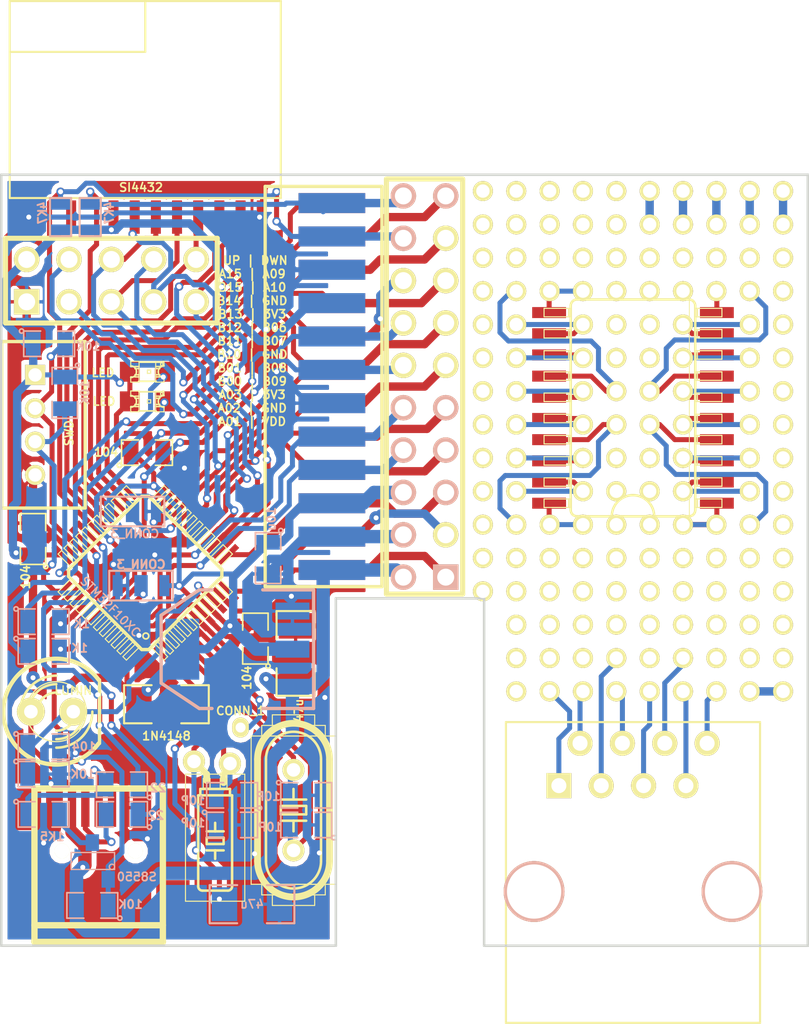
<source format=kicad_pcb>
(kicad_pcb (version 3) (host pcbnew "(2013-07-07 BZR 4022)-stable")
  (layers (15 F.Cu signal) (0 B.Cu signal) (18 B.Paste user) (19 F.Paste user) (20 B.SilkS user) (21 F.SilkS user) (22 B.Mask user) (23 F.Mask user) (28 Edge.Cuts user))
  (net 0 "")
  (net 1 +3.3V)
  (net 2 /A1)
  (net 3 /A10)
  (net 4 /A15)
  (net 5 /A2)
  (net 6 /A3)
  (net 7 /A9)
  (net 8 /ADC)
  (net 9 /B0)
  (net 10 /B1)
  (net 11 /B10)
  (net 12 /B11)
  (net 13 /B12)
  (net 14 /B13)
  (net 15 /B14)
  (net 16 /B15)
  (net 17 /B6)
  (net 18 /B7)
  (net 19 /B8)
  (net 20 /B9)
  (net 21 /LED0)
  (net 22 /LED1)
  (net 23 /RF2SEL)
  (net 24 /RFSCK)
  (net 25 /RFSDI)
  (net 26 /RFSDO)
  (net 27 /RFnSEL)
  (net 28 /TCK)
  (net 29 /TMS)
  (net 30 /USBDM)
  (net 31 /USBDP)
  (net 32 /USBI)
  (net 33 /nRST)
  (net 34 GND)
  (net 35 N-000001)
  (net 36 N-0000011)
  (net 37 N-0000013)
  (net 38 N-0000014)
  (net 39 N-0000015)
  (net 40 N-0000016)
  (net 41 N-0000017)
  (net 42 N-0000018)
  (net 43 N-0000019)
  (net 44 N-000002)
  (net 45 N-0000020)
  (net 46 N-0000034)
  (net 47 N-0000035)
  (net 48 N-0000052)
  (net 49 N-0000058)
  (net 50 N-0000059)
  (net 51 N-0000060)
  (net 52 N-0000065)
  (net 53 N-0000082)
  (net 54 N-000009)
  (net 55 VDD)
  (module SM1206 (layer F.Cu) (at 56.769 61.722 90)
    (fp_text reference C6 hide)
    (fp_text value 47u (at -3.429 0.1905 90) (layer F.SilkS) (effects (font (size 0.5 0.5) (thickness 0.1))))
    (pad 1 smd rect (at -1.651 0 90) (size 1.524 2.032) (layers F.Cu F.Paste F.Mask) (net 55 VDD))
    (pad 2 smd rect (at 1.651 0 90) (size 1.524 2.032) (layers F.Cu F.Paste F.Mask) (net 34 GND))
  )
  (module SM1206 (layer F.Cu) (at 49.022 64.77)
    (fp_text reference D1 hide)
    (fp_text value 1N4148 (at 0 1.905) (layer F.SilkS) (effects (font (size 0.5 0.5) (thickness 0.1))))
    (pad 1 smd rect (at -1.651 0) (size 1.524 2.032) (layers F.Cu F.Paste F.Mask) (net 1 +3.3V))
    (pad 2 smd rect (at 1.651 0) (size 1.524 2.032) (layers F.Cu F.Paste F.Mask) (net 47 N-0000035))
  )
  (module SM0805 (layer B.Cu) (at 57.404 72.009 180)
    (fp_text reference C2 hide)
    (fp_text value 10P (at 2.159 -0.127 180) (layer B.SilkS) (effects (font (size 0.50038 0.50038) (thickness 0.10922)) (justify mirror)))
    (pad 1 smd rect (at -0.9525 0 180) (size 0.889 1.397) (layers B.Cu B.Paste B.Mask) (net 34 GND))
    (pad 2 smd rect (at 0.9525 0 180) (size 0.889 1.397) (layers B.Cu B.Paste B.Mask) (net 54 N-000009))
  )
  (module SM0805 (layer B.Cu) (at 41.9862 43.1546)
    (fp_text reference R6 hide)
    (fp_text value 10K (at 2.3368 0.1524) (layer B.SilkS) (effects (font (size 0.50038 0.50038) (thickness 0.10922)) (justify mirror)))
    (pad 1 smd rect (at -0.9525 0) (size 0.889 1.397) (layers B.Cu B.Paste B.Mask) (net 1 +3.3V))
    (pad 2 smd rect (at 0.9525 0) (size 0.889 1.397) (layers B.Cu B.Paste B.Mask) (net 29 /TMS))
  )
  (module SM0805 (layer B.Cu) (at 42.926 46.101 270)
    (fp_text reference R5 hide)
    (fp_text value 10K (at 0 -1.2065 270) (layer B.SilkS) (effects (font (size 0.50038 0.50038) (thickness 0.10922)) (justify mirror)))
    (pad 1 smd rect (at -0.9525 0 270) (size 0.889 1.397) (layers B.Cu B.Paste B.Mask) (net 1 +3.3V))
    (pad 2 smd rect (at 0.9525 0 270) (size 0.889 1.397) (layers B.Cu B.Paste B.Mask) (net 28 /TCK))
  )
  (module SM0805 (layer B.Cu) (at 41.656 71.374)
    (fp_text reference R8 hide)
    (fp_text value 1K5 (at 0.508 1.3335) (layer B.SilkS) (effects (font (size 0.50038 0.50038) (thickness 0.10922)) (justify mirror)))
    (pad 1 smd rect (at -0.9525 0) (size 0.889 1.397) (layers B.Cu B.Paste B.Mask) (net 48 N-0000052))
    (pad 2 smd rect (at 0.9525 0) (size 0.889 1.397) (layers B.Cu B.Paste B.Mask) (net 53 N-0000082))
  )
  (module SM0805 (layer B.Cu) (at 41.656 59.817)
    (fp_text reference R17 hide)
    (fp_text value 1K (at 2.286 0.127) (layer B.SilkS) (effects (font (size 0.50038 0.50038) (thickness 0.10922)) (justify mirror)))
    (pad 1 smd rect (at -0.9525 0) (size 0.889 1.397) (layers B.Cu B.Paste B.Mask) (net 50 N-0000059))
    (pad 2 smd rect (at 0.9525 0) (size 0.889 1.397) (layers B.Cu B.Paste B.Mask) (net 21 /LED0))
  )
  (module SM0805 (layer B.Cu) (at 41.656 61.595)
    (fp_text reference R18 hide)
    (fp_text value 1K (at 2.159 -0.1905) (layer B.SilkS) (effects (font (size 0.50038 0.50038) (thickness 0.10922)) (justify mirror)))
    (pad 1 smd rect (at -0.9525 0) (size 0.889 1.397) (layers B.Cu B.Paste B.Mask) (net 49 N-0000058))
    (pad 2 smd rect (at 0.9525 0) (size 0.889 1.397) (layers B.Cu B.Paste B.Mask) (net 22 /LED1))
  )
  (module SM0805 (layer B.Cu) (at 44.577 76.835 180)
    (fp_text reference R9 hide)
    (fp_text value 10K (at -2.286 0.0635 180) (layer B.SilkS) (effects (font (size 0.50038 0.50038) (thickness 0.10922)) (justify mirror)))
    (pad 1 smd rect (at -0.9525 0 180) (size 0.889 1.397) (layers B.Cu B.Paste B.Mask) (net 32 /USBI))
    (pad 2 smd rect (at 0.9525 0 180) (size 0.889 1.397) (layers B.Cu B.Paste B.Mask) (net 55 VDD))
  )
  (module SM0805 (layer B.Cu) (at 55.118 56.007 270)
    (fp_text reference C7 hide)
    (fp_text value 10u (at -2.3495 -0.1905 270) (layer B.SilkS) (effects (font (size 0.50038 0.50038) (thickness 0.10922)) (justify mirror)))
    (pad 1 smd rect (at -0.9525 0 270) (size 0.889 1.397) (layers B.Cu B.Paste B.Mask) (net 1 +3.3V))
    (pad 2 smd rect (at 0.9525 0 270) (size 0.889 1.397) (layers B.Cu B.Paste B.Mask) (net 34 GND))
  )
  (module SM0805 (layer F.Cu) (at 41.021 54.864 90)
    (fp_text reference C8 hide)
    (fp_text value 104 (at -2.286 -0.4445 90) (layer F.SilkS) (effects (font (size 0.50038 0.50038) (thickness 0.10922))))
    (pad 1 smd rect (at -0.9525 0 90) (size 0.889 1.397) (layers F.Cu F.Paste F.Mask) (net 1 +3.3V))
    (pad 2 smd rect (at 0.9525 0 90) (size 0.889 1.397) (layers F.Cu F.Paste F.Mask) (net 34 GND))
  )
  (module SM0805 (layer B.Cu) (at 52.959 72.009)
    (fp_text reference C4 hide)
    (fp_text value 10P (at -2.3495 -0.127) (layer B.SilkS) (effects (font (size 0.50038 0.50038) (thickness 0.10922)) (justify mirror)))
    (pad 1 smd rect (at -0.9525 0) (size 0.889 1.397) (layers B.Cu B.Paste B.Mask) (net 51 N-0000060))
    (pad 2 smd rect (at 0.9525 0) (size 0.889 1.397) (layers B.Cu B.Paste B.Mask) (net 34 GND))
  )
  (module SM0805 (layer B.Cu) (at 52.959 70.231 180)
    (fp_text reference C5 hide)
    (fp_text value 10P (at 2.3495 -0.3175 180) (layer B.SilkS) (effects (font (size 0.50038 0.50038) (thickness 0.10922)) (justify mirror)))
    (pad 1 smd rect (at -0.9525 0 180) (size 0.889 1.397) (layers B.Cu B.Paste B.Mask) (net 34 GND))
    (pad 2 smd rect (at 0.9525 0 180) (size 0.889 1.397) (layers B.Cu B.Paste B.Mask) (net 36 N-0000011))
  )
  (module SM0805 (layer B.Cu) (at 57.404 70.231)
    (fp_text reference C1 hide)
    (fp_text value 10P (at -2.286 0.0635) (layer B.SilkS) (effects (font (size 0.50038 0.50038) (thickness 0.10922)) (justify mirror)))
    (pad 1 smd rect (at -0.9525 0) (size 0.889 1.397) (layers B.Cu B.Paste B.Mask) (net 52 N-0000065))
    (pad 2 smd rect (at 0.9525 0) (size 0.889 1.397) (layers B.Cu B.Paste B.Mask) (net 34 GND))
  )
  (module SM0805 (layer F.Cu) (at 54.356 60.833 90)
    (fp_text reference C3 hide)
    (fp_text value 104 (at -2.3495 -0.508 90) (layer F.SilkS) (effects (font (size 0.50038 0.50038) (thickness 0.10922))))
    (pad 1 smd rect (at -0.9525 0 90) (size 0.889 1.397) (layers F.Cu F.Paste F.Mask) (net 33 /nRST))
    (pad 2 smd rect (at 0.9525 0 90) (size 0.889 1.397) (layers F.Cu F.Paste F.Mask) (net 34 GND))
  )
  (module SM0805 (layer B.Cu) (at 41.656 67.31)
    (fp_text reference C10 hide)
    (fp_text value 104 (at 2.413 0) (layer B.SilkS) (effects (font (size 0.50038 0.50038) (thickness 0.10922)) (justify mirror)))
    (pad 1 smd rect (at -0.9525 0) (size 0.889 1.397) (layers B.Cu B.Paste B.Mask) (net 8 /ADC))
    (pad 2 smd rect (at 0.9525 0) (size 0.889 1.397) (layers B.Cu B.Paste B.Mask) (net 34 GND))
  )
  (module SM0805 (layer B.Cu) (at 41.656 68.961)
    (fp_text reference R12 hide)
    (fp_text value 10K (at 2.3495 0) (layer B.SilkS) (effects (font (size 0.50038 0.50038) (thickness 0.10922)) (justify mirror)))
    (pad 1 smd rect (at -0.9525 0) (size 0.889 1.397) (layers B.Cu B.Paste B.Mask) (net 8 /ADC))
    (pad 2 smd rect (at 0.9525 0) (size 0.889 1.397) (layers B.Cu B.Paste B.Mask) (net 34 GND))
  )
  (module SM0805 (layer B.Cu) (at 46.355 69.596 180)
    (fp_text reference R26 hide)
    (fp_text value 22 (at -2.159 -0.1905 180) (layer B.SilkS) (effects (font (size 0.50038 0.50038) (thickness 0.10922)) (justify mirror)))
    (pad 1 smd rect (at -0.9525 0 180) (size 0.889 1.397) (layers B.Cu B.Paste B.Mask) (net 31 /USBDP))
    (pad 2 smd rect (at 0.9525 0 180) (size 0.889 1.397) (layers B.Cu B.Paste B.Mask) (net 48 N-0000052))
  )
  (module SM0805 (layer B.Cu) (at 46.355 71.374 180)
    (fp_text reference R27 hide)
    (fp_text value 22 (at -2.032 -0.0635 180) (layer B.SilkS) (effects (font (size 0.50038 0.50038) (thickness 0.10922)) (justify mirror)))
    (pad 1 smd rect (at -0.9525 0 180) (size 0.889 1.397) (layers B.Cu B.Paste B.Mask) (net 30 /USBDM))
    (pad 2 smd rect (at 0.9525 0 180) (size 0.889 1.397) (layers B.Cu B.Paste B.Mask) (net 35 N-000001))
  )
  (module SM0603 (layer B.Cu) (at 42.672 35.56 90)
    (fp_text reference R3 hide)
    (fp_text value 4K7 (at 0.254 -1.0795 90) (layer B.SilkS) (effects (font (size 0.508 0.4572) (thickness 0.1143)) (justify mirror)))
    (pad 1 smd rect (at -0.762 0 90) (size 0.635 1.143) (layers B.Cu B.Paste B.Mask) (net 1 +3.3V))
    (pad 2 smd rect (at 0.762 0 90) (size 0.635 1.143) (layers B.Cu B.Paste B.Mask) (net 3 /A10))
  )
  (module SM0603 (layer B.Cu) (at 44.45 35.56 90)
    (fp_text reference R4 hide)
    (fp_text value 4K7 (at 0.254 1.143 90) (layer B.SilkS) (effects (font (size 0.508 0.4572) (thickness 0.1143)) (justify mirror)))
    (pad 1 smd rect (at -0.762 0 90) (size 0.635 1.143) (layers B.Cu B.Paste B.Mask) (net 1 +3.3V))
    (pad 2 smd rect (at 0.762 0 90) (size 0.635 1.143) (layers B.Cu B.Paste B.Mask) (net 7 /A9))
  )
  (module RJ45_8 (layer F.Cu) (at 77 76)
    (fp_text reference J1 hide)
    (fp_text value RJ45 hide)
    (pad Hole np_thru_hole circle (at 5.93852 0) (size 3.64998 3.64998) (drill 3.2512) (layers *.Cu *.SilkS *.Mask))
    (pad Hole np_thru_hole circle (at -5.9309 0) (size 3.64998 3.64998) (drill 3.2512) (layers *.Cu *.SilkS *.Mask))
    (pad 1 thru_hole rect (at -4.445 -6.35) (size 1.50114 1.50114) (drill 0.89916) (layers *.Cu *.Mask F.SilkS) (net 40 N-0000016))
    (pad 2 thru_hole circle (at -3.175 -8.89) (size 1.50114 1.50114) (drill 0.89916) (layers *.Cu *.Mask F.SilkS) (net 41 N-0000017))
    (pad 3 thru_hole circle (at -1.905 -6.35) (size 1.50114 1.50114) (drill 0.89916) (layers *.Cu *.Mask F.SilkS) (net 42 N-0000018))
    (pad 4 thru_hole circle (at -0.635 -8.89) (size 1.50114 1.50114) (drill 0.89916) (layers *.Cu *.Mask F.SilkS) (net 43 N-0000019))
    (pad 5 thru_hole circle (at 0.635 -6.35) (size 1.50114 1.50114) (drill 0.89916) (layers *.Cu *.Mask F.SilkS) (net 45 N-0000020))
    (pad 6 thru_hole circle (at 1.905 -8.89) (size 1.50114 1.50114) (drill 0.89916) (layers *.Cu *.Mask F.SilkS) (net 37 N-0000013))
    (pad 7 thru_hole circle (at 3.175 -6.35) (size 1.50114 1.50114) (drill 0.89916) (layers *.Cu *.Mask F.SilkS) (net 38 N-0000014))
    (pad 8 thru_hole circle (at 4.445 -8.89) (size 1.50114 1.50114) (drill 0.89916) (layers *.Cu *.Mask F.SilkS) (net 39 N-0000015))
  )
  (module PIN_ARRAY_5x2 (layer F.Cu) (at 45.72 39.37)
    (fp_text reference P3 hide)
    (fp_text value nRF24L01 hide)
    (pad 1 thru_hole rect (at -5.08 1.27) (size 1.524 1.524) (drill 1.016) (layers *.Cu *.Mask F.SilkS) (net 34 GND))
    (pad 2 thru_hole circle (at -5.08 -1.27) (size 1.524 1.524) (drill 1.016) (layers *.Cu *.Mask F.SilkS) (net 1 +3.3V))
    (pad 3 thru_hole circle (at -2.54 1.27) (size 1.524 1.524) (drill 1.016) (layers *.Cu *.Mask F.SilkS) (net 12 /B11))
    (pad 4 thru_hole circle (at -2.54 -1.27) (size 1.524 1.524) (drill 1.016) (layers *.Cu *.Mask F.SilkS) (net 27 /RFnSEL))
    (pad 5 thru_hole circle (at 0 1.27) (size 1.524 1.524) (drill 1.016) (layers *.Cu *.Mask F.SilkS) (net 24 /RFSCK))
    (pad 6 thru_hole circle (at 0 -1.27) (size 1.524 1.524) (drill 1.016) (layers *.Cu *.Mask F.SilkS) (net 25 /RFSDI))
    (pad 7 thru_hole circle (at 2.54 1.27) (size 1.524 1.524) (drill 1.016) (layers *.Cu *.Mask F.SilkS) (net 26 /RFSDO))
    (pad 8 thru_hole circle (at 2.54 -1.27) (size 1.524 1.524) (drill 1.016) (layers *.Cu *.Mask F.SilkS) (net 9 /B0))
    (pad 9 thru_hole circle (at 5.08 1.27) (size 1.524 1.524) (drill 1.016) (layers *.Cu *.Mask F.SilkS) (net 11 /B10))
    (pad 10 thru_hole circle (at 5.08 -1.27) (size 1.524 1.524) (drill 1.016) (layers *.Cu *.Mask F.SilkS) (net 23 /RF2SEL))
  )
  (module LED-5MM (layer F.Cu) (at 42.164 65.2145)
    (fp_text reference VR1 hide)
    (fp_text value LUMIN (at 1.27 -1.27) (layer F.SilkS) (effects (font (size 0.5 0.5) (thickness 0.0889))))
    (pad 1 thru_hole circle (at -1.27 0) (size 1.6764 1.6764) (drill 0.8128) (layers *.Cu *.Mask F.SilkS) (net 55 VDD))
    (pad 2 thru_hole circle (at 1.27 0) (size 1.6764 1.6764) (drill 0.8128) (layers *.Cu *.Mask F.SilkS) (net 8 /ADC))
  )
  (module LED-0805 (layer F.Cu) (at 47.879 46.609)
    (fp_text reference D3 hide)
    (fp_text value LED (at -2.6035 0) (layer F.SilkS) (effects (font (size 0.5 0.5) (thickness 0.1))))
    (pad 1 smd rect (at -1.04902 0) (size 1.19888 1.19888) (layers F.Cu F.Paste F.Mask) (net 1 +3.3V))
    (pad 2 smd rect (at 1.04902 0) (size 1.19888 1.19888) (layers F.Cu F.Paste F.Mask) (net 50 N-0000059))
  )
  (module LED-0805 (layer F.Cu) (at 47.879 44.831)
    (fp_text reference D4 hide)
    (fp_text value LED (at -2.667 0.0635) (layer F.SilkS) (effects (font (size 0.5 0.5) (thickness 0.1))))
    (pad 1 smd rect (at -1.04902 0) (size 1.19888 1.19888) (layers F.Cu F.Paste F.Mask) (net 1 +3.3V))
    (pad 2 smd rect (at 1.04902 0) (size 1.19888 1.19888) (layers F.Cu F.Paste F.Mask) (net 49 N-0000058))
  )
  (module nxp-LQFP48 (layer F.Cu) (at 47.752 56.896 135)
    (fp_text reference U1 hide)
    (fp_text value STM32F10XC (at 0.044901 -2.918583 135) (layer B.SilkS) (effects (font (size 0.5 0.5) (thickness 0.0889))))
    (pad 1 smd rect (at -4.29768 -2.74828 135) (size 1.4986 0.34798) (layers F.Cu F.Paste F.Mask) (net 47 N-0000035))
    (pad 2 smd rect (at -4.29768 -2.2479 135) (size 1.4986 0.34798) (layers F.Cu F.Paste F.Mask))
    (pad 3 smd rect (at -4.29768 -1.74752 135) (size 1.4986 0.34798) (layers F.Cu F.Paste F.Mask) (net 51 N-0000060))
    (pad 4 smd rect (at -4.29768 -1.24968 135) (size 1.4986 0.34798) (layers F.Cu F.Paste F.Mask) (net 36 N-0000011))
    (pad 5 smd rect (at -4.29768 -0.7493 135) (size 1.4986 0.34798) (layers F.Cu F.Paste F.Mask) (net 52 N-0000065))
    (pad 6 smd rect (at -4.29768 -0.24892 135) (size 1.4986 0.34798) (layers F.Cu F.Paste F.Mask) (net 54 N-000009))
    (pad 7 smd rect (at -4.29768 0.24892 135) (size 1.4986 0.34798) (layers F.Cu F.Paste F.Mask) (net 33 /nRST))
    (pad 8 smd rect (at -4.29768 0.7493 135) (size 1.4986 0.34798) (layers F.Cu F.Paste F.Mask) (net 34 GND))
    (pad 9 smd rect (at -4.29768 1.24968 135) (size 1.4986 0.34798) (layers F.Cu F.Paste F.Mask) (net 1 +3.3V))
    (pad 10 smd rect (at -4.29768 1.74752 135) (size 1.4986 0.34798) (layers F.Cu F.Paste F.Mask) (net 8 /ADC))
    (pad 11 smd rect (at -4.29768 2.2479 135) (size 1.4986 0.34798) (layers F.Cu F.Paste F.Mask) (net 2 /A1))
    (pad 12 smd rect (at -4.29768 2.74828 135) (size 1.4986 0.34798) (layers F.Cu F.Paste F.Mask) (net 5 /A2))
    (pad 13 smd rect (at -2.74828 4.29768 135) (size 0.34798 1.4986) (layers F.Cu F.Paste F.Mask) (net 6 /A3))
    (pad 14 smd rect (at -2.2479 4.29768 135) (size 0.34798 1.4986) (layers F.Cu F.Paste F.Mask) (net 27 /RFnSEL))
    (pad 15 smd rect (at -1.74752 4.29768 135) (size 0.34798 1.4986) (layers F.Cu F.Paste F.Mask) (net 24 /RFSCK))
    (pad 16 smd rect (at -1.24968 4.29768 135) (size 0.34798 1.4986) (layers F.Cu F.Paste F.Mask) (net 26 /RFSDO))
    (pad 17 smd rect (at -0.7493 4.29768 135) (size 0.34798 1.4986) (layers F.Cu F.Paste F.Mask) (net 25 /RFSDI))
    (pad 18 smd rect (at -0.24892 4.29768 135) (size 0.34798 1.4986) (layers F.Cu F.Paste F.Mask) (net 9 /B0))
    (pad 19 smd rect (at 0.24892 4.29768 135) (size 0.34798 1.4986) (layers F.Cu F.Paste F.Mask) (net 10 /B1))
    (pad 20 smd rect (at 0.7493 4.29768 135) (size 0.34798 1.4986) (layers F.Cu F.Paste F.Mask) (net 46 N-0000034))
    (pad 21 smd rect (at 1.24968 4.29768 135) (size 0.34798 1.4986) (layers F.Cu F.Paste F.Mask) (net 11 /B10))
    (pad 22 smd rect (at 1.74752 4.29768 135) (size 0.34798 1.4986) (layers F.Cu F.Paste F.Mask) (net 12 /B11))
    (pad 23 smd rect (at 2.2479 4.29768 135) (size 0.34798 1.4986) (layers F.Cu F.Paste F.Mask) (net 34 GND))
    (pad 24 smd rect (at 2.74828 4.29768 135) (size 0.34798 1.4986) (layers F.Cu F.Paste F.Mask) (net 1 +3.3V))
    (pad 25 smd rect (at 4.29768 2.74828 135) (size 1.4986 0.34798) (layers F.Cu F.Paste F.Mask) (net 13 /B12))
    (pad 26 smd rect (at 4.29768 2.2479 135) (size 1.4986 0.34798) (layers F.Cu F.Paste F.Mask) (net 14 /B13))
    (pad 27 smd rect (at 4.29768 1.74752 135) (size 1.4986 0.34798) (layers F.Cu F.Paste F.Mask) (net 15 /B14))
    (pad 28 smd rect (at 4.29768 1.24968 135) (size 1.4986 0.34798) (layers F.Cu F.Paste F.Mask) (net 16 /B15))
    (pad 29 smd rect (at 4.29768 0.7493 135) (size 1.4986 0.34798) (layers F.Cu F.Paste F.Mask) (net 23 /RF2SEL))
    (pad 30 smd rect (at 4.29768 0.24892 135) (size 1.4986 0.34798) (layers F.Cu F.Paste F.Mask) (net 7 /A9))
    (pad 31 smd rect (at 4.29768 -0.24892 135) (size 1.4986 0.34798) (layers F.Cu F.Paste F.Mask) (net 3 /A10))
    (pad 32 smd rect (at 4.29768 -0.7493 135) (size 1.4986 0.34798) (layers F.Cu F.Paste F.Mask) (net 30 /USBDM))
    (pad 33 smd rect (at 4.29768 -1.24968 135) (size 1.4986 0.34798) (layers F.Cu F.Paste F.Mask) (net 31 /USBDP))
    (pad 34 smd rect (at 4.29768 -1.74752 135) (size 1.4986 0.34798) (layers F.Cu F.Paste F.Mask) (net 29 /TMS))
    (pad 35 smd rect (at 4.29768 -2.2479 135) (size 1.4986 0.34798) (layers F.Cu F.Paste F.Mask) (net 34 GND))
    (pad 36 smd rect (at 4.29768 -2.74828 135) (size 1.4986 0.34798) (layers F.Cu F.Paste F.Mask) (net 1 +3.3V))
    (pad 37 smd rect (at 2.74828 -4.29768 135) (size 0.34798 1.4986) (layers F.Cu F.Paste F.Mask) (net 28 /TCK))
    (pad 38 smd rect (at 2.2479 -4.29768 135) (size 0.34798 1.4986) (layers F.Cu F.Paste F.Mask) (net 4 /A15))
    (pad 39 smd rect (at 1.74752 -4.29768 135) (size 0.34798 1.4986) (layers F.Cu F.Paste F.Mask) (net 32 /USBI))
    (pad 40 smd rect (at 1.24968 -4.29768 135) (size 0.34798 1.4986) (layers F.Cu F.Paste F.Mask) (net 21 /LED0))
    (pad 41 smd rect (at 0.7493 -4.29768 135) (size 0.34798 1.4986) (layers F.Cu F.Paste F.Mask) (net 22 /LED1))
    (pad 42 smd rect (at 0.24892 -4.29768 135) (size 0.34798 1.4986) (layers F.Cu F.Paste F.Mask) (net 17 /B6))
    (pad 43 smd rect (at -0.24892 -4.29768 135) (size 0.34798 1.4986) (layers F.Cu F.Paste F.Mask) (net 18 /B7))
    (pad 44 smd rect (at -0.7493 -4.29768 135) (size 0.34798 1.4986) (layers F.Cu F.Paste F.Mask) (net 44 N-000002))
    (pad 45 smd rect (at -1.24968 -4.29768 135) (size 0.34798 1.4986) (layers F.Cu F.Paste F.Mask) (net 19 /B8))
    (pad 46 smd rect (at -1.74752 -4.29768 135) (size 0.34798 1.4986) (layers F.Cu F.Paste F.Mask) (net 20 /B9))
    (pad 47 smd rect (at -2.2479 -4.29768 135) (size 0.34798 1.4986) (layers F.Cu F.Paste F.Mask) (net 34 GND))
    (pad 48 smd rect (at -2.74828 -4.29768 135) (size 0.34798 1.4986) (layers F.Cu F.Paste F.Mask) (net 1 +3.3V))
  )
  (module pin_array_10x2 (layer F.Cu) (at 64.5 45.72 90)
    (fp_text reference P5 hide)
    (fp_text value CONN_10X2 hide)
    (pad 19 thru_hole circle (at 11.43 1.27 90) (size 1.524 1.524) (drill 1.016) (layers *.Cu *.SilkS *.Mask) (net 16 /B15))
    (pad 20 thru_hole circle (at 11.43 -1.27 90) (size 1.524 1.524) (drill 1.016) (layers *.Cu *.SilkS *.Mask) (net 7 /A9))
    (pad 18 thru_hole circle (at 8.89 -1.27 90) (size 1.524 1.524) (drill 1.016) (layers *.Cu *.SilkS *.Mask) (net 3 /A10))
    (pad 17 thru_hole circle (at 8.89 1.27 90) (size 1.524 1.524) (drill 1.016) (layers *.Cu *.Mask F.SilkS) (net 15 /B14))
    (pad 1 thru_hole rect (at -11.43 1.27 90) (size 1.524 1.524) (drill 1.016) (layers *.Cu *.SilkS *.Mask) (net 2 /A1))
    (pad 2 thru_hole circle (at -11.43 -1.27 90) (size 1.524 1.524) (drill 1.016) (layers *.Cu *.SilkS *.Mask) (net 55 VDD))
    (pad 3 thru_hole circle (at -8.89 1.27 90) (size 1.524 1.524) (drill 1.016) (layers *.Cu *.Mask F.SilkS) (net 5 /A2))
    (pad 4 thru_hole circle (at -8.89 -1.27 90) (size 1.524 1.524) (drill 1.016) (layers *.Cu *.SilkS *.Mask) (net 34 GND))
    (pad 5 thru_hole circle (at -6.35 1.27 90) (size 1.524 1.524) (drill 1.016) (layers *.Cu *.SilkS *.Mask) (net 6 /A3))
    (pad 6 thru_hole circle (at -6.35 -1.27 90) (size 1.524 1.524) (drill 1.016) (layers *.Cu *.SilkS *.Mask) (net 1 +3.3V))
    (pad 7 thru_hole circle (at -3.81 1.27 90) (size 1.524 1.524) (drill 1.016) (layers *.Cu *.SilkS *.Mask) (net 9 /B0))
    (pad 8 thru_hole circle (at -3.81 -1.27 90) (size 1.524 1.524) (drill 1.016) (layers *.Cu *.SilkS *.Mask) (net 20 /B9))
    (pad 9 thru_hole circle (at -1.27 1.27 90) (size 1.524 1.524) (drill 1.016) (layers *.Cu *.SilkS *.Mask) (net 10 /B1))
    (pad 10 thru_hole circle (at -1.27 -1.27 90) (size 1.524 1.524) (drill 1.016) (layers *.Cu *.SilkS *.Mask) (net 19 /B8))
    (pad 11 thru_hole circle (at 1.27 1.27 90) (size 1.524 1.524) (drill 1.016) (layers *.Cu *.Mask F.SilkS) (net 11 /B10))
    (pad 12 thru_hole circle (at 1.27 -1.27 90) (size 1.524 1.524) (drill 1.016) (layers *.Cu *.Mask F.SilkS) (net 18 /B7))
    (pad 13 thru_hole circle (at 3.81 1.27 90) (size 1.524 1.524) (drill 1.016) (layers *.Cu *.Mask F.SilkS) (net 12 /B11))
    (pad 14 thru_hole circle (at 3.81 -1.27 90) (size 1.524 1.524) (drill 1.016) (layers *.Cu *.Mask F.SilkS) (net 17 /B6))
    (pad 15 thru_hole circle (at 6.35 1.27 90) (size 1.524 1.524) (drill 1.016) (layers *.Cu *.Mask F.SilkS) (net 14 /B13))
    (pad 16 thru_hole circle (at 6.35 -1.27 90) (size 1.524 1.524) (drill 1.016) (layers *.Cu *.Mask F.SilkS) (net 13 /B12))
  )
  (module crystal-TC26H (layer F.Cu) (at 51.943 68.199 180)
    (fp_text reference X2 hide)
    (fp_text value 32.768K hide)
    (pad 1 thru_hole circle (at -0.889 -0.127 180) (size 1.3208 1.3208) (drill 0.8128) (layers *.Cu F.Paste F.SilkS F.Mask) (net 36 N-0000011))
    (pad 2 thru_hole circle (at 1.27 0 180) (size 1.3208 1.3208) (drill 0.8128) (layers *.Cu F.Paste F.SilkS F.Mask) (net 51 N-0000060))
  )
  (module crystal-HC49/S (layer F.Cu) (at 56.642 71.12 270)
    (fp_text reference X1 hide)
    (fp_text value 8M hide)
    (pad 1 thru_hole circle (at -2.413 0 270) (size 1.3208 1.3208) (drill 0.8128) (layers *.Cu F.Paste F.SilkS F.Mask) (net 52 N-0000065))
    (pad 2 thru_hole circle (at 2.413 0 270) (size 1.3208 1.3208) (drill 0.8128) (layers *.Cu F.Paste F.SilkS F.Mask) (net 54 N-000009))
  )
  (module Conn2mm12x2 (layer F.Cu) (at 59.944 45.72 90)
    (fp_text reference P4 hide)
    (fp_text value CONN_2mm hide)
    (pad 22 smd rect (at 8.99922 -1.00076 90) (size 1.19888 4.0005) (layers B.Cu B.Paste B.Mask) (net 3 /A10))
    (pad 21 smd rect (at 8.99922 -1.00076 90) (size 1.19888 4.0005) (layers F.Cu F.Paste F.Mask) (net 16 /B15))
    (pad 23 smd rect (at 11.00074 -1.00076 90) (size 1.19888 4.0005) (layers F.Cu F.Paste F.Mask) (net 4 /A15))
    (pad 24 smd rect (at 11.00074 -1.00076 90) (size 1.19888 4.0005) (layers B.Cu B.Paste B.Mask) (net 7 /A9))
    (pad 20 smd rect (at 7.00278 -1.00076 90) (size 1.19888 4.0005) (layers B.Cu B.Paste B.Mask) (net 34 GND))
    (pad 19 smd rect (at 7.00278 -1.00076 90) (size 1.19888 4.0005) (layers F.Cu F.Paste F.Mask) (net 15 /B14))
    (pad 17 smd rect (at 5.00126 -1.00076 90) (size 1.19888 4.0005) (layers F.Cu F.Paste F.Mask) (net 14 /B13))
    (pad 18 smd rect (at 5.00126 -1.00076 90) (size 1.19888 4.0005) (layers B.Cu B.Paste B.Mask) (net 1 +3.3V))
    (pad 14 smd rect (at 1.00076 -1.00076 90) (size 1.19888 4.0005) (layers B.Cu B.Paste B.Mask) (net 18 /B7))
    (pad 13 smd rect (at 1.00076 -1.00076 90) (size 1.19888 4.0005) (layers F.Cu F.Paste F.Mask) (net 12 /B11))
    (pad 15 smd rect (at 3.00228 -1.00076 90) (size 1.19888 4.0005) (layers F.Cu F.Paste F.Mask) (net 13 /B12))
    (pad 16 smd rect (at 3.00228 -1.00076 90) (size 1.19888 4.0005) (layers B.Cu B.Paste B.Mask) (net 17 /B6))
    (pad 12 smd rect (at -0.99822 -1.00076 90) (size 1.19888 4.0005) (layers B.Cu B.Paste B.Mask) (net 34 GND))
    (pad 11 smd rect (at -0.99822 -1.00076 90) (size 1.19888 4.0005) (layers F.Cu F.Paste F.Mask) (net 11 /B10))
    (pad 9 smd rect (at -2.99974 -1.00076 90) (size 1.19888 4.0005) (layers F.Cu F.Paste F.Mask) (net 10 /B1))
    (pad 10 smd rect (at -2.99974 -1.00076 90) (size 1.19888 4.0005) (layers B.Cu B.Paste B.Mask) (net 19 /B8))
    (pad 6 smd rect (at -7.00024 -1.00076 90) (size 1.19888 4.0005) (layers B.Cu B.Paste B.Mask) (net 1 +3.3V))
    (pad 5 smd rect (at -7.00024 -1.00076 90) (size 1.19888 4.0005) (layers F.Cu F.Paste F.Mask) (net 6 /A3))
    (pad 7 smd rect (at -4.99872 -1.00076 90) (size 1.19888 4.0005) (layers F.Cu F.Paste F.Mask) (net 9 /B0))
    (pad 8 smd rect (at -4.99872 -1.00076 90) (size 1.19888 4.0005) (layers B.Cu B.Paste B.Mask) (net 20 /B9))
    (pad 4 smd rect (at -8.99922 -1.00076 90) (size 1.19888 4.0005) (layers B.Cu B.Paste B.Mask) (net 34 GND))
    (pad 3 smd rect (at -8.99922 -1.00076 90) (size 1.19888 4.0005) (layers F.Cu F.Paste F.Mask) (net 5 /A2))
    (pad 1 smd rect (at -11.00074 -1.00076 90) (size 1.19888 4.0005) (layers F.Cu F.Paste F.Mask) (net 2 /A1))
    (pad 2 smd rect (at -11.00074 -1.00076 90) (size 1.19888 4.0005) (layers B.Cu B.Paste B.Mask) (net 55 VDD))
  )
  (module SOT223 (layer B.Cu) (at 53.2765 61.468 270)
    (fp_text reference IC1 hide)
    (fp_text value REG1117 hide)
    (pad 4 smd rect (at 0 3.302 270) (size 3.6576 2.032) (layers B.Cu B.Paste B.Mask) (net 1 +3.3V))
    (pad 2 smd rect (at 0 -3.302 270) (size 1.016 2.032) (layers B.Cu B.Paste B.Mask) (net 1 +3.3V))
    (pad 3 smd rect (at 2.286 -3.302 270) (size 1.016 2.032) (layers B.Cu B.Paste B.Mask) (net 55 VDD))
    (pad 1 smd rect (at -2.286 -3.302 270) (size 1.016 2.032) (layers B.Cu B.Paste B.Mask) (net 34 GND))
  )
  (module SOT23 (layer B.Cu) (at 44.577 74.168 180)
    (fp_text reference Q1 hide)
    (fp_text value S8550 (at -2.667 -0.9525 180) (layer B.SilkS) (effects (font (size 0.50038 0.50038) (thickness 0.09906)) (justify mirror)))
    (pad 3 smd rect (at 0 1.09982 180) (size 0.8001 1.00076) (layers B.Cu B.Paste B.Mask) (net 53 N-0000082))
    (pad 2 smd rect (at 0.9525 -1.09982 180) (size 0.8001 1.00076) (layers B.Cu B.Paste B.Mask) (net 55 VDD))
    (pad 1 smd rect (at -0.9525 -1.09982 180) (size 0.8001 1.00076) (layers B.Cu B.Paste B.Mask) (net 32 /USBI))
  )
  (module PH2PIN4 (layer F.Cu) (at 41.148 48.006 270)
    (fp_text reference P1 hide)
    (fp_text value SWD (at 0.508 -2.032 270) (layer F.SilkS) (effects (font (size 0.5 0.5) (thickness 0.1))))
    (pad 1 thru_hole rect (at -2.984 0 270) (size 1.2 1.2) (drill 0.8) (layers *.Cu *.Mask F.SilkS) (net 1 +3.3V))
    (pad 2 thru_hole circle (at -0.984 0 270) (size 1.2 1.2) (drill 0.8) (layers *.Cu *.Mask F.SilkS) (net 29 /TMS))
    (pad 3 thru_hole circle (at 1.016 0 270) (size 1.2 1.2) (drill 0.8) (layers *.Cu *.Mask F.SilkS) (net 28 /TCK))
    (pad 4 thru_hole circle (at 3.016 0 270) (size 1.2 1.2) (drill 0.8) (layers *.Cu *.Mask F.SilkS) (net 34 GND))
  )
  (module SM0805 (layer F.Cu) (at 47.8536 49.6824)
    (fp_text reference C11 hide)
    (fp_text value 104 (at -2.4511 -0.0254) (layer F.SilkS) (effects (font (size 0.50038 0.50038) (thickness 0.10922))))
    (pad 1 smd rect (at -0.9525 0) (size 0.889 1.397) (layers F.Cu F.Paste F.Mask) (net 1 +3.3V))
    (pad 2 smd rect (at 0.9525 0) (size 0.889 1.397) (layers F.Cu F.Paste F.Mask) (net 34 GND))
  )
  (module USB_MINI_B (layer F.Cu) (at 44.958 74.422 90)
    (fp_text reference J2 hide)
    (fp_text value MINI-USB-5P hide)
    (pad 1 smd rect (at 3.44932 -1.6002 90) (size 2.30124 0.50038) (layers F.Cu F.Paste F.Mask) (net 55 VDD))
    (pad 2 smd rect (at 3.44932 -0.8001 90) (size 2.30124 0.50038) (layers F.Cu F.Paste F.Mask) (net 35 N-000001))
    (pad 3 smd rect (at 3.44932 0 90) (size 2.30124 0.50038) (layers F.Cu F.Paste F.Mask) (net 48 N-0000052))
    (pad 4 smd rect (at 3.44932 0.8001 90) (size 2.30124 0.50038) (layers F.Cu F.Paste F.Mask))
    (pad 5 smd rect (at 3.44932 1.6002 90) (size 2.30124 0.50038) (layers F.Cu F.Paste F.Mask) (net 34 GND))
    (pad 6 smd rect (at 3.35026 -4.45008 90) (size 2.49936 1.99898) (layers F.Cu F.Paste F.Mask))
    (pad 7 smd rect (at -2.14884 -4.45008 90) (size 2.49936 1.99898) (layers F.Cu F.Paste F.Mask))
    (pad 8 smd rect (at 3.35026 4.45008 90) (size 2.49936 1.99898) (layers F.Cu F.Paste F.Mask))
    (pad 9 smd rect (at -2.14884 4.45008 90) (size 2.49936 1.99898) (layers F.Cu F.Paste F.Mask))
    (pad "" np_thru_hole circle (at 0.8509 -2.19964 90) (size 0.89916 0.89916) (drill 0.89916) (layers *.Cu *.Mask F.SilkS))
    (pad 2 np_thru_hole circle (at 0.8509 2.19964 90) (size 0.89916 0.89916) (drill 0.89916) (layers *.Cu *.Mask F.SilkS) (net 35 N-000001))
  )
  (module TST1 (layer F.Cu) (at 53.467 66.167)
    (fp_text reference P9 hide)
    (fp_text value CONN_1 (at 0 -1) (layer F.SilkS) (effects (font (size 0.5 0.5) (thickness 0.1))))
    (pad 1 thru_hole oval (at 0 0) (size 1 1.2) (drill 0.6) (layers *.Cu *.Mask F.SilkS) (net 33 /nRST))
  )
  (module JMP3 (layer B.Cu) (at 47.498 57.658 90)
    (fp_text reference K1 hide)
    (fp_text value CONN_3 (at 1.27 0 180) (layer B.SilkS) (effects (font (size 0.5 0.5) (thickness 0.125)) (justify mirror)))
    (pad 1 smd rect (at 0 1.4 90) (size 1.27 0.6) (layers B.Cu B.Paste B.Mask) (net 1 +3.3V))
    (pad 2 smd rect (at 0 0 90) (size 1.27 0.8) (layers B.Cu B.Paste B.Mask) (net 44 N-000002))
    (pad 3 smd rect (at 0 -1.4 90) (size 1.27 0.6) (layers B.Cu B.Paste B.Mask) (net 34 GND))
  )
  (module JMP3 (layer B.Cu) (at 46.99 53.213 90)
    (fp_text reference K2 hide)
    (fp_text value CONN_3 (at -1.3335 0.127 180) (layer B.SilkS) (effects (font (size 0.5 0.5) (thickness 0.1)) (justify mirror)))
    (pad 1 smd rect (at 0 1.4 90) (size 1.27 0.6) (layers B.Cu B.Paste B.Mask) (net 34 GND))
    (pad 2 smd rect (at 0 0 90) (size 1.27 0.8) (layers B.Cu B.Paste B.Mask) (net 46 N-0000034))
    (pad 3 smd rect (at 0 -1.4 90) (size 1.27 0.6) (layers B.Cu B.Paste B.Mask) (net 1 +3.3V))
  )
  (module SM1206 (layer B.Cu) (at 54.1528 76.7588)
    (fp_text reference C9 hide)
    (fp_text value 47u (at 0 0) (layer B.SilkS) (effects (font (size 0.5 0.5) (thickness 0.1)) (justify mirror)))
    (pad 1 smd rect (at -1.651 0) (size 1.524 2.032) (layers B.Cu B.Paste B.Mask) (net 47 N-0000035))
    (pad 2 smd rect (at 1.651 0) (size 1.524 2.032) (layers B.Cu B.Paste B.Mask) (net 34 GND))
  )
  (module maxim-10-SO20L (layer F.Cu) (at 77 47 90)
    (fp_text reference >VALUE hide)
    (fp_text value >NAME hide)
    (pad 1 smd rect (at -5.715 5.0292 90) (size 0.6604 2.032) (layers F.Cu F.Paste F.Mask))
    (pad 2 smd rect (at -4.445 5.0292 90) (size 0.6604 2.032) (layers F.Cu F.Paste F.Mask))
    (pad 3 smd rect (at -3.175 5.0292 90) (size 0.6604 2.032) (layers F.Cu F.Paste F.Mask))
    (pad 4 smd rect (at -1.905 5.0292 90) (size 0.6604 2.032) (layers F.Cu F.Paste F.Mask))
    (pad 5 smd rect (at -0.635 5.0292 90) (size 0.6604 2.032) (layers F.Cu F.Paste F.Mask))
    (pad 6 smd rect (at 0.635 5.0292 90) (size 0.6604 2.032) (layers F.Cu F.Paste F.Mask))
    (pad 7 smd rect (at 1.905 5.0292 90) (size 0.6604 2.032) (layers F.Cu F.Paste F.Mask))
    (pad 8 smd rect (at 3.175 5.0292 90) (size 0.6604 2.032) (layers F.Cu F.Paste F.Mask))
    (pad 9 smd rect (at 4.445 5.0292 90) (size 0.6604 2.032) (layers F.Cu F.Paste F.Mask))
    (pad 10 smd rect (at 5.715 5.0292 90) (size 0.6604 2.032) (layers F.Cu F.Paste F.Mask))
    (pad 11 smd rect (at 5.715 -5.0292 90) (size 0.6604 2.032) (layers F.Cu F.Paste F.Mask))
    (pad 12 smd rect (at 4.445 -5.0292 90) (size 0.6604 2.032) (layers F.Cu F.Paste F.Mask))
    (pad 13 smd rect (at 3.175 -5.0292 90) (size 0.6604 2.032) (layers F.Cu F.Paste F.Mask))
    (pad 14 smd rect (at 1.905 -5.0292 90) (size 0.6604 2.032) (layers F.Cu F.Paste F.Mask))
    (pad 15 smd rect (at 0.635 -5.0292 90) (size 0.6604 2.032) (layers F.Cu F.Paste F.Mask))
    (pad 16 smd rect (at -0.635 -5.0292 90) (size 0.6604 2.032) (layers F.Cu F.Paste F.Mask))
    (pad 17 smd rect (at -1.905 -5.0292 90) (size 0.6604 2.032) (layers F.Cu F.Paste F.Mask))
    (pad 18 smd rect (at -3.175 -5.0292 90) (size 0.6604 2.032) (layers F.Cu F.Paste F.Mask))
    (pad 19 smd rect (at -4.445 -5.0292 90) (size 0.6604 2.032) (layers F.Cu F.Paste F.Mask))
    (pad 20 smd rect (at -5.715 -5.0292 90) (size 0.6604 2.032) (layers F.Cu F.Paste F.Mask))
  )
  (module SI4432 (layer F.Cu) (at 47.752 30.734)
    (fp_text reference P2 hide)
    (fp_text value SI4432 (at -0.254 3.048) (layer F.SilkS) (effects (font (size 0.5 0.5) (thickness 0.1))))
    (pad 1 smd rect (at -6.985 4.826) (size 0.6 2) (layers F.Cu F.Paste F.Mask) (net 34 GND) (clearance 0.1))
    (pad 3 smd rect (at -4.445 4.826) (size 0.6 2) (layers F.Cu F.Paste F.Mask))
    (pad 5 smd rect (at -1.905 4.826) (size 0.6 2) (layers F.Cu F.Paste F.Mask) (net 1 +3.3V))
    (pad 6 smd rect (at -0.635 4.826) (size 0.6 2) (layers F.Cu F.Paste F.Mask) (net 26 /RFSDO))
    (pad 7 smd rect (at 0.635 4.826) (size 0.6 2) (layers F.Cu F.Paste F.Mask) (net 25 /RFSDI))
    (pad 8 smd rect (at 1.905 4.826) (size 0.6 2) (layers F.Cu F.Paste F.Mask) (net 24 /RFSCK))
    (pad 9 smd rect (at 3.175 4.826) (size 0.6 2) (layers F.Cu F.Paste F.Mask) (net 23 /RF2SEL))
    (pad 10 smd rect (at 4.445 4.826) (size 0.6 2) (layers F.Cu F.Paste F.Mask) (net 10 /B1))
    (pad 11 smd rect (at 5.715 4.826) (size 0.6 2) (layers F.Cu F.Paste F.Mask) (net 11 /B10))
    (pad 12 smd rect (at 6.985 4.826) (size 0.6 2) (layers F.Cu F.Paste F.Mask) (net 34 GND))
  )
  (module ROW10_2mm (layer F.Cu) (at 79 34)
    (fp_text reference "" hide)
    (fp_text value "" hide)
    (pad 1 thru_hole circle (at -11 0) (size 1.2 1.2) (drill 0.8) (layers *.Cu *.Mask F.SilkS) (clearance 0.1))
    (pad 2 thru_hole circle (at -9 0) (size 1.2 1.2) (drill 0.8) (layers *.Cu *.Mask F.SilkS) (clearance 0.1))
    (pad 3 thru_hole circle (at -7 0) (size 1.2 1.2) (drill 0.8) (layers *.Cu *.Mask F.SilkS) (clearance 0.1))
    (pad 4 thru_hole circle (at -5 0) (size 1.2 1.2) (drill 0.8) (layers *.Cu *.Mask F.SilkS) (clearance 0.1))
    (pad 5 thru_hole circle (at -3 0) (size 1.2 1.2) (drill 0.8) (layers *.Cu *.Mask F.SilkS) (clearance 0.1))
    (pad 6 thru_hole circle (at -1 0) (size 1.2 1.2) (drill 0.8) (layers *.Cu *.Mask F.SilkS) (clearance 0.1))
    (pad 7 thru_hole circle (at 1 0) (size 1.2 1.2) (drill 0.8) (layers *.Cu *.Mask F.SilkS) (clearance 0.1))
    (pad 8 thru_hole circle (at 3 0) (size 1.2 1.2) (drill 0.8) (layers *.Cu *.Mask F.SilkS) (clearance 0.1))
    (pad 9 thru_hole circle (at 5 0) (size 1.2 1.2) (drill 0.8) (layers *.Cu *.Mask F.SilkS) (clearance 0.1))
    (pad 10 thru_hole circle (at 7 0) (size 1.2 1.2) (drill 0.8) (layers *.Cu *.Mask F.SilkS) (clearance 0.1))
  )
  (module ROW10_2mm (layer F.Cu) (at 79 36)
    (fp_text reference "" hide)
    (fp_text value "" hide)
    (pad 1 thru_hole circle (at -11 0) (size 1.2 1.2) (drill 0.8) (layers *.Cu *.Mask F.SilkS) (clearance 0.1))
    (pad 2 thru_hole circle (at -9 0) (size 1.2 1.2) (drill 0.8) (layers *.Cu *.Mask F.SilkS) (clearance 0.1))
    (pad 3 thru_hole circle (at -7 0) (size 1.2 1.2) (drill 0.8) (layers *.Cu *.Mask F.SilkS) (clearance 0.1))
    (pad 4 thru_hole circle (at -5 0) (size 1.2 1.2) (drill 0.8) (layers *.Cu *.Mask F.SilkS) (clearance 0.1))
    (pad 5 thru_hole circle (at -3 0) (size 1.2 1.2) (drill 0.8) (layers *.Cu *.Mask F.SilkS) (clearance 0.1))
    (pad 6 thru_hole circle (at -1 0) (size 1.2 1.2) (drill 0.8) (layers *.Cu *.Mask F.SilkS) (clearance 0.1))
    (pad 7 thru_hole circle (at 1 0) (size 1.2 1.2) (drill 0.8) (layers *.Cu *.Mask F.SilkS) (clearance 0.1))
    (pad 8 thru_hole circle (at 3 0) (size 1.2 1.2) (drill 0.8) (layers *.Cu *.Mask F.SilkS) (clearance 0.1))
    (pad 9 thru_hole circle (at 5 0) (size 1.2 1.2) (drill 0.8) (layers *.Cu *.Mask F.SilkS) (clearance 0.1))
    (pad 10 thru_hole circle (at 7 0) (size 1.2 1.2) (drill 0.8) (layers *.Cu *.Mask F.SilkS) (clearance 0.1))
  )
  (module ROW10_2mm (layer F.Cu) (at 79 38)
    (fp_text reference P? hide)
    (fp_text value ROW10_2mm hide)
    (pad 1 thru_hole circle (at -11 0) (size 1.2 1.2) (drill 0.8) (layers *.Cu *.Mask F.SilkS) (clearance 0.1))
    (pad 2 thru_hole circle (at -9 0) (size 1.2 1.2) (drill 0.8) (layers *.Cu *.Mask F.SilkS) (clearance 0.1))
    (pad 3 thru_hole circle (at -7 0) (size 1.2 1.2) (drill 0.8) (layers *.Cu *.Mask F.SilkS) (clearance 0.1))
    (pad 4 thru_hole circle (at -5 0) (size 1.2 1.2) (drill 0.8) (layers *.Cu *.Mask F.SilkS) (clearance 0.1))
    (pad 5 thru_hole circle (at -3 0) (size 1.2 1.2) (drill 0.8) (layers *.Cu *.Mask F.SilkS) (clearance 0.1))
    (pad 6 thru_hole circle (at -1 0) (size 1.2 1.2) (drill 0.8) (layers *.Cu *.Mask F.SilkS) (clearance 0.1))
    (pad 7 thru_hole circle (at 1 0) (size 1.2 1.2) (drill 0.8) (layers *.Cu *.Mask F.SilkS) (clearance 0.1))
    (pad 8 thru_hole circle (at 3 0) (size 1.2 1.2) (drill 0.8) (layers *.Cu *.Mask F.SilkS) (clearance 0.1))
    (pad 9 thru_hole circle (at 5 0) (size 1.2 1.2) (drill 0.8) (layers *.Cu *.Mask F.SilkS) (clearance 0.1))
    (pad 10 thru_hole circle (at 7 0) (size 1.2 1.2) (drill 0.8) (layers *.Cu *.Mask F.SilkS) (clearance 0.1))
  )
  (module ROW10_2mm (layer F.Cu) (at 79 40)
    (fp_text reference "" hide)
    (fp_text value "" hide)
    (pad 1 thru_hole circle (at -11 0) (size 1.2 1.2) (drill 0.8) (layers *.Cu *.Mask F.SilkS) (clearance 0.1))
    (pad 2 thru_hole circle (at -9 0) (size 1.2 1.2) (drill 0.8) (layers *.Cu *.Mask F.SilkS) (clearance 0.1))
    (pad 3 thru_hole circle (at -7 0) (size 1.2 1.2) (drill 0.8) (layers *.Cu *.Mask F.SilkS) (clearance 0.1))
    (pad 4 thru_hole circle (at -5 0) (size 1.2 1.2) (drill 0.8) (layers *.Cu *.Mask F.SilkS) (clearance 0.1))
    (pad 5 thru_hole circle (at -3 0) (size 1.2 1.2) (drill 0.8) (layers *.Cu *.Mask F.SilkS) (clearance 0.1))
    (pad 6 thru_hole circle (at -1 0) (size 1.2 1.2) (drill 0.8) (layers *.Cu *.Mask F.SilkS) (clearance 0.1))
    (pad 7 thru_hole circle (at 1 0) (size 1.2 1.2) (drill 0.8) (layers *.Cu *.Mask F.SilkS) (clearance 0.1))
    (pad 8 thru_hole circle (at 3 0) (size 1.2 1.2) (drill 0.8) (layers *.Cu *.Mask F.SilkS) (clearance 0.1))
    (pad 9 thru_hole circle (at 5 0) (size 1.2 1.2) (drill 0.8) (layers *.Cu *.Mask F.SilkS) (clearance 0.1))
    (pad 10 thru_hole circle (at 7 0) (size 1.2 1.2) (drill 0.8) (layers *.Cu *.Mask F.SilkS) (clearance 0.1))
  )
  (module ROW10_2mmM38 (layer F.Cu) (at 79 42)
    (fp_text reference "" hide)
    (fp_text value "" hide)
    (pad 1 thru_hole circle (at -11 0) (size 1.2 1.2) (drill 0.8) (layers *.Cu *.Mask F.SilkS) (clearance 0.1))
    (pad 2 thru_hole circle (at -9 0) (size 1.2 1.2) (drill 0.8) (layers *.Cu *.Mask F.SilkS) (clearance 0.1))
    (pad 4 thru_hole circle (at -5 0) (size 1.2 1.2) (drill 0.8) (layers *.Cu *.Mask F.SilkS) (clearance 0.1))
    (pad 5 thru_hole circle (at -3 0) (size 1.2 1.2) (drill 0.8) (layers *.Cu *.Mask F.SilkS) (clearance 0.1))
    (pad 6 thru_hole circle (at -1 0) (size 1.2 1.2) (drill 0.8) (layers *.Cu *.Mask F.SilkS) (clearance 0.1))
    (pad 7 thru_hole circle (at 1 0) (size 1.2 1.2) (drill 0.8) (layers *.Cu *.Mask F.SilkS) (clearance 0.1))
    (pad 9 thru_hole circle (at 5 0) (size 1.2 1.2) (drill 0.8) (layers *.Cu *.Mask F.SilkS) (clearance 0.1))
    (pad 10 thru_hole circle (at 7 0) (size 1.2 1.2) (drill 0.8) (layers *.Cu *.Mask F.SilkS) (clearance 0.1))
  )
  (module ROW10_2mmM38 (layer F.Cu) (at 79 44)
    (fp_text reference "" hide)
    (fp_text value "" hide)
    (pad 1 thru_hole circle (at -11 0) (size 1.2 1.2) (drill 0.8) (layers *.Cu *.Mask F.SilkS) (clearance 0.1))
    (pad 2 thru_hole circle (at -9 0) (size 1.2 1.2) (drill 0.8) (layers *.Cu *.Mask F.SilkS) (clearance 0.1))
    (pad 4 thru_hole circle (at -5 0) (size 1.2 1.2) (drill 0.8) (layers *.Cu *.Mask F.SilkS) (clearance 0.1))
    (pad 5 thru_hole circle (at -3 0) (size 1.2 1.2) (drill 0.8) (layers *.Cu *.Mask F.SilkS) (clearance 0.1))
    (pad 6 thru_hole circle (at -1 0) (size 1.2 1.2) (drill 0.8) (layers *.Cu *.Mask F.SilkS) (clearance 0.1))
    (pad 7 thru_hole circle (at 1 0) (size 1.2 1.2) (drill 0.8) (layers *.Cu *.Mask F.SilkS) (clearance 0.1))
    (pad 9 thru_hole circle (at 5 0) (size 1.2 1.2) (drill 0.8) (layers *.Cu *.Mask F.SilkS) (clearance 0.1))
    (pad 10 thru_hole circle (at 7 0) (size 1.2 1.2) (drill 0.8) (layers *.Cu *.Mask F.SilkS) (clearance 0.1))
  )
  (module ROW10_2mmM38 (layer F.Cu) (at 79 46)
    (fp_text reference "" hide)
    (fp_text value "" hide)
    (pad 1 thru_hole circle (at -11 0) (size 1.2 1.2) (drill 0.8) (layers *.Cu *.Mask F.SilkS) (clearance 0.1))
    (pad 2 thru_hole circle (at -9 0) (size 1.2 1.2) (drill 0.8) (layers *.Cu *.Mask F.SilkS) (clearance 0.1))
    (pad 4 thru_hole circle (at -5 0) (size 1.2 1.2) (drill 0.8) (layers *.Cu *.Mask F.SilkS) (clearance 0.1))
    (pad 5 thru_hole circle (at -3 0) (size 1.2 1.2) (drill 0.8) (layers *.Cu *.Mask F.SilkS) (clearance 0.1))
    (pad 6 thru_hole circle (at -1 0) (size 1.2 1.2) (drill 0.8) (layers *.Cu *.Mask F.SilkS) (clearance 0.1))
    (pad 7 thru_hole circle (at 1 0) (size 1.2 1.2) (drill 0.8) (layers *.Cu *.Mask F.SilkS) (clearance 0.1))
    (pad 9 thru_hole circle (at 5 0) (size 1.2 1.2) (drill 0.8) (layers *.Cu *.Mask F.SilkS) (clearance 0.1))
    (pad 10 thru_hole circle (at 7 0) (size 1.2 1.2) (drill 0.8) (layers *.Cu *.Mask F.SilkS) (clearance 0.1))
  )
  (module ROW10_2mmM38 (layer F.Cu) (at 79 48)
    (fp_text reference "" hide)
    (fp_text value "" hide)
    (pad 1 thru_hole circle (at -11 0) (size 1.2 1.2) (drill 0.8) (layers *.Cu *.Mask F.SilkS) (clearance 0.1))
    (pad 2 thru_hole circle (at -9 0) (size 1.2 1.2) (drill 0.8) (layers *.Cu *.Mask F.SilkS) (clearance 0.1))
    (pad 4 thru_hole circle (at -5 0) (size 1.2 1.2) (drill 0.8) (layers *.Cu *.Mask F.SilkS) (clearance 0.1))
    (pad 5 thru_hole circle (at -3 0) (size 1.2 1.2) (drill 0.8) (layers *.Cu *.Mask F.SilkS) (clearance 0.1))
    (pad 6 thru_hole circle (at -1 0) (size 1.2 1.2) (drill 0.8) (layers *.Cu *.Mask F.SilkS) (clearance 0.1))
    (pad 7 thru_hole circle (at 1 0) (size 1.2 1.2) (drill 0.8) (layers *.Cu *.Mask F.SilkS) (clearance 0.1))
    (pad 9 thru_hole circle (at 5 0) (size 1.2 1.2) (drill 0.8) (layers *.Cu *.Mask F.SilkS) (clearance 0.1))
    (pad 10 thru_hole circle (at 7 0) (size 1.2 1.2) (drill 0.8) (layers *.Cu *.Mask F.SilkS) (clearance 0.1))
  )
  (module ROW10_2mmM38 (layer F.Cu) (at 79 50)
    (fp_text reference "" hide)
    (fp_text value "" hide)
    (pad 1 thru_hole circle (at -11 0) (size 1.2 1.2) (drill 0.8) (layers *.Cu *.Mask F.SilkS) (clearance 0.1))
    (pad 2 thru_hole circle (at -9 0) (size 1.2 1.2) (drill 0.8) (layers *.Cu *.Mask F.SilkS) (clearance 0.1))
    (pad 4 thru_hole circle (at -5 0) (size 1.2 1.2) (drill 0.8) (layers *.Cu *.Mask F.SilkS) (clearance 0.1))
    (pad 5 thru_hole circle (at -3 0) (size 1.2 1.2) (drill 0.8) (layers *.Cu *.Mask F.SilkS) (clearance 0.1))
    (pad 6 thru_hole circle (at -1 0) (size 1.2 1.2) (drill 0.8) (layers *.Cu *.Mask F.SilkS) (clearance 0.1))
    (pad 7 thru_hole circle (at 1 0) (size 1.2 1.2) (drill 0.8) (layers *.Cu *.Mask F.SilkS) (clearance 0.1))
    (pad 9 thru_hole circle (at 5 0) (size 1.2 1.2) (drill 0.8) (layers *.Cu *.Mask F.SilkS) (clearance 0.1))
    (pad 10 thru_hole circle (at 7 0) (size 1.2 1.2) (drill 0.8) (layers *.Cu *.Mask F.SilkS) (clearance 0.1))
  )
  (module ROW10_2mmM38 (layer F.Cu) (at 79 52)
    (fp_text reference "" hide)
    (fp_text value "" hide)
    (pad 1 thru_hole circle (at -11 0) (size 1.2 1.2) (drill 0.8) (layers *.Cu *.Mask F.SilkS) (clearance 0.1))
    (pad 2 thru_hole circle (at -9 0) (size 1.2 1.2) (drill 0.8) (layers *.Cu *.Mask F.SilkS) (clearance 0.1))
    (pad 4 thru_hole circle (at -5 0) (size 1.2 1.2) (drill 0.8) (layers *.Cu *.Mask F.SilkS) (clearance 0.1))
    (pad 5 thru_hole circle (at -3 0) (size 1.2 1.2) (drill 0.8) (layers *.Cu *.Mask F.SilkS) (clearance 0.1))
    (pad 6 thru_hole circle (at -1 0) (size 1.2 1.2) (drill 0.8) (layers *.Cu *.Mask F.SilkS) (clearance 0.1))
    (pad 7 thru_hole circle (at 1 0) (size 1.2 1.2) (drill 0.8) (layers *.Cu *.Mask F.SilkS) (clearance 0.1))
    (pad 9 thru_hole circle (at 5 0) (size 1.2 1.2) (drill 0.8) (layers *.Cu *.Mask F.SilkS) (clearance 0.1))
    (pad 10 thru_hole circle (at 7 0) (size 1.2 1.2) (drill 0.8) (layers *.Cu *.Mask F.SilkS) (clearance 0.1))
  )
  (module ROW10_2mm (layer F.Cu) (at 79 58)
    (fp_text reference "" hide)
    (fp_text value "" hide)
    (pad 1 thru_hole circle (at -11 0) (size 1.2 1.2) (drill 0.8) (layers *.Cu *.Mask F.SilkS) (clearance 0.1))
    (pad 2 thru_hole circle (at -9 0) (size 1.2 1.2) (drill 0.8) (layers *.Cu *.Mask F.SilkS) (clearance 0.1))
    (pad 3 thru_hole circle (at -7 0) (size 1.2 1.2) (drill 0.8) (layers *.Cu *.Mask F.SilkS) (clearance 0.1))
    (pad 4 thru_hole circle (at -5 0) (size 1.2 1.2) (drill 0.8) (layers *.Cu *.Mask F.SilkS) (clearance 0.1))
    (pad 5 thru_hole circle (at -3 0) (size 1.2 1.2) (drill 0.8) (layers *.Cu *.Mask F.SilkS) (clearance 0.1))
    (pad 6 thru_hole circle (at -1 0) (size 1.2 1.2) (drill 0.8) (layers *.Cu *.Mask F.SilkS) (clearance 0.1))
    (pad 7 thru_hole circle (at 1 0) (size 1.2 1.2) (drill 0.8) (layers *.Cu *.Mask F.SilkS) (clearance 0.1))
    (pad 8 thru_hole circle (at 3 0) (size 1.2 1.2) (drill 0.8) (layers *.Cu *.Mask F.SilkS) (clearance 0.1))
    (pad 9 thru_hole circle (at 5 0) (size 1.2 1.2) (drill 0.8) (layers *.Cu *.Mask F.SilkS) (clearance 0.1))
    (pad 10 thru_hole circle (at 7 0) (size 1.2 1.2) (drill 0.8) (layers *.Cu *.Mask F.SilkS) (clearance 0.1))
  )
  (module ROW10_2mm (layer F.Cu) (at 79 54)
    (fp_text reference "" hide)
    (fp_text value "" hide)
    (pad 1 thru_hole circle (at -11 0) (size 1.2 1.2) (drill 0.8) (layers *.Cu *.Mask F.SilkS) (clearance 0.1))
    (pad 2 thru_hole circle (at -9 0) (size 1.2 1.2) (drill 0.8) (layers *.Cu *.Mask F.SilkS) (clearance 0.1))
    (pad 3 thru_hole circle (at -7 0) (size 1.2 1.2) (drill 0.8) (layers *.Cu *.Mask F.SilkS) (clearance 0.1))
    (pad 4 thru_hole circle (at -5 0) (size 1.2 1.2) (drill 0.8) (layers *.Cu *.Mask F.SilkS) (clearance 0.1))
    (pad 5 thru_hole circle (at -3 0) (size 1.2 1.2) (drill 0.8) (layers *.Cu *.Mask F.SilkS) (clearance 0.1))
    (pad 6 thru_hole circle (at -1 0) (size 1.2 1.2) (drill 0.8) (layers *.Cu *.Mask F.SilkS) (clearance 0.1))
    (pad 7 thru_hole circle (at 1 0) (size 1.2 1.2) (drill 0.8) (layers *.Cu *.Mask F.SilkS) (clearance 0.1))
    (pad 8 thru_hole circle (at 3 0) (size 1.2 1.2) (drill 0.8) (layers *.Cu *.Mask F.SilkS) (clearance 0.1))
    (pad 9 thru_hole circle (at 5 0) (size 1.2 1.2) (drill 0.8) (layers *.Cu *.Mask F.SilkS) (clearance 0.1))
    (pad 10 thru_hole circle (at 7 0) (size 1.2 1.2) (drill 0.8) (layers *.Cu *.Mask F.SilkS) (clearance 0.1))
  )
  (module ROW10_2mm (layer F.Cu) (at 79 56)
    (fp_text reference "" hide)
    (fp_text value "" hide)
    (pad 1 thru_hole circle (at -11 0) (size 1.2 1.2) (drill 0.8) (layers *.Cu *.Mask F.SilkS) (clearance 0.1))
    (pad 2 thru_hole circle (at -9 0) (size 1.2 1.2) (drill 0.8) (layers *.Cu *.Mask F.SilkS) (clearance 0.1))
    (pad 3 thru_hole circle (at -7 0) (size 1.2 1.2) (drill 0.8) (layers *.Cu *.Mask F.SilkS) (clearance 0.1))
    (pad 4 thru_hole circle (at -5 0) (size 1.2 1.2) (drill 0.8) (layers *.Cu *.Mask F.SilkS) (clearance 0.1))
    (pad 5 thru_hole circle (at -3 0) (size 1.2 1.2) (drill 0.8) (layers *.Cu *.Mask F.SilkS) (clearance 0.1))
    (pad 6 thru_hole circle (at -1 0) (size 1.2 1.2) (drill 0.8) (layers *.Cu *.Mask F.SilkS) (clearance 0.1))
    (pad 7 thru_hole circle (at 1 0) (size 1.2 1.2) (drill 0.8) (layers *.Cu *.Mask F.SilkS) (clearance 0.1))
    (pad 8 thru_hole circle (at 3 0) (size 1.2 1.2) (drill 0.8) (layers *.Cu *.Mask F.SilkS) (clearance 0.1))
    (pad 9 thru_hole circle (at 5 0) (size 1.2 1.2) (drill 0.8) (layers *.Cu *.Mask F.SilkS) (clearance 0.1))
    (pad 10 thru_hole circle (at 7 0) (size 1.2 1.2) (drill 0.8) (layers *.Cu *.Mask F.SilkS) (clearance 0.1))
  )
  (module ROW10_2mmM1 (layer F.Cu) (at 79 60)
    (fp_text reference "" hide)
    (fp_text value "" hide)
    (pad 2 thru_hole circle (at -9 0) (size 1.2 1.2) (drill 0.8) (layers *.Cu *.Mask F.SilkS) (clearance 0.1))
    (pad 3 thru_hole circle (at -7 0) (size 1.2 1.2) (drill 0.8) (layers *.Cu *.Mask F.SilkS) (clearance 0.1))
    (pad 4 thru_hole circle (at -5 0) (size 1.2 1.2) (drill 0.8) (layers *.Cu *.Mask F.SilkS) (clearance 0.1))
    (pad 5 thru_hole circle (at -3 0) (size 1.2 1.2) (drill 0.8) (layers *.Cu *.Mask F.SilkS) (clearance 0.1))
    (pad 6 thru_hole circle (at -1 0) (size 1.2 1.2) (drill 0.8) (layers *.Cu *.Mask F.SilkS) (clearance 0.1))
    (pad 7 thru_hole circle (at 1 0) (size 1.2 1.2) (drill 0.8) (layers *.Cu *.Mask F.SilkS) (clearance 0.1))
    (pad 8 thru_hole circle (at 3 0) (size 1.2 1.2) (drill 0.8) (layers *.Cu *.Mask F.SilkS) (clearance 0.1))
    (pad 9 thru_hole circle (at 5 0) (size 1.2 1.2) (drill 0.8) (layers *.Cu *.Mask F.SilkS) (clearance 0.1))
    (pad 10 thru_hole circle (at 7 0) (size 1.2 1.2) (drill 0.8) (layers *.Cu *.Mask F.SilkS) (clearance 0.1))
  )
  (module ROW10_2mmM1 (layer F.Cu) (at 79 62)
    (fp_text reference "" hide)
    (fp_text value "" hide)
    (pad 2 thru_hole circle (at -9 0) (size 1.2 1.2) (drill 0.8) (layers *.Cu *.Mask F.SilkS) (clearance 0.1))
    (pad 3 thru_hole circle (at -7 0) (size 1.2 1.2) (drill 0.8) (layers *.Cu *.Mask F.SilkS) (clearance 0.1))
    (pad 4 thru_hole circle (at -5 0) (size 1.2 1.2) (drill 0.8) (layers *.Cu *.Mask F.SilkS) (clearance 0.1))
    (pad 5 thru_hole circle (at -3 0) (size 1.2 1.2) (drill 0.8) (layers *.Cu *.Mask F.SilkS) (clearance 0.1))
    (pad 6 thru_hole circle (at -1 0) (size 1.2 1.2) (drill 0.8) (layers *.Cu *.Mask F.SilkS) (clearance 0.1))
    (pad 7 thru_hole circle (at 1 0) (size 1.2 1.2) (drill 0.8) (layers *.Cu *.Mask F.SilkS) (clearance 0.1))
    (pad 8 thru_hole circle (at 3 0) (size 1.2 1.2) (drill 0.8) (layers *.Cu *.Mask F.SilkS) (clearance 0.1))
    (pad 9 thru_hole circle (at 5 0) (size 1.2 1.2) (drill 0.8) (layers *.Cu *.Mask F.SilkS) (clearance 0.1))
    (pad 10 thru_hole circle (at 7 0) (size 1.2 1.2) (drill 0.8) (layers *.Cu *.Mask F.SilkS) (clearance 0.1))
  )
  (module ROW10_2mmM1 (layer F.Cu) (at 79 64)
    (fp_text reference P? hide)
    (fp_text value "" hide)
    (pad 2 thru_hole circle (at -9 0) (size 1.2 1.2) (drill 0.8) (layers *.Cu *.Mask F.SilkS) (clearance 0.1))
    (pad 3 thru_hole circle (at -7 0) (size 1.2 1.2) (drill 0.8) (layers *.Cu *.Mask F.SilkS) (clearance 0.1))
    (pad 4 thru_hole circle (at -5 0) (size 1.2 1.2) (drill 0.8) (layers *.Cu *.Mask F.SilkS) (clearance 0.1))
    (pad 5 thru_hole circle (at -3 0) (size 1.2 1.2) (drill 0.8) (layers *.Cu *.Mask F.SilkS) (clearance 0.1))
    (pad 6 thru_hole circle (at -1 0) (size 1.2 1.2) (drill 0.8) (layers *.Cu *.Mask F.SilkS) (clearance 0.1))
    (pad 7 thru_hole circle (at 1 0) (size 1.2 1.2) (drill 0.8) (layers *.Cu *.Mask F.SilkS) (clearance 0.1))
    (pad 8 thru_hole circle (at 3 0) (size 1.2 1.2) (drill 0.8) (layers *.Cu *.Mask F.SilkS) (clearance 0.1))
    (pad 9 thru_hole circle (at 5 0) (size 1.2 1.2) (drill 0.8) (layers *.Cu *.Mask F.SilkS) (clearance 0.1))
    (pad 10 thru_hole circle (at 7 0) (size 1.2 1.2) (drill 0.8) (layers *.Cu *.Mask F.SilkS) (clearance 0.1))
  )
  (gr_text " UP | DWN\nA15 | A09\nB15 | A10\nB14 | GND\nB13 | 3V3\nB12 | B06\nB11 | B07\nB10 | GND\nB01 | B08\nB00 | B09\nA03 | 3V3\nA02 | GND\nA01 | VDD" (at 54.1655 42.9895) (layer F.SilkS) (effects (font (size 0.5 0.5) (thickness 0.1))))
  (gr_line (start 87.5 79.25) (end 68.072 79.25) (angle 90) (layer Edge.Cuts) (width 0.15))
  (gr_line (start 87.484 33.02) (end 87.484 79.25) (angle 90) (layer Edge.Cuts) (width 0.15))
  (gr_line (start 39.116 33.02) (end 87.5 33.02) (angle 90) (layer Edge.Cuts) (width 0.15))
  (gr_line (start 39.116 79.25) (end 39.116 33.02) (angle 90) (layer Edge.Cuts) (width 0.15))
  (gr_line (start 59.182 79.248) (end 39.116 79.248) (angle 90) (layer Edge.Cuts) (width 0.15))
  (gr_line (start 59.182 58.42) (end 59.182 79.25) (angle 90) (layer Edge.Cuts) (width 0.15))
  (gr_line (start 68.072 58.42) (end 68.072 79.25) (angle 90) (layer Edge.Cuts) (width 0.15))
  (gr_line (start 59.182 58.42) (end 68.072 58.42) (angle 90) (layer Edge.Cuts) (width 0.15))
  (segment (start 76 48) (end 75.952 48) (width 0.3) (layer B.Cu) (net 0))
  (segment (start 69.0245 53.0245) (end 70 54) (width 0.3) (layer B.Cu) (net 0))
  (segment (start 69.0245 51.3715) (end 69.0245 53.0245) (width 0.3) (layer B.Cu) (net 0))
  (segment (start 69.342 51.054) (end 69.0245 51.3715) (width 0.3) (layer B.Cu) (net 0))
  (segment (start 74.422 51.054) (end 69.342 51.054) (width 0.3) (layer B.Cu) (net 0))
  (segment (start 74.93 50.546) (end 74.422 51.054) (width 0.3) (layer B.Cu) (net 0))
  (segment (start 74.93 49.022) (end 74.93 50.546) (width 0.3) (layer B.Cu) (net 0))
  (segment (start 75.952 48) (end 74.93 49.022) (width 0.3) (layer B.Cu) (net 0))
  (segment (start 78 48) (end 78 48.282) (width 0.3) (layer B.Cu) (net 0))
  (segment (start 84.176 54) (end 84 54) (width 0.3) (layer B.Cu) (net 0))
  (segment (start 84.963 53.213) (end 84.176 54) (width 0.3) (layer B.Cu) (net 0))
  (segment (start 84.963 51.4985) (end 84.963 53.213) (width 0.3) (layer B.Cu) (net 0))
  (segment (start 84.455 50.9905) (end 84.963 51.4985) (width 0.3) (layer B.Cu) (net 0))
  (segment (start 79.5655 50.9905) (end 84.455 50.9905) (width 0.3) (layer B.Cu) (net 0))
  (segment (start 78.994 50.419) (end 79.5655 50.9905) (width 0.3) (layer B.Cu) (net 0))
  (segment (start 78.994 49.276) (end 78.994 50.419) (width 0.3) (layer B.Cu) (net 0))
  (segment (start 78 48.282) (end 78.994 49.276) (width 0.3) (layer B.Cu) (net 0))
  (segment (start 78 46) (end 78 45.698) (width 0.3) (layer B.Cu) (net 0))
  (segment (start 84.963 40.963) (end 84 40) (width 0.3) (layer B.Cu) (net 0))
  (segment (start 84.963 42.545) (end 84.963 40.963) (width 0.3) (layer B.Cu) (net 0))
  (segment (start 84.582 42.926) (end 84.963 42.545) (width 0.3) (layer B.Cu) (net 0))
  (segment (start 79.502 42.926) (end 84.582 42.926) (width 0.3) (layer B.Cu) (net 0))
  (segment (start 78.994 43.434) (end 79.502 42.926) (width 0.3) (layer B.Cu) (net 0))
  (segment (start 78.994 44.704) (end 78.994 43.434) (width 0.3) (layer B.Cu) (net 0))
  (segment (start 78 45.698) (end 78.994 44.704) (width 0.3) (layer B.Cu) (net 0))
  (segment (start 76 46) (end 76 45.774) (width 0.3) (layer B.Cu) (net 0))
  (segment (start 69.728 40) (end 70 40) (width 0.3) (layer B.Cu) (net 0))
  (segment (start 69.0245 40.7035) (end 69.728 40) (width 0.3) (layer B.Cu) (net 0))
  (segment (start 69.0245 42.4815) (end 69.0245 40.7035) (width 0.3) (layer B.Cu) (net 0))
  (segment (start 69.5325 42.9895) (end 69.0245 42.4815) (width 0.3) (layer B.Cu) (net 0))
  (segment (start 74.4855 42.9895) (end 69.5325 42.9895) (width 0.3) (layer B.Cu) (net 0))
  (segment (start 74.93 43.434) (end 74.4855 42.9895) (width 0.3) (layer B.Cu) (net 0))
  (segment (start 74.93 44.704) (end 74.93 43.434) (width 0.3) (layer B.Cu) (net 0))
  (segment (start 76 45.774) (end 74.93 44.704) (width 0.3) (layer B.Cu) (net 0))
  (segment (start 78 34) (end 78 36) (width 0.5) (layer B.Cu) (net 0))
  (segment (start 80 34) (end 80 36) (width 0.5) (layer B.Cu) (net 0))
  (segment (start 82 34) (end 82 36) (width 0.5) (layer B.Cu) (net 0))
  (segment (start 84 34) (end 84 36) (width 0.5) (layer B.Cu) (net 0))
  (segment (start 86 34) (end 86 36) (width 0.5) (layer B.Cu) (net 0))
  (segment (start 84 64) (end 86 64) (width 0.5) (layer B.Cu) (net 0))
  (segment (start 80 52) (end 84 52) (width 0.3) (layer B.Cu) (net 0))
  (segment (start 80 50) (end 84 50) (width 0.3) (layer B.Cu) (net 0))
  (segment (start 80 48) (end 84 48) (width 0.3) (layer B.Cu) (net 0))
  (segment (start 80 46) (end 84 46) (width 0.3) (layer B.Cu) (net 0))
  (segment (start 80 44) (end 84 44) (width 0.3) (layer B.Cu) (net 0))
  (segment (start 80 42) (end 84 42) (width 0.3) (layer B.Cu) (net 0))
  (segment (start 72 40) (end 74 40) (width 0.3) (layer B.Cu) (net 0))
  (segment (start 71.9708 41.285) (end 71.9708 40.0292) (width 0.3) (layer F.Cu) (net 0))
  (segment (start 71.9708 40.0292) (end 72 40) (width 0.3) (layer F.Cu) (net 0))
  (segment (start 82.0292 41.285) (end 82.0292 40.0292) (width 0.3) (layer F.Cu) (net 0))
  (segment (start 82.0292 40.0292) (end 82 40) (width 0.3) (layer F.Cu) (net 0))
  (segment (start 71.9708 52.715) (end 71.9708 53.9708) (width 0.3) (layer F.Cu) (net 0))
  (segment (start 71.9708 53.9708) (end 72 54) (width 0.3) (layer F.Cu) (net 0))
  (segment (start 82.0292 52.715) (end 82.0292 53.9708) (width 0.3) (layer F.Cu) (net 0))
  (segment (start 82.0292 53.9708) (end 82 54) (width 0.3) (layer F.Cu) (net 0))
  (segment (start 82 54) (end 80 54) (width 0.3) (layer F.Cu) (net 0))
  (segment (start 80 54) (end 82 54) (width 0.3) (layer F.Cu) (net 0))
  (via (at 82 54) (size 0.5) (layers F.Cu B.Cu) (net 0))
  (segment (start 82 54) (end 80 54) (width 0.3) (layer B.Cu) (net 0))
  (segment (start 82.0292 51.445) (end 80.555 51.445) (width 0.3) (layer F.Cu) (net 0))
  (segment (start 80.555 51.445) (end 80 52) (width 0.3) (layer F.Cu) (net 0))
  (segment (start 82.0292 50.175) (end 80.175 50.175) (width 0.3) (layer F.Cu) (net 0))
  (segment (start 80.175 50.175) (end 80 50) (width 0.3) (layer F.Cu) (net 0))
  (segment (start 82.0292 48.905) (end 79.505 48.905) (width 0.3) (layer F.Cu) (net 0))
  (segment (start 78.6 48) (end 78 48) (width 0.3) (layer F.Cu) (net 0))
  (segment (start 79.505 48.905) (end 78.6 48) (width 0.3) (layer F.Cu) (net 0))
  (segment (start 82.0292 47.635) (end 80.365 47.635) (width 0.3) (layer F.Cu) (net 0))
  (segment (start 80.365 47.635) (end 80 48) (width 0.3) (layer F.Cu) (net 0))
  (segment (start 82.0292 46.365) (end 80.365 46.365) (width 0.3) (layer F.Cu) (net 0))
  (segment (start 80.365 46.365) (end 80 46) (width 0.3) (layer F.Cu) (net 0))
  (segment (start 82.0292 45.095) (end 79.495 45.095) (width 0.3) (layer F.Cu) (net 0))
  (segment (start 78.59 46) (end 78 46) (width 0.3) (layer F.Cu) (net 0))
  (segment (start 79.495 45.095) (end 78.59 46) (width 0.3) (layer F.Cu) (net 0))
  (segment (start 82.0292 43.825) (end 80.175 43.825) (width 0.3) (layer F.Cu) (net 0))
  (segment (start 80.175 43.825) (end 80 44) (width 0.3) (layer F.Cu) (net 0))
  (segment (start 82.0292 42.555) (end 80.555 42.555) (width 0.3) (layer F.Cu) (net 0))
  (segment (start 80.555 42.555) (end 80 42) (width 0.3) (layer F.Cu) (net 0))
  (segment (start 74 54) (end 72 54) (width 0.3) (layer B.Cu) (net 0))
  (segment (start 74 42) (end 70 42) (width 0.3) (layer B.Cu) (net 0))
  (segment (start 74 52) (end 70 52) (width 0.3) (layer B.Cu) (net 0))
  (segment (start 74 50) (end 70 50) (width 0.3) (layer B.Cu) (net 0))
  (segment (start 74 48) (end 70 48) (width 0.3) (layer B.Cu) (net 0))
  (segment (start 74 46) (end 70 46) (width 0.3) (layer B.Cu) (net 0))
  (segment (start 74 44) (end 70 44) (width 0.3) (layer B.Cu) (net 0))
  (segment (start 71.9708 51.445) (end 73.445 51.445) (width 0.3) (layer F.Cu) (net 0))
  (segment (start 73.445 51.445) (end 74 52) (width 0.3) (layer F.Cu) (net 0))
  (segment (start 71.9708 42.555) (end 73.445 42.555) (width 0.3) (layer F.Cu) (net 0))
  (segment (start 73.445 42.555) (end 74 42) (width 0.3) (layer F.Cu) (net 0))
  (segment (start 71.9708 50.175) (end 73.825 50.175) (width 0.3) (layer F.Cu) (net 0))
  (segment (start 73.825 50.175) (end 74 50) (width 0.3) (layer F.Cu) (net 0))
  (segment (start 71.9708 43.825) (end 73.825 43.825) (width 0.3) (layer F.Cu) (net 0))
  (segment (start 73.825 43.825) (end 74 44) (width 0.3) (layer F.Cu) (net 0))
  (segment (start 71.9708 45.095) (end 74.495 45.095) (width 0.3) (layer F.Cu) (net 0))
  (segment (start 75.4 46) (end 76 46) (width 0.3) (layer F.Cu) (net 0))
  (segment (start 74.495 45.095) (end 75.4 46) (width 0.3) (layer F.Cu) (net 0))
  (segment (start 71.9708 48.905) (end 74.305 48.905) (width 0.3) (layer F.Cu) (net 0))
  (segment (start 75.21 48) (end 76 48) (width 0.3) (layer F.Cu) (net 0))
  (segment (start 74.305 48.905) (end 75.21 48) (width 0.3) (layer F.Cu) (net 0))
  (segment (start 71.9708 47.635) (end 73.635 47.635) (width 0.3) (layer F.Cu) (net 0))
  (segment (start 73.635 47.635) (end 74 48) (width 0.3) (layer F.Cu) (net 0))
  (segment (start 71.9708 46.365) (end 73.635 46.365) (width 0.3) (layer F.Cu) (net 0))
  (segment (start 73.635 46.365) (end 74 46) (width 0.3) (layer F.Cu) (net 0))
  (segment (start 80.175 69.65) (end 80.175 64.175) (width 0.3) (layer B.Cu) (net 0))
  (segment (start 80.175 64.175) (end 80 64) (width 0.3) (layer B.Cu) (net 0))
  (segment (start 76.365 67.11) (end 76.365 64.365) (width 0.3) (layer B.Cu) (net 0))
  (segment (start 76.365 64.365) (end 76 64) (width 0.3) (layer B.Cu) (net 0))
  (segment (start 58.94324 52.72024) (end 60.81776 52.72024) (width 0.8) (layer B.Cu) (net 1))
  (segment (start 60.81776 52.72024) (end 61.468 52.07) (width 0.8) (layer B.Cu) (net 1))
  (segment (start 61.468 52.07) (end 63.23 52.07) (width 0.8) (layer B.Cu) (net 1))
  (segment (start 49.784 57.658) (end 49.911 57.658) (width 0.3) (layer B.Cu) (net 1))
  (segment (start 53.213 56.9595) (end 53.0225 57.15) (width 0.3) (layer B.Cu) (net 1))
  (segment (start 50.6095 56.9595) (end 53.213 56.9595) (width 0.3) (layer B.Cu) (net 1))
  (segment (start 49.911 57.658) (end 50.6095 56.9595) (width 0.3) (layer B.Cu) (net 1))
  (segment (start 40.64 38.1) (end 40.894 38.1) (width 0.5) (layer B.Cu) (net 1))
  (segment (start 40.894 38.1) (end 42.672 36.322) (width 0.5) (layer B.Cu) (net 1))
  (segment (start 41.0337 43.1546) (end 40.6146 43.1546) (width 0.5) (layer B.Cu) (net 1))
  (segment (start 39.4335 39.3065) (end 40.64 38.1) (width 0.5) (layer B.Cu) (net 1))
  (segment (start 39.4335 41.9735) (end 39.4335 39.3065) (width 0.5) (layer B.Cu) (net 1))
  (segment (start 40.6146 43.1546) (end 39.4335 41.9735) (width 0.5) (layer B.Cu) (net 1))
  (segment (start 41.021 55.8165) (end 40.1955 55.8165) (width 0.5) (layer F.Cu) (net 1))
  (segment (start 40.0685 46.1015) (end 41.148 45.022) (width 0.5) (layer B.Cu) (net 1))
  (segment (start 40.0685 52.6415) (end 40.0685 46.1015) (width 0.5) (layer B.Cu) (net 1))
  (segment (start 39.8145 52.8955) (end 40.0685 52.6415) (width 0.5) (layer B.Cu) (net 1))
  (segment (start 39.8145 55.499) (end 39.8145 52.8955) (width 0.5) (layer B.Cu) (net 1))
  (segment (start 40.005 55.6895) (end 39.8145 55.499) (width 0.5) (layer B.Cu) (net 1))
  (via (at 40.005 55.6895) (size 0.8) (drill 0.3) (layers F.Cu B.Cu) (net 1))
  (segment (start 40.0685 55.6895) (end 40.005 55.6895) (width 0.5) (layer F.Cu) (net 1))
  (segment (start 40.1955 55.8165) (end 40.0685 55.6895) (width 0.5) (layer F.Cu) (net 1))
  (segment (start 47.371 64.77) (end 47.371 64.7065) (width 0.5) (layer F.Cu) (net 1))
  (segment (start 41.021 63.1825) (end 41.021 55.8165) (width 0.5) (layer F.Cu) (net 1))
  (via (at 41.021 63.1825) (size 0.8) (drill 0.3) (layers F.Cu B.Cu) (net 1))
  (segment (start 41.4655 63.627) (end 41.021 63.1825) (width 0.5) (layer B.Cu) (net 1))
  (segment (start 43.1165 63.627) (end 41.4655 63.627) (width 0.5) (layer B.Cu) (net 1))
  (segment (start 43.18 63.6905) (end 43.1165 63.627) (width 0.5) (layer B.Cu) (net 1))
  (via (at 43.18 63.6905) (size 0.8) (drill 0.3) (layers F.Cu B.Cu) (net 1))
  (segment (start 43.688 63.1825) (end 43.18 63.6905) (width 0.5) (layer F.Cu) (net 1))
  (segment (start 45.847 63.1825) (end 43.688 63.1825) (width 0.5) (layer F.Cu) (net 1))
  (segment (start 47.371 64.7065) (end 45.847 63.1825) (width 0.5) (layer F.Cu) (net 1))
  (segment (start 53.086 39.624) (end 53.086 41.534812) (width 0.5) (layer B.Cu) (net 1))
  (segment (start 55.372 42.9895) (end 57.277 41.0845) (width 0.5) (layer B.Cu) (net 1))
  (segment (start 54.61 42.9895) (end 55.372 42.9895) (width 0.5) (layer B.Cu) (net 1))
  (segment (start 53.086 41.534812) (end 54.61 42.9895) (width 0.5) (layer B.Cu) (net 1))
  (segment (start 45.72 36.322) (end 45.974 36.322) (width 0.5) (layer B.Cu) (net 1))
  (segment (start 52.07 38.608) (end 53.086 39.624) (width 0.5) (layer B.Cu) (net 1))
  (segment (start 52.07 37.592) (end 52.07 38.608) (width 0.5) (layer B.Cu) (net 1))
  (segment (start 50.419 35.941) (end 52.07 37.592) (width 0.5) (layer B.Cu) (net 1))
  (segment (start 46.355 35.941) (end 50.419 35.941) (width 0.5) (layer B.Cu) (net 1))
  (segment (start 45.974 36.322) (end 46.355 35.941) (width 0.5) (layer B.Cu) (net 1))
  (segment (start 57.83326 40.71874) (end 58.94324 40.71874) (width 0.5) (layer B.Cu) (net 1))
  (segment (start 44.45 36.322) (end 45.72 36.322) (width 0.5) (layer B.Cu) (net 1))
  (segment (start 45.847 36.195) (end 45.847 35.56) (width 0.3) (layer F.Cu) (net 1))
  (segment (start 45.72 36.322) (end 45.847 36.195) (width 0.3) (layer F.Cu) (net 1))
  (via (at 45.72 36.322) (size 0.5) (layers F.Cu B.Cu) (net 1))
  (segment (start 42.672 36.322) (end 44.45 36.322) (width 0.5) (layer B.Cu) (net 1))
  (segment (start 52.832 60.071) (end 53.0225 60.071) (width 0.8) (layer B.Cu) (net 1))
  (segment (start 53.0225 60.071) (end 54.4195 61.468) (width 0.8) (layer B.Cu) (net 1))
  (segment (start 54.4195 61.468) (end 56.5785 61.468) (width 0.8) (layer B.Cu) (net 1))
  (segment (start 48.26 51.689) (end 48.26 50.927) (width 0.3) (layer F.Cu) (net 1))
  (segment (start 47.0154 49.6824) (end 46.9011 49.6824) (width 0.3) (layer F.Cu) (net 1))
  (segment (start 48.26 50.927) (end 47.0154 49.6824) (width 0.3) (layer F.Cu) (net 1))
  (segment (start 55.118 55.0545) (end 55.9435 55.0545) (width 0.5) (layer B.Cu) (net 1))
  (segment (start 55.9435 55.0545) (end 56.388 54.61) (width 0.5) (layer B.Cu) (net 1))
  (segment (start 56.388 54.61) (end 56.388 53.594) (width 0.5) (layer B.Cu) (net 1))
  (segment (start 56.388 53.594) (end 57.26176 52.72024) (width 0.5) (layer B.Cu) (net 1))
  (segment (start 57.26176 52.72024) (end 58.94324 52.72024) (width 0.5) (layer B.Cu) (net 1))
  (segment (start 52.832 60.071) (end 52.959 60.071) (width 0.5) (layer B.Cu) (net 1))
  (segment (start 52.959 60.071) (end 53.0225 60.0075) (width 0.5) (layer B.Cu) (net 1))
  (segment (start 53.0225 60.0075) (end 53.0225 57.15) (width 0.5) (layer B.Cu) (net 1))
  (segment (start 53.0225 57.15) (end 55.118 55.0545) (width 0.5) (layer B.Cu) (net 1))
  (segment (start 45.59 53.213) (end 45.59 52.454) (width 0.3) (layer B.Cu) (net 1))
  (segment (start 46.355 51.689) (end 48.26 51.689) (width 0.3) (layer B.Cu) (net 1))
  (segment (start 45.59 52.454) (end 46.355 51.689) (width 0.3) (layer B.Cu) (net 1))
  (segment (start 48.898 57.658) (end 49.784 57.658) (width 0.3) (layer B.Cu) (net 1))
  (segment (start 49.9745 61.468) (end 49.9745 61.8617) (width 0.8) (layer B.Cu) (net 1))
  (segment (start 47.371 64.4652) (end 47.371 64.77) (width 0.8) (layer F.Cu) (net 1))
  (segment (start 47.9298 63.9064) (end 47.371 64.4652) (width 0.8) (layer F.Cu) (net 1))
  (via (at 47.9298 63.9064) (size 0.8) (drill 0.3) (layers F.Cu B.Cu) (net 1))
  (segment (start 49.9745 61.8617) (end 47.9298 63.9064) (width 0.8) (layer B.Cu) (net 1))
  (segment (start 46.656409 61.878246) (end 46.656409 64.055409) (width 0.3) (layer F.Cu) (net 1))
  (segment (start 46.656409 64.055409) (end 47.371 64.77) (width 0.3) (layer F.Cu) (net 1))
  (segment (start 41.0337 43.1546) (end 41.0337 44.9077) (width 0.5) (layer B.Cu) (net 1))
  (segment (start 41.0337 44.9077) (end 41.148 45.022) (width 0.5) (layer B.Cu) (net 1))
  (segment (start 46.82998 45.212) (end 46.5074 45.212) (width 0.3) (layer F.Cu) (net 1))
  (segment (start 45.8851 45.1485) (end 42.926 45.1485) (width 0.3) (layer B.Cu) (net 1))
  (segment (start 46.228 45.4914) (end 45.8851 45.1485) (width 0.3) (layer B.Cu) (net 1))
  (via (at 46.228 45.4914) (size 0.5) (layers F.Cu B.Cu) (net 1))
  (segment (start 46.5074 45.212) (end 46.228 45.4914) (width 0.3) (layer F.Cu) (net 1))
  (segment (start 46.82998 46.609) (end 46.82998 45.212) (width 0.3) (layer F.Cu) (net 1))
  (segment (start 46.9011 49.6824) (end 46.6852 49.6824) (width 0.3) (layer F.Cu) (net 1))
  (segment (start 46.6852 49.6824) (end 46.0248 49.022) (width 0.3) (layer F.Cu) (net 1))
  (segment (start 46.0248 49.022) (end 46.0248 47.41418) (width 0.3) (layer F.Cu) (net 1))
  (segment (start 46.0248 47.41418) (end 46.82998 46.609) (width 0.3) (layer F.Cu) (net 1))
  (segment (start 49.784 57.658) (end 49.784 53.086) (width 0.3) (layer B.Cu) (net 1))
  (segment (start 48.484754 51.913754) (end 48.847591 51.913754) (width 0.3) (layer F.Cu) (net 1))
  (segment (start 48.26 51.689) (end 48.484754 51.913754) (width 0.3) (layer F.Cu) (net 1))
  (via (at 48.26 51.689) (size 0.5) (layers F.Cu B.Cu) (net 1))
  (segment (start 48.26 51.562) (end 48.26 51.689) (width 0.3) (layer B.Cu) (net 1))
  (segment (start 49.784 53.086) (end 48.26 51.562) (width 0.3) (layer B.Cu) (net 1))
  (segment (start 50.890915 58.2676) (end 51.674576 59.051261) (width 0.3) (layer F.Cu) (net 1))
  (segment (start 50.3936 58.2676) (end 50.890915 58.2676) (width 0.3) (layer F.Cu) (net 1))
  (segment (start 49.784 57.658) (end 50.3936 58.2676) (width 0.3) (layer F.Cu) (net 1))
  (via (at 49.784 57.658) (size 0.5) (layers F.Cu B.Cu) (net 1))
  (segment (start 41.021 55.8165) (end 42.753663 55.8165) (width 0.3) (layer F.Cu) (net 1))
  (segment (start 42.753663 55.8165) (end 42.769754 55.800409) (width 0.3) (layer F.Cu) (net 1))
  (segment (start 41.148 45.022) (end 42.7995 45.022) (width 0.3) (layer B.Cu) (net 1))
  (segment (start 42.7995 45.022) (end 42.926 45.1485) (width 0.3) (layer B.Cu) (net 1))
  (segment (start 51.435 61.468) (end 49.9745 61.468) (width 0.5) (layer B.Cu) (net 1))
  (segment (start 52.832 60.071) (end 51.435 61.468) (width 0.5) (layer B.Cu) (net 1))
  (segment (start 51.685261 59.051261) (end 52.705 60.071) (width 0.3) (layer F.Cu) (net 1))
  (via (at 52.832 60.071) (size 0.5) (layers F.Cu B.Cu) (net 1))
  (segment (start 52.705 60.071) (end 52.832 60.071) (width 0.3) (layer F.Cu) (net 1))
  (segment (start 51.674576 59.051261) (end 51.685261 59.051261) (width 0.3) (layer F.Cu) (net 1))
  (segment (start 58.94324 56.72074) (end 61.13526 56.72074) (width 0.5) (layer F.Cu) (net 2))
  (segment (start 64.5 55.88) (end 65.77 57.15) (width 0.5) (layer F.Cu) (net 2))
  (segment (start 61.976 55.88) (end 64.5 55.88) (width 0.5) (layer F.Cu) (net 2))
  (segment (start 61.13526 56.72074) (end 61.976 55.88) (width 0.5) (layer F.Cu) (net 2))
  (segment (start 56.69026 56.72074) (end 58.94324 56.72074) (width 0.3) (layer F.Cu) (net 2))
  (segment (start 54.229 59.182) (end 56.69026 56.72074) (width 0.3) (layer F.Cu) (net 2))
  (segment (start 53.213 59.182) (end 54.229 59.182) (width 0.3) (layer F.Cu) (net 2))
  (segment (start 52.380424 58.345413) (end 52.380424 58.349424) (width 0.3) (layer F.Cu) (net 2))
  (segment (start 52.380424 58.349424) (end 53.213 59.182) (width 0.3) (layer F.Cu) (net 2))
  (segment (start 58.94324 36.72078) (end 63.12078 36.72078) (width 0.5) (layer B.Cu) (net 3))
  (segment (start 63.12078 36.72078) (end 63.23 36.83) (width 0.5) (layer B.Cu) (net 3))
  (segment (start 55.626 34.036) (end 55.626 35.814) (width 0.3) (layer F.Cu) (net 3))
  (via (at 55.626 34.036) (size 0.5) (layers F.Cu B.Cu) (net 3))
  (segment (start 55.372 34.29) (end 55.626 34.036) (width 0.3) (layer B.Cu) (net 3))
  (segment (start 45.466 34.29) (end 55.372 34.29) (width 0.3) (layer B.Cu) (net 3))
  (segment (start 44.704 33.528) (end 45.466 34.29) (width 0.3) (layer B.Cu) (net 3))
  (segment (start 44.196 33.528) (end 44.704 33.528) (width 0.3) (layer B.Cu) (net 3))
  (segment (start 43.688 34.036) (end 44.196 33.528) (width 0.3) (layer B.Cu) (net 3))
  (segment (start 42.672 34.036) (end 43.688 34.036) (width 0.3) (layer B.Cu) (net 3))
  (segment (start 56.53278 36.72078) (end 58.94324 36.72078) (width 0.3) (layer B.Cu) (net 3))
  (segment (start 55.626 35.814) (end 56.53278 36.72078) (width 0.3) (layer B.Cu) (net 3))
  (via (at 55.626 35.814) (size 0.5) (layers F.Cu B.Cu) (net 3))
  (segment (start 42.0116 34.798) (end 42.0116 34.6964) (width 0.3) (layer F.Cu) (net 3))
  (segment (start 42.672 34.036) (end 42.672 34.798) (width 0.3) (layer B.Cu) (net 3))
  (via (at 42.672 34.036) (size 0.5) (layers F.Cu B.Cu) (net 3))
  (segment (start 42.0116 34.6964) (end 42.672 34.036) (width 0.3) (layer F.Cu) (net 3))
  (segment (start 44.533494 54.033094) (end 44.537068 54.033094) (width 0.3) (layer F.Cu) (net 3))
  (segment (start 42.0116 41.1988) (end 42.0116 34.798) (width 0.3) (layer F.Cu) (net 3))
  (segment (start 42.0116 34.798) (end 42.0116 34.7472) (width 0.3) (layer F.Cu) (net 3))
  (segment (start 42.6212 41.8084) (end 42.0116 41.1988) (width 0.3) (layer F.Cu) (net 3))
  (segment (start 42.6212 52.1208) (end 42.6212 41.8084) (width 0.3) (layer F.Cu) (net 3))
  (segment (start 44.533494 54.033094) (end 42.6212 52.1208) (width 0.3) (layer F.Cu) (net 3))
  (segment (start 52.324 39.751) (end 52.578 39.4335) (width 0.3) (layer F.Cu) (net 4))
  (segment (start 52.324 39.751) (end 52.324 39.751) (width 0.3) (layer F.Cu) (net 4))
  (via (at 52.324 39.751) (size 0.5) (layers F.Cu B.Cu) (net 4))
  (segment (start 43.127587 58.345413) (end 43.942 57.531) (width 0.3) (layer F.Cu) (net 4))
  (segment (start 43.942 57.531) (end 43.942 57.15) (width 0.3) (layer F.Cu) (net 4))
  (segment (start 43.942 57.15) (end 43.688 56.896) (width 0.3) (layer F.Cu) (net 4))
  (segment (start 43.688 56.896) (end 42.6085 56.896) (width 0.3) (layer F.Cu) (net 4))
  (via (at 42.6085 56.896) (size 0.5) (layers F.Cu B.Cu) (net 4))
  (segment (start 42.6085 56.896) (end 42.926 56.5785) (width 0.3) (layer B.Cu) (net 4))
  (segment (start 42.926 56.5785) (end 42.926 51.308) (width 0.3) (layer B.Cu) (net 4))
  (segment (start 42.926 51.308) (end 46.355 47.879) (width 0.3) (layer B.Cu) (net 4))
  (segment (start 46.355 47.879) (end 46.5455 47.879) (width 0.3) (layer B.Cu) (net 4))
  (segment (start 46.5455 47.879) (end 46.609 47.8155) (width 0.3) (layer B.Cu) (net 4))
  (via (at 46.609 47.8155) (size 0.5) (layers F.Cu B.Cu) (net 4))
  (segment (start 46.609 47.8155) (end 46.736 47.9425) (width 0.3) (layer F.Cu) (net 4))
  (segment (start 46.736 47.9425) (end 50.6095 47.9425) (width 0.3) (layer F.Cu) (net 4))
  (segment (start 43.123576 58.345413) (end 43.127587 58.345413) (width 0.3) (layer F.Cu) (net 4))
  (segment (start 51.059812 47.9425) (end 53.247656 45.754656) (width 0.3) (layer F.Cu) (net 4))
  (segment (start 50.6095 47.9425) (end 51.059812 47.9425) (width 0.3) (layer F.Cu) (net 4))
  (segment (start 52.324 40.005) (end 52.451 40.132) (width 0.3) (layer B.Cu) (net 4))
  (segment (start 52.451 40.132) (end 52.451 41.656) (width 0.3) (layer B.Cu) (net 4))
  (segment (start 52.451 41.656) (end 53.721 42.926) (width 0.3) (layer B.Cu) (net 4))
  (segment (start 53.721 42.926) (end 53.721 44.196) (width 0.3) (layer B.Cu) (net 4))
  (segment (start 53.721 44.196) (end 53.213 44.704) (width 0.3) (layer B.Cu) (net 4))
  (via (at 53.213 44.704) (size 0.5) (layers F.Cu B.Cu) (net 4))
  (segment (start 53.213 44.704) (end 53.247656 44.738656) (width 0.3) (layer F.Cu) (net 4))
  (segment (start 53.247656 44.738656) (end 53.247656 45.754656) (width 0.3) (layer F.Cu) (net 4))
  (segment (start 52.324 39.751) (end 52.324 40.005) (width 0.3) (layer B.Cu) (net 4))
  (segment (start 57.10174 34.71926) (end 58.94324 34.71926) (width 0.3) (layer F.Cu) (net 4))
  (segment (start 56.4515 35.3695) (end 57.10174 34.71926) (width 0.3) (layer F.Cu) (net 4))
  (segment (start 56.4515 36.957) (end 56.4515 35.3695) (width 0.3) (layer F.Cu) (net 4))
  (segment (start 55.753 37.6555) (end 56.4515 36.957) (width 0.3) (layer F.Cu) (net 4))
  (segment (start 54.356 37.6555) (end 55.753 37.6555) (width 0.3) (layer F.Cu) (net 4))
  (segment (start 52.578 39.4335) (end 54.356 37.6555) (width 0.3) (layer F.Cu) (net 4))
  (segment (start 58.94324 54.71922) (end 60.46978 54.71922) (width 0.5) (layer F.Cu) (net 5))
  (segment (start 64.5 53.34) (end 65.77 54.61) (width 0.5) (layer B.Cu) (net 5))
  (segment (start 61.849 53.34) (end 64.5 53.34) (width 0.5) (layer B.Cu) (net 5))
  (segment (start 61.595 53.594) (end 61.849 53.34) (width 0.5) (layer B.Cu) (net 5))
  (via (at 61.595 53.594) (size 0.8) (drill 0.3) (layers F.Cu B.Cu) (net 5))
  (segment (start 60.46978 54.71922) (end 61.595 53.594) (width 0.5) (layer F.Cu) (net 5))
  (segment (start 52.734246 57.991591) (end 54.530409 57.991591) (width 0.3) (layer F.Cu) (net 5))
  (segment (start 54.530409 57.991591) (end 56.007 56.515) (width 0.3) (layer F.Cu) (net 5))
  (segment (start 56.007 56.515) (end 56.007 56.515) (width 0.3) (layer F.Cu) (net 5))
  (segment (start 56.007 56.515) (end 57.80278 54.71922) (width 0.3) (layer F.Cu) (net 5))
  (segment (start 57.80278 54.71922) (end 58.94324 54.71922) (width 0.3) (layer F.Cu) (net 5))
  (segment (start 58.94324 52.72024) (end 62.08776 52.72024) (width 0.5) (layer F.Cu) (net 6))
  (segment (start 65.659 52.07) (end 65.77 52.07) (width 0.5) (layer F.Cu) (net 6))
  (segment (start 64.389 53.34) (end 65.659 52.07) (width 0.5) (layer F.Cu) (net 6))
  (segment (start 62.70752 53.34) (end 64.389 53.34) (width 0.5) (layer F.Cu) (net 6))
  (segment (start 62.08776 52.72024) (end 62.70752 53.34) (width 0.5) (layer F.Cu) (net 6))
  (segment (start 57.26176 52.72024) (end 58.94324 52.72024) (width 0.5) (layer F.Cu) (net 6))
  (segment (start 52.734246 55.800409) (end 54.181591 55.800409) (width 0.3) (layer F.Cu) (net 6))
  (segment (start 54.181591 55.800409) (end 57.26176 52.72024) (width 0.5) (layer F.Cu) (net 6))
  (segment (start 58.94324 34.71926) (end 62.80074 34.71926) (width 0.5) (layer B.Cu) (net 7))
  (segment (start 62.80074 34.71926) (end 63.23 34.29) (width 0.5) (layer B.Cu) (net 7))
  (segment (start 44.45 34.798) (end 56.134 34.798) (width 0.3) (layer B.Cu) (net 7))
  (segment (start 56.21274 34.71926) (end 58.94324 34.71926) (width 0.3) (layer B.Cu) (net 7))
  (segment (start 56.134 34.798) (end 56.21274 34.71926) (width 0.3) (layer B.Cu) (net 7))
  (segment (start 44.831 37.211) (end 44.831 34.417) (width 0.3) (layer F.Cu) (net 7))
  (segment (start 44.45 37.592) (end 44.831 37.211) (width 0.3) (layer F.Cu) (net 7))
  (segment (start 44.45 34.036) (end 44.45 34.798) (width 0.3) (layer B.Cu) (net 7))
  (via (at 44.45 34.036) (size 0.5) (layers F.Cu B.Cu) (net 7))
  (segment (start 44.831 34.417) (end 44.45 34.036) (width 0.3) (layer F.Cu) (net 7))
  (segment (start 44.889094 53.681068) (end 44.889094 53.652094) (width 0.3) (layer F.Cu) (net 7))
  (segment (start 44.45 37.592) (end 44.45 37.592) (width 0.3) (layer F.Cu) (net 7))
  (segment (start 44.45 41.148) (end 44.45 37.592) (width 0.3) (layer F.Cu) (net 7))
  (segment (start 43.053 42.545) (end 44.45 41.148) (width 0.3) (layer F.Cu) (net 7))
  (segment (start 43.053 51.816) (end 43.053 42.545) (width 0.3) (layer F.Cu) (net 7))
  (segment (start 44.889094 53.652094) (end 43.053 51.816) (width 0.3) (layer F.Cu) (net 7))
  (segment (start 58.42 35.2425) (end 58.94324 34.71926) (width 0.3) (layer B.Cu) (net 7))
  (segment (start 52.026602 58.699235) (end 51.968235 58.699235) (width 0.3) (layer F.Cu) (net 8))
  (segment (start 46.0375 65.2145) (end 42.9895 65.2145) (width 0.3) (layer B.Cu) (net 8))
  (segment (start 46.76775 64.48425) (end 46.0375 65.2145) (width 0.3) (layer B.Cu) (net 8))
  (segment (start 46.76775 63.46825) (end 46.76775 64.48425) (width 0.3) (layer B.Cu) (net 8))
  (segment (start 48.514 61.722) (end 46.76775 63.46825) (width 0.3) (layer B.Cu) (net 8))
  (segment (start 48.514 59.436) (end 48.514 61.722) (width 0.3) (layer B.Cu) (net 8))
  (segment (start 48.768 59.182) (end 48.514 59.436) (width 0.3) (layer B.Cu) (net 8))
  (segment (start 49.784 59.182) (end 48.768 59.182) (width 0.3) (layer B.Cu) (net 8))
  (segment (start 50.927 58.039) (end 49.784 59.182) (width 0.3) (layer B.Cu) (net 8))
  (segment (start 50.927 57.658) (end 50.927 58.039) (width 0.3) (layer B.Cu) (net 8))
  (via (at 50.927 57.658) (size 0.5) (layers F.Cu B.Cu) (net 8))
  (segment (start 51.968235 58.699235) (end 50.927 57.658) (width 0.3) (layer F.Cu) (net 8))
  (segment (start 40.7035 67.31) (end 40.894 67.31) (width 0.3) (layer B.Cu) (net 8))
  (segment (start 40.894 67.31) (end 42.9895 65.2145) (width 0.3) (layer B.Cu) (net 8))
  (segment (start 40.7035 67.31) (end 40.7035 68.961) (width 0.3) (layer B.Cu) (net 8))
  (segment (start 58.94324 50.71872) (end 62.31128 50.71872) (width 0.5) (layer F.Cu) (net 9))
  (segment (start 65.77 49.546) (end 65.77 49.53) (width 0.5) (layer F.Cu) (net 9))
  (segment (start 64.516 50.8) (end 65.77 49.546) (width 0.5) (layer F.Cu) (net 9))
  (segment (start 62.39256 50.8) (end 64.516 50.8) (width 0.5) (layer F.Cu) (net 9))
  (segment (start 62.31128 50.71872) (end 62.39256 50.8) (width 0.5) (layer F.Cu) (net 9))
  (segment (start 51.7525 44.3865) (end 51.7525 45.4025) (width 0.3) (layer B.Cu) (net 9))
  (segment (start 53.975 47.625) (end 54.121002 47.625) (width 0.3) (layer B.Cu) (net 9))
  (segment (start 51.7525 45.4025) (end 53.975 47.625) (width 0.3) (layer B.Cu) (net 9))
  (segment (start 48.26 38.1) (end 47.244 39.116) (width 0.3) (layer B.Cu) (net 9))
  (segment (start 54.121002 47.625) (end 54.121002 49.930002) (width 0.3) (layer B.Cu) (net 9))
  (segment (start 54.121002 49.930002) (end 54.356 50.165) (width 0.3) (layer B.Cu) (net 9))
  (via (at 54.356 50.165) (size 0.5) (layers F.Cu B.Cu) (net 9))
  (segment (start 49.9745 42.6085) (end 51.7525 44.3865) (width 0.3) (layer B.Cu) (net 9))
  (segment (start 48.3235 42.6085) (end 49.9745 42.6085) (width 0.3) (layer B.Cu) (net 9))
  (segment (start 47.244 41.529) (end 48.3235 42.6085) (width 0.3) (layer B.Cu) (net 9))
  (segment (start 47.244 39.116) (end 47.244 41.529) (width 0.3) (layer B.Cu) (net 9))
  (segment (start 54.356 50.165) (end 54.356 49.911) (width 0.3) (layer F.Cu) (net 9))
  (segment (start 54.356 49.911) (end 55.118 49.149) (width 0.3) (layer F.Cu) (net 9))
  (segment (start 55.118 49.149) (end 56.134 49.149) (width 0.3) (layer F.Cu) (net 9))
  (segment (start 56.134 49.149) (end 57.70372 50.71872) (width 0.3) (layer F.Cu) (net 9))
  (segment (start 57.70372 50.71872) (end 58.94324 50.71872) (width 0.3) (layer F.Cu) (net 9))
  (segment (start 50.966932 54.033094) (end 50.966932 53.998568) (width 0.3) (layer F.Cu) (net 9))
  (segment (start 50.966932 53.998568) (end 52.0065 52.959) (width 0.3) (layer F.Cu) (net 9))
  (segment (start 52.0065 52.959) (end 52.0065 52.1335) (width 0.3) (layer F.Cu) (net 9))
  (segment (start 52.0065 52.1335) (end 53.876844 50.263156) (width 0.3) (layer F.Cu) (net 9))
  (segment (start 53.876844 50.263156) (end 54.257844 50.263156) (width 0.3) (layer F.Cu) (net 9))
  (segment (start 54.257844 50.263156) (end 54.356 50.165) (width 0.3) (layer F.Cu) (net 9))
  (segment (start 54.2925 50.1015) (end 54.31028 50.08372) (width 0.3) (layer F.Cu) (net 9))
  (segment (start 54.356 50.165) (end 54.2925 50.1015) (width 0.3) (layer F.Cu) (net 9))
  (segment (start 58.94324 48.71974) (end 61.64326 48.71974) (width 0.5) (layer F.Cu) (net 10))
  (segment (start 65.77 47.133) (end 65.77 46.99) (width 0.5) (layer F.Cu) (net 10))
  (segment (start 64.643 48.26) (end 65.77 47.133) (width 0.5) (layer F.Cu) (net 10))
  (segment (start 62.103 48.26) (end 64.643 48.26) (width 0.5) (layer F.Cu) (net 10))
  (segment (start 61.64326 48.71974) (end 62.103 48.26) (width 0.5) (layer F.Cu) (net 10))
  (segment (start 51.562 44.704) (end 51.689 44.704) (width 0.3) (layer F.Cu) (net 10))
  (segment (start 52.197 36.7538) (end 51.9176 37.0332) (width 0.3) (layer F.Cu) (net 10))
  (segment (start 52.197 36.7538) (end 52.197 35.56) (width 0.3) (layer F.Cu) (net 10))
  (segment (start 49.6316 39.878) (end 49.6316 41.0972) (width 0.3) (layer B.Cu) (net 10))
  (segment (start 49.784 39.7256) (end 49.6316 39.878) (width 0.3) (layer B.Cu) (net 10))
  (via (at 49.784 39.7256) (size 0.5) (layers F.Cu B.Cu) (net 10))
  (segment (start 50.038 39.4716) (end 49.784 39.7256) (width 0.3) (layer F.Cu) (net 10))
  (segment (start 50.9524 39.4716) (end 50.038 39.4716) (width 0.3) (layer F.Cu) (net 10))
  (segment (start 51.9176 38.5064) (end 50.9524 39.4716) (width 0.3) (layer F.Cu) (net 10))
  (segment (start 51.9176 37.0332) (end 51.9176 38.5064) (width 0.3) (layer F.Cu) (net 10))
  (segment (start 49.6316 41.3766) (end 49.6316 41.0972) (width 0.3) (layer B.Cu) (net 10))
  (segment (start 52.324 44.069) (end 49.6316 41.3766) (width 0.3) (layer B.Cu) (net 10))
  (via (at 52.324 44.069) (size 0.5) (layers F.Cu B.Cu) (net 10))
  (segment (start 51.689 44.704) (end 52.324 44.069) (width 0.3) (layer F.Cu) (net 10))
  (segment (start 50.038 46.609) (end 51.4604 48.0314) (width 0.3) (layer B.Cu) (net 10))
  (segment (start 50.038 46.228) (end 50.038 46.609) (width 0.3) (layer B.Cu) (net 10))
  (via (at 50.038 46.228) (size 0.5) (layers F.Cu B.Cu) (net 10))
  (segment (start 51.619198 44.646802) (end 51.562 44.704) (width 0.3) (layer F.Cu) (net 10))
  (segment (start 51.562 44.704) (end 50.038 46.228) (width 0.3) (layer F.Cu) (net 10))
  (segment (start 51.4604 48.0314) (end 51.4604 48.133) (width 0.3) (layer B.Cu) (net 10))
  (segment (start 51.4604 48.133) (end 51.4604 52.4256) (width 0.3) (layer B.Cu) (net 10))
  (via (at 51.4604 52.4256) (size 0.5) (layers F.Cu B.Cu) (net 10))
  (segment (start 51.4604 52.4256) (end 51.435 52.4256) (width 0.3) (layer F.Cu) (net 10))
  (segment (start 51.4604 48.0314) (end 51.4604 48.133) (width 0.3) (layer B.Cu) (net 10))
  (segment (start 50.614906 53.681068) (end 50.614906 53.652094) (width 0.3) (layer F.Cu) (net 10))
  (segment (start 58.7375 48.514) (end 58.94324 48.71974) (width 0.3) (layer F.Cu) (net 10))
  (segment (start 54.991 48.514) (end 58.7375 48.514) (width 0.3) (layer F.Cu) (net 10))
  (segment (start 51.435 52.07) (end 54.991 48.514) (width 0.3) (layer F.Cu) (net 10))
  (segment (start 51.435 52.832) (end 51.435 52.4256) (width 0.3) (layer F.Cu) (net 10))
  (segment (start 51.435 52.4256) (end 51.435 52.07) (width 0.3) (layer F.Cu) (net 10))
  (segment (start 50.614906 53.652094) (end 51.435 52.832) (width 0.3) (layer F.Cu) (net 10))
  (segment (start 58.94324 46.71822) (end 60.85078 46.71822) (width 0.5) (layer F.Cu) (net 11))
  (segment (start 64.5 45.72) (end 65.77 44.45) (width 0.5) (layer F.Cu) (net 11))
  (segment (start 61.849 45.72) (end 64.5 45.72) (width 0.5) (layer F.Cu) (net 11))
  (segment (start 60.85078 46.71822) (end 61.849 45.72) (width 0.5) (layer F.Cu) (net 11))
  (segment (start 52.832 43.688) (end 52.832 44.323) (width 0.3) (layer F.Cu) (net 11))
  (segment (start 50.673 46.482) (end 51.943 47.752) (width 0.3) (layer B.Cu) (net 11))
  (via (at 50.673 46.482) (size 0.5) (layers F.Cu B.Cu) (net 11))
  (segment (start 52.832 44.323) (end 50.673 46.482) (width 0.3) (layer F.Cu) (net 11))
  (segment (start 52.1335 50.4825) (end 52.1335 50.3555) (width 0.3) (layer B.Cu) (net 11))
  (segment (start 52.1335 50.7365) (end 51.7525 51.1175) (width 0.3) (layer F.Cu) (net 11))
  (segment (start 51.7525 51.1175) (end 51.689 51.1175) (width 0.3) (layer F.Cu) (net 11))
  (segment (start 51.689 51.1175) (end 51.689 51.181) (width 0.3) (layer F.Cu) (net 11))
  (via (at 52.1335 50.4825) (size 0.5) (layers F.Cu B.Cu) (net 11))
  (segment (start 52.1335 50.4825) (end 52.1335 50.7365) (width 0.3) (layer F.Cu) (net 11))
  (segment (start 52.1335 50.3555) (end 51.943 50.165) (width 0.3) (layer B.Cu) (net 11))
  (segment (start 51.943 50.165) (end 51.943 47.752) (width 0.3) (layer B.Cu) (net 11))
  (segment (start 55.1815 47.6885) (end 56.5785 47.6885) (width 0.3) (layer F.Cu) (net 11))
  (segment (start 57.54878 46.71822) (end 58.94324 46.71822) (width 0.3) (layer F.Cu) (net 11))
  (segment (start 56.5785 47.6885) (end 57.54878 46.71822) (width 0.3) (layer F.Cu) (net 11))
  (segment (start 50.8 40.64) (end 50.8 40.189688) (width 0.3) (layer F.Cu) (net 11))
  (segment (start 52.324 38.665688) (end 52.324 37.338) (width 0.3) (layer F.Cu) (net 11))
  (segment (start 50.8 40.189688) (end 52.324 38.665688) (width 0.3) (layer F.Cu) (net 11))
  (segment (start 52.324 37.338) (end 53.467 36.195) (width 0.3) (layer F.Cu) (net 11))
  (segment (start 53.467 36.195) (end 53.467 35.56) (width 0.3) (layer F.Cu) (net 11))
  (segment (start 50.8 40.64) (end 50.8 41.529) (width 0.3) (layer B.Cu) (net 11))
  (segment (start 52.832 43.688) (end 52.866656 43.653344) (width 0.3) (layer F.Cu) (net 11))
  (via (at 52.832 43.688) (size 0.5) (layers F.Cu B.Cu) (net 11))
  (segment (start 52.832 43.688) (end 52.832 43.688) (width 0.3) (layer B.Cu) (net 11))
  (segment (start 52.578 43.307) (end 52.832 43.688) (width 0.3) (layer B.Cu) (net 11))
  (segment (start 50.8 41.529) (end 52.578 43.307) (width 0.3) (layer B.Cu) (net 11))
  (segment (start 53.34 36.322) (end 53.467 35.56) (width 0.3) (layer F.Cu) (net 11))
  (segment (start 52.324 37.338) (end 53.34 36.322) (width 0.3) (layer F.Cu) (net 11))
  (segment (start 52.959 49.911) (end 55.1815 47.6885) (width 0.3) (layer F.Cu) (net 11))
  (segment (start 51.689 51.181) (end 52.959 49.911) (width 0.3) (layer F.Cu) (net 11))
  (segment (start 49.907261 52.973424) (end 49.907261 52.962739) (width 0.3) (layer F.Cu) (net 11))
  (segment (start 51.3715 51.4985) (end 51.689 51.181) (width 0.3) (layer F.Cu) (net 11))
  (segment (start 50.7365 52.1335) (end 51.3715 51.4985) (width 0.3) (layer F.Cu) (net 11))
  (segment (start 49.907261 52.962739) (end 50.7365 52.1335) (width 0.3) (layer F.Cu) (net 11))
  (segment (start 58.94324 44.71924) (end 60.56376 44.71924) (width 0.5) (layer F.Cu) (net 12))
  (segment (start 64.5 43.18) (end 65.77 41.91) (width 0.5) (layer F.Cu) (net 12))
  (segment (start 62.103 43.18) (end 64.5 43.18) (width 0.5) (layer F.Cu) (net 12))
  (segment (start 60.56376 44.71924) (end 62.103 43.18) (width 0.5) (layer F.Cu) (net 12))
  (segment (start 54.47665 41.07815) (end 55.55615 41.07815) (width 0.3) (layer F.Cu) (net 12))
  (segment (start 55.55615 41.07815) (end 56.134 41.656) (width 0.3) (layer F.Cu) (net 12))
  (segment (start 49.149 44.024502) (end 49.231502 44.024502) (width 0.3) (layer B.Cu) (net 12))
  (segment (start 51.4096 44.0944) (end 51.4604 44.0944) (width 0.3) (layer F.Cu) (net 12))
  (segment (start 50.038 45.466) (end 51.4096 44.0944) (width 0.3) (layer F.Cu) (net 12))
  (via (at 50.038 45.466) (size 0.5) (layers F.Cu B.Cu) (net 12))
  (segment (start 50.038 44.831) (end 50.038 45.466) (width 0.3) (layer B.Cu) (net 12))
  (segment (start 49.231502 44.024502) (end 50.038 44.831) (width 0.3) (layer B.Cu) (net 12))
  (segment (start 58.94324 44.71924) (end 57.67324 44.71924) (width 0.3) (layer F.Cu) (net 12))
  (segment (start 56.642 42.164) (end 56.134 41.656) (width 0.3) (layer F.Cu) (net 12))
  (segment (start 56.642 43.688) (end 56.642 42.164) (width 0.3) (layer F.Cu) (net 12))
  (segment (start 57.67324 44.71924) (end 56.642 43.688) (width 0.3) (layer F.Cu) (net 12))
  (segment (start 51.4604 44.0944) (end 54.47665 41.07815) (width 0.3) (layer F.Cu) (net 12))
  (segment (start 51.308 44.2468) (end 51.4604 44.0944) (width 0.3) (layer F.Cu) (net 12))
  (segment (start 47.161402 44.024502) (end 49.149 44.024502) (width 0.3) (layer B.Cu) (net 12))
  (segment (start 45.7073 42.5704) (end 47.161402 44.024502) (width 0.3) (layer B.Cu) (net 12))
  (segment (start 45.1612 42.5704) (end 45.7073 42.5704) (width 0.3) (layer B.Cu) (net 12))
  (segment (start 43.2308 40.64) (end 45.1612 42.5704) (width 0.3) (layer B.Cu) (net 12))
  (segment (start 43.2308 40.64) (end 43.18 40.64) (width 0.3) (layer B.Cu) (net 12))
  (segment (start 52.6669 49.5681) (end 52.0065 49.5681) (width 0.3) (layer F.Cu) (net 12))
  (segment (start 51.4858 50.690833) (end 49.555235 52.621398) (width 0.3) (layer F.Cu) (net 12))
  (segment (start 51.4858 50.0888) (end 51.4858 50.690833) (width 0.3) (layer F.Cu) (net 12))
  (segment (start 52.0065 49.5681) (end 51.4858 50.0888) (width 0.3) (layer F.Cu) (net 12))
  (segment (start 57.51576 44.71924) (end 58.94324 44.71924) (width 0.3) (layer F.Cu) (net 12))
  (segment (start 52.6415 49.5935) (end 52.6669 49.5681) (width 0.3) (layer F.Cu) (net 12))
  (segment (start 52.6669 49.5681) (end 57.51576 44.71924) (width 0.3) (layer F.Cu) (net 12))
  (segment (start 58.94324 42.71772) (end 61.16828 42.71772) (width 0.5) (layer F.Cu) (net 13))
  (segment (start 61.16828 42.71772) (end 61.849 42.037) (width 0.5) (layer F.Cu) (net 13))
  (segment (start 61.849 42.037) (end 61.849 41.656) (width 0.5) (layer F.Cu) (net 13))
  (via (at 61.849 41.656) (size 0.8) (drill 0.3) (layers F.Cu B.Cu) (net 13))
  (segment (start 61.849 41.656) (end 61.849 40.259) (width 0.5) (layer B.Cu) (net 13))
  (segment (start 61.849 40.259) (end 62.738 39.37) (width 0.5) (layer B.Cu) (net 13))
  (segment (start 62.738 39.37) (end 63.23 39.37) (width 0.5) (layer B.Cu) (net 13))
  (segment (start 56.134 41.021) (end 55.6895 40.5765) (width 0.3) (layer F.Cu) (net 13))
  (segment (start 57.83072 42.71772) (end 56.134 41.021) (width 0.3) (layer F.Cu) (net 13))
  (segment (start 58.94324 42.71772) (end 57.83072 42.71772) (width 0.3) (layer F.Cu) (net 13))
  (segment (start 54.2925 40.5765) (end 53.9115 40.9575) (width 0.3) (layer F.Cu) (net 13))
  (segment (start 55.6895 40.5765) (end 54.2925 40.5765) (width 0.3) (layer F.Cu) (net 13))
  (segment (start 45.466 50.673) (end 45.466 43.942) (width 0.3) (layer F.Cu) (net 13))
  (segment (start 45.593 43.815) (end 51.054 43.815) (width 0.3) (layer F.Cu) (net 13))
  (segment (start 53.9115 40.9575) (end 51.054 43.815) (width 0.3) (layer F.Cu) (net 13))
  (segment (start 46.656409 51.863409) (end 45.466 50.673) (width 0.3) (layer F.Cu) (net 13))
  (segment (start 46.656409 51.863409) (end 46.656409 51.913754) (width 0.3) (layer F.Cu) (net 13))
  (segment (start 45.466 43.942) (end 45.593 43.815) (width 0.3) (layer F.Cu) (net 13))
  (segment (start 46.302587 52.267576) (end 46.298576 52.267576) (width 0.3) (layer F.Cu) (net 14))
  (segment (start 58.3565 40.132) (end 58.94324 40.71874) (width 0.3) (layer F.Cu) (net 14))
  (segment (start 54.0385 40.132) (end 58.3565 40.132) (width 0.3) (layer F.Cu) (net 14))
  (segment (start 50.8 43.3705) (end 54.0385 40.132) (width 0.3) (layer F.Cu) (net 14))
  (segment (start 45.1485 43.3705) (end 50.8 43.3705) (width 0.3) (layer F.Cu) (net 14))
  (segment (start 44.958 43.561) (end 45.1485 43.3705) (width 0.3) (layer F.Cu) (net 14))
  (segment (start 44.958 50.927) (end 44.958 43.561) (width 0.3) (layer F.Cu) (net 14))
  (segment (start 46.298576 52.267576) (end 44.958 50.927) (width 0.3) (layer F.Cu) (net 14))
  (segment (start 58.94324 40.71874) (end 64.31026 40.71874) (width 0.5) (layer F.Cu) (net 14))
  (segment (start 65.659 39.37) (end 65.77 39.37) (width 0.5) (layer F.Cu) (net 14))
  (segment (start 64.31026 40.71874) (end 65.659 39.37) (width 0.5) (layer F.Cu) (net 14))
  (segment (start 58.94324 38.71722) (end 61.23178 38.71722) (width 0.5) (layer F.Cu) (net 15))
  (segment (start 64.5 38.1) (end 65.77 36.83) (width 0.5) (layer F.Cu) (net 15))
  (segment (start 61.849 38.1) (end 64.5 38.1) (width 0.5) (layer F.Cu) (net 15))
  (segment (start 61.23178 38.71722) (end 61.849 38.1) (width 0.5) (layer F.Cu) (net 15))
  (segment (start 53.882656 39.647032) (end 56.555468 39.647032) (width 0.3) (layer F.Cu) (net 15))
  (segment (start 57.48528 38.71722) (end 58.94324 38.71722) (width 0.3) (layer F.Cu) (net 15))
  (segment (start 56.555468 39.647032) (end 57.48528 38.71722) (width 0.3) (layer F.Cu) (net 15))
  (segment (start 44.850002 42.926) (end 48.895 42.926) (width 0.3) (layer F.Cu) (net 15))
  (segment (start 44.469002 43.307) (end 44.850002 42.926) (width 0.3) (layer F.Cu) (net 15))
  (segment (start 44.469002 51.181) (end 44.469002 43.307) (width 0.3) (layer F.Cu) (net 15))
  (segment (start 45.9094 52.621398) (end 44.469002 51.181) (width 0.3) (layer F.Cu) (net 15))
  (segment (start 45.9094 52.621398) (end 45.948765 52.621398) (width 0.3) (layer F.Cu) (net 15))
  (segment (start 53.882656 39.647032) (end 51.365688 42.164) (width 0.3) (layer F.Cu) (net 15))
  (segment (start 51.365688 42.164) (end 49.657 42.164) (width 0.3) (layer F.Cu) (net 15))
  (segment (start 49.657 42.164) (end 48.895 42.926) (width 0.3) (layer F.Cu) (net 15))
  (segment (start 58.94324 36.72078) (end 61.06922 36.72078) (width 0.5) (layer F.Cu) (net 16))
  (segment (start 64.5 35.56) (end 65.77 34.29) (width 0.5) (layer F.Cu) (net 16))
  (segment (start 62.23 35.56) (end 64.5 35.56) (width 0.5) (layer F.Cu) (net 16))
  (segment (start 61.06922 36.72078) (end 62.23 35.56) (width 0.5) (layer F.Cu) (net 16))
  (segment (start 53.4162 39.4208) (end 54.229 38.608) (width 0.3) (layer F.Cu) (net 16))
  (segment (start 54.2925 38.608) (end 54.737 38.1635) (width 0.3) (layer F.Cu) (net 16))
  (segment (start 54.229 38.608) (end 54.2925 38.608) (width 0.3) (layer F.Cu) (net 16))
  (segment (start 56.001188 38.1635) (end 54.737 38.1635) (width 0.3) (layer F.Cu) (net 16))
  (segment (start 57.443908 36.72078) (end 56.001188 38.1635) (width 0.3) (layer F.Cu) (net 16))
  (segment (start 53.4162 39.4208) (end 52.324 40.513) (width 0.3) (layer F.Cu) (net 16))
  (segment (start 52.324 40.513) (end 52.324 40.64) (width 0.3) (layer F.Cu) (net 16))
  (segment (start 52.324 40.64) (end 51.308 41.656) (width 0.3) (layer F.Cu) (net 16))
  (segment (start 45.596739 52.962739) (end 45.596739 52.973424) (width 0.3) (layer F.Cu) (net 16))
  (segment (start 44.6405 42.4815) (end 48.751756 42.434244) (width 0.3) (layer F.Cu) (net 16))
  (segment (start 44.069 43.053) (end 44.6405 42.4815) (width 0.3) (layer F.Cu) (net 16))
  (segment (start 44.069 51.435) (end 44.069 43.053) (width 0.3) (layer F.Cu) (net 16))
  (segment (start 45.596739 52.962739) (end 44.069 51.435) (width 0.3) (layer F.Cu) (net 16))
  (segment (start 49.53 41.656) (end 48.751756 42.434244) (width 0.3) (layer F.Cu) (net 16))
  (segment (start 51.308 41.656) (end 49.53 41.656) (width 0.3) (layer F.Cu) (net 16))
  (segment (start 58.94324 42.71772) (end 62.42228 42.71772) (width 0.5) (layer B.Cu) (net 17))
  (segment (start 62.42228 42.71772) (end 63.23 41.91) (width 0.5) (layer B.Cu) (net 17))
  (via (at 54.1655 45.4025) (size 0.5) (layers F.Cu B.Cu) (net 17))
  (via (at 48.7045 48.514) (size 0.5) (layers F.Cu B.Cu) (net 17))
  (segment (start 44.571594 59.758906) (end 47.117 57.2135) (width 0.3) (layer F.Cu) (net 17))
  (segment (start 47.117 57.2135) (end 47.117 56.388) (width 0.3) (layer F.Cu) (net 17))
  (segment (start 47.117 56.388) (end 45.6565 54.9275) (width 0.3) (layer F.Cu) (net 17))
  (via (at 45.6565 54.9275) (size 0.5) (layers F.Cu B.Cu) (net 17))
  (segment (start 45.6565 54.9275) (end 44.831 54.102) (width 0.3) (layer B.Cu) (net 17))
  (segment (start 44.831 54.102) (end 44.831 52.3875) (width 0.3) (layer B.Cu) (net 17))
  (segment (start 44.831 52.3875) (end 48.7045 48.514) (width 0.3) (layer B.Cu) (net 17))
  (segment (start 44.537068 59.758906) (end 44.571594 59.758906) (width 0.3) (layer F.Cu) (net 17))
  (segment (start 48.7045 48.514) (end 51.054 48.514) (width 0.3) (layer F.Cu) (net 17))
  (segment (start 51.054 48.514) (end 54.1655 45.4025) (width 0.3) (layer F.Cu) (net 17))
  (segment (start 56.59628 42.71772) (end 58.94324 42.71772) (width 0.3) (layer B.Cu) (net 17))
  (segment (start 55.5625 43.7515) (end 56.59628 42.71772) (width 0.3) (layer B.Cu) (net 17))
  (segment (start 54.61 43.7515) (end 55.5625 43.7515) (width 0.3) (layer B.Cu) (net 17))
  (segment (start 54.1655 44.196) (end 54.61 43.7515) (width 0.3) (layer B.Cu) (net 17))
  (segment (start 54.1655 45.4025) (end 54.1655 44.196) (width 0.3) (layer B.Cu) (net 17))
  (segment (start 55.118 44.196) (end 56.261 44.196) (width 0.3) (layer B.Cu) (net 18))
  (segment (start 51.4477 48.8315) (end 51.2064 49.0728) (width 0.3) (layer F.Cu) (net 18))
  (segment (start 51.2064 49.0728) (end 49.8348 49.0728) (width 0.3) (layer F.Cu) (net 18))
  (via (at 49.8348 49.0728) (size 0.5) (layers F.Cu B.Cu) (net 18))
  (segment (start 49.8348 49.0728) (end 49.784 49.1236) (width 0.3) (layer B.Cu) (net 18))
  (segment (start 49.6824 49.1236) (end 49.784 49.1236) (width 0.3) (layer B.Cu) (net 18))
  (segment (start 51.4985 48.8315) (end 54.2925 46.0375) (width 0.3) (layer F.Cu) (net 18))
  (segment (start 51.4985 48.8315) (end 51.4477 48.8315) (width 0.3) (layer F.Cu) (net 18))
  (segment (start 54.6735 45.6565) (end 54.2925 46.0375) (width 0.3) (layer B.Cu) (net 18))
  (segment (start 54.6735 45.6565) (end 54.6735 44.6405) (width 0.3) (layer B.Cu) (net 18))
  (segment (start 54.6735 44.6405) (end 55.118 44.196) (width 0.3) (layer B.Cu) (net 18))
  (segment (start 56.261 44.196) (end 56.78424 44.71924) (width 0.3) (layer B.Cu) (net 18))
  (segment (start 56.78424 44.71924) (end 58.94324 44.71924) (width 0.3) (layer B.Cu) (net 18))
  (via (at 54.2925 46.0375) (size 0.5) (layers F.Cu B.Cu) (net 18))
  (segment (start 58.94324 44.71924) (end 62.96076 44.71924) (width 0.5) (layer B.Cu) (net 18))
  (segment (start 62.96076 44.71924) (end 63.23 44.45) (width 0.5) (layer B.Cu) (net 18))
  (segment (start 44.889094 60.110932) (end 44.889094 60.076406) (width 0.3) (layer F.Cu) (net 18))
  (segment (start 44.889094 60.076406) (end 47.6885 57.277) (width 0.3) (layer F.Cu) (net 18))
  (segment (start 47.6885 57.277) (end 47.6885 51.1175) (width 0.3) (layer F.Cu) (net 18))
  (via (at 47.6885 51.1175) (size 0.5) (layers F.Cu B.Cu) (net 18))
  (segment (start 47.6885 51.1175) (end 49.6824 49.1236) (width 0.3) (layer B.Cu) (net 18))
  (segment (start 49.6824 49.1236) (end 49.7205 49.0855) (width 0.3) (layer B.Cu) (net 18))
  (segment (start 58.94324 48.71974) (end 61.50026 48.71974) (width 0.5) (layer B.Cu) (net 19))
  (segment (start 61.50026 48.71974) (end 63.23 46.99) (width 0.5) (layer B.Cu) (net 19))
  (segment (start 55.88 51.2445) (end 55.88 51.181) (width 0.3) (layer B.Cu) (net 19))
  (segment (start 45.607424 60.818576) (end 46.863 59.563) (width 0.3) (layer F.Cu) (net 19))
  (segment (start 46.863 59.563) (end 48.133 59.563) (width 0.3) (layer F.Cu) (net 19))
  (segment (start 48.133 59.563) (end 48.641 59.055) (width 0.3) (layer F.Cu) (net 19))
  (segment (start 48.641 59.055) (end 48.641 57.404) (width 0.3) (layer F.Cu) (net 19))
  (segment (start 48.641 57.404) (end 48.641 56.5785) (width 0.3) (layer F.Cu) (net 19))
  (segment (start 48.641 56.5785) (end 49.403 55.8165) (width 0.3) (layer F.Cu) (net 19))
  (segment (start 49.403 55.8165) (end 50.7365 55.8165) (width 0.3) (layer F.Cu) (net 19))
  (via (at 50.7365 55.8165) (size 0.5) (layers F.Cu B.Cu) (net 19))
  (segment (start 50.7365 55.8165) (end 52.832 53.721) (width 0.3) (layer B.Cu) (net 19))
  (segment (start 52.832 53.721) (end 54.737 53.721) (width 0.3) (layer B.Cu) (net 19))
  (segment (start 54.737 53.721) (end 55.88 52.578) (width 0.3) (layer B.Cu) (net 19))
  (segment (start 55.88 52.578) (end 55.88 51.2445) (width 0.3) (layer B.Cu) (net 19))
  (segment (start 45.596739 60.818576) (end 45.607424 60.818576) (width 0.3) (layer F.Cu) (net 19))
  (segment (start 57.26176 48.71974) (end 58.94324 48.71974) (width 0.3) (layer B.Cu) (net 19))
  (segment (start 56.5785 49.403) (end 57.26176 48.71974) (width 0.3) (layer B.Cu) (net 19))
  (segment (start 56.5785 50.4825) (end 56.5785 49.403) (width 0.3) (layer B.Cu) (net 19))
  (segment (start 55.88 51.181) (end 56.5785 50.4825) (width 0.3) (layer B.Cu) (net 19))
  (segment (start 57.57926 48.71974) (end 58.94324 48.71974) (width 0.3) (layer B.Cu) (net 19))
  (segment (start 58.94324 50.71872) (end 62.04128 50.71872) (width 0.5) (layer B.Cu) (net 20))
  (segment (start 62.04128 50.71872) (end 63.23 49.53) (width 0.5) (layer B.Cu) (net 20))
  (segment (start 49.149 57.404) (end 49.149 56.769) (width 0.3) (layer F.Cu) (net 20))
  (segment (start 46.017398 61.170602) (end 47.117 60.071) (width 0.3) (layer F.Cu) (net 20))
  (segment (start 47.117 60.071) (end 48.26 60.071) (width 0.3) (layer F.Cu) (net 20))
  (segment (start 48.26 60.071) (end 49.149 59.182) (width 0.3) (layer F.Cu) (net 20))
  (segment (start 49.149 59.182) (end 49.149 57.404) (width 0.3) (layer F.Cu) (net 20))
  (via (at 51.054 56.4515) (size 0.5) (layers F.Cu B.Cu) (net 20))
  (segment (start 51.054 56.4515) (end 53.34 54.229) (width 0.3) (layer B.Cu) (net 20))
  (segment (start 53.34 54.229) (end 54.991 54.229) (width 0.3) (layer B.Cu) (net 20))
  (segment (start 54.991 54.229) (end 56.388 52.832) (width 0.3) (layer B.Cu) (net 20))
  (segment (start 56.388 52.832) (end 56.388 51.435) (width 0.3) (layer B.Cu) (net 20))
  (segment (start 56.388 51.435) (end 57.10428 50.71872) (width 0.3) (layer B.Cu) (net 20))
  (segment (start 58.94324 50.71872) (end 57.10428 50.71872) (width 0.3) (layer B.Cu) (net 20))
  (segment (start 46.017398 61.170602) (end 45.948765 61.170602) (width 0.3) (layer F.Cu) (net 20))
  (segment (start 49.4665 56.4515) (end 51.054 56.4515) (width 0.3) (layer F.Cu) (net 20))
  (segment (start 49.149 56.769) (end 49.4665 56.4515) (width 0.3) (layer F.Cu) (net 20))
  (segment (start 43.829424 59.051261) (end 43.818739 59.051261) (width 0.3) (layer F.Cu) (net 21))
  (segment (start 42.6085 59.8805) (end 42.6085 59.817) (width 0.3) (layer B.Cu) (net 21))
  (segment (start 42.672 59.944) (end 42.6085 59.8805) (width 0.3) (layer B.Cu) (net 21))
  (via (at 42.672 59.944) (size 0.5) (layers F.Cu B.Cu) (net 21))
  (segment (start 42.926 59.944) (end 42.672 59.944) (width 0.3) (layer F.Cu) (net 21))
  (segment (start 43.818739 59.051261) (end 42.926 59.944) (width 0.3) (layer F.Cu) (net 21))
  (segment (start 44.183246 59.405084) (end 44.183246 59.448754) (width 0.3) (layer F.Cu) (net 22))
  (segment (start 42.6085 61.5315) (end 42.6085 61.595) (width 0.3) (layer B.Cu) (net 22))
  (segment (start 42.672 61.468) (end 42.6085 61.5315) (width 0.3) (layer B.Cu) (net 22))
  (via (at 42.672 61.468) (size 0.5) (layers F.Cu B.Cu) (net 22))
  (segment (start 43.18 61.468) (end 42.672 61.468) (width 0.3) (layer F.Cu) (net 22))
  (segment (start 43.434 61.214) (end 43.18 61.468) (width 0.3) (layer F.Cu) (net 22))
  (segment (start 43.434 60.198) (end 43.434 61.214) (width 0.3) (layer F.Cu) (net 22))
  (segment (start 44.183246 59.448754) (end 43.434 60.198) (width 0.3) (layer F.Cu) (net 22))
  (segment (start 50.8 38.1) (end 50.8 35.687) (width 0.3) (layer F.Cu) (net 23))
  (segment (start 50.8 35.687) (end 50.927 35.56) (width 0.3) (layer F.Cu) (net 23))
  (segment (start 45.242916 53.327246) (end 45.242916 53.307416) (width 0.3) (layer F.Cu) (net 23))
  (segment (start 50.8 37.846) (end 50.8 38.1) (width 0.3) (layer F.Cu) (net 23))
  (segment (start 49.276 39.37) (end 50.8 37.846) (width 0.3) (layer F.Cu) (net 23))
  (segment (start 49.276 41.0845) (end 49.276 39.37) (width 0.3) (layer F.Cu) (net 23))
  (segment (start 48.5775 41.783) (end 49.276 41.0845) (width 0.3) (layer F.Cu) (net 23))
  (segment (start 44.577 41.783) (end 48.5775 41.783) (width 0.3) (layer F.Cu) (net 23))
  (segment (start 43.561 42.799) (end 44.577 41.783) (width 0.3) (layer F.Cu) (net 23))
  (segment (start 43.561 51.6255) (end 43.561 42.799) (width 0.3) (layer F.Cu) (net 23))
  (segment (start 45.242916 53.307416) (end 43.561 51.6255) (width 0.3) (layer F.Cu) (net 23))
  (segment (start 51.2445 44.6405) (end 51.2445 45.5295) (width 0.3) (layer B.Cu) (net 24))
  (via (at 54.483 51.054) (size 0.5) (layers F.Cu B.Cu) (net 24))
  (segment (start 53.721 50.292) (end 54.483 51.054) (width 0.3) (layer B.Cu) (net 24))
  (segment (start 54.483 52.636367) (end 52.026602 55.092765) (width 0.3) (layer F.Cu) (net 24))
  (segment (start 54.483 52.636367) (end 54.483 51.054) (width 0.3) (layer F.Cu) (net 24))
  (segment (start 53.721 48.006) (end 53.721 50.292) (width 0.3) (layer B.Cu) (net 24))
  (segment (start 51.2445 45.5295) (end 53.721 48.006) (width 0.3) (layer B.Cu) (net 24))
  (segment (start 51.2445 44.6405) (end 49.657 43.053) (width 0.3) (layer B.Cu) (net 24))
  (segment (start 49.657 43.053) (end 48.006 43.053) (width 0.3) (layer B.Cu) (net 24))
  (segment (start 48.006 43.053) (end 45.72 40.767) (width 0.3) (layer B.Cu) (net 24))
  (segment (start 45.72 40.767) (end 45.72 40.64) (width 0.3) (layer B.Cu) (net 24))
  (segment (start 49.657 35.56) (end 49.657 38.227) (width 0.3) (layer F.Cu) (net 24))
  (segment (start 46.99 39.37) (end 45.72 40.64) (width 0.3) (layer F.Cu) (net 24))
  (segment (start 48.514 39.37) (end 46.99 39.37) (width 0.3) (layer F.Cu) (net 24))
  (segment (start 49.657 38.227) (end 48.514 39.37) (width 0.3) (layer F.Cu) (net 24))
  (segment (start 50.7365 44.8945) (end 50.7365 45.7835) (width 0.3) (layer B.Cu) (net 25))
  (segment (start 51.340584 54.386916) (end 52.578 53.1495) (width 0.3) (layer F.Cu) (net 25))
  (segment (start 52.578 53.1495) (end 52.578 52.2605) (width 0.3) (layer F.Cu) (net 25))
  (segment (start 52.578 52.2605) (end 53.594 51.2445) (width 0.3) (layer F.Cu) (net 25))
  (segment (start 53.594 51.2445) (end 53.848 51.2445) (width 0.3) (layer F.Cu) (net 25))
  (via (at 53.848 51.2445) (size 0.5) (layers F.Cu B.Cu) (net 25))
  (segment (start 53.848 51.2445) (end 53.2765 50.673) (width 0.3) (layer B.Cu) (net 25))
  (segment (start 51.340584 54.386916) (end 51.320754 54.386916) (width 0.3) (layer F.Cu) (net 25))
  (segment (start 53.213 50.6095) (end 53.2765 50.673) (width 0.3) (layer B.Cu) (net 25))
  (segment (start 53.213 48.26) (end 53.213 50.6095) (width 0.3) (layer B.Cu) (net 25))
  (segment (start 50.7365 45.7835) (end 53.213 48.26) (width 0.3) (layer B.Cu) (net 25))
  (segment (start 44.6532 39.1668) (end 45.72 38.1) (width 0.3) (layer B.Cu) (net 25))
  (segment (start 44.6532 41.4147) (end 44.6532 39.1668) (width 0.3) (layer B.Cu) (net 25))
  (segment (start 45.2755 42.037) (end 44.6532 41.4147) (width 0.3) (layer B.Cu) (net 25))
  (segment (start 46.101 42.037) (end 45.2755 42.037) (width 0.3) (layer B.Cu) (net 25))
  (segment (start 47.625 43.561) (end 46.101 42.037) (width 0.3) (layer B.Cu) (net 25))
  (segment (start 49.403 43.561) (end 47.625 43.561) (width 0.3) (layer B.Cu) (net 25))
  (segment (start 50.7365 44.8945) (end 49.403 43.561) (width 0.3) (layer B.Cu) (net 25))
  (segment (start 45.72 38.1) (end 46.482 38.1) (width 0.3) (layer F.Cu) (net 25))
  (segment (start 48.387 36.703) (end 48.387 35.56) (width 0.3) (layer F.Cu) (net 25))
  (segment (start 48.26 36.83) (end 48.387 36.703) (width 0.3) (layer F.Cu) (net 25))
  (segment (start 47.752 36.83) (end 48.26 36.83) (width 0.3) (layer F.Cu) (net 25))
  (segment (start 46.482 38.1) (end 47.752 36.83) (width 0.3) (layer F.Cu) (net 25))
  (via (at 45.72 38.1) (size 0.5) (layers F.Cu B.Cu) (net 25))
  (segment (start 55.3085 41.5925) (end 54.8005 41.5925) (width 0.3) (layer F.Cu) (net 26))
  (segment (start 51.943 41.890998) (end 51.943 41.91) (width 0.3) (layer B.Cu) (net 26))
  (segment (start 51.943 41.91) (end 53.213 43.18) (width 0.3) (layer B.Cu) (net 26))
  (via (at 53.213 43.18) (size 0.5) (layers F.Cu B.Cu) (net 26))
  (segment (start 53.213 43.18) (end 54.8005 41.5925) (width 0.3) (layer F.Cu) (net 26))
  (segment (start 48.26 40.64) (end 48.26 40.259) (width 0.3) (layer B.Cu) (net 26))
  (segment (start 51.943 40.259) (end 51.943 41.890998) (width 0.3) (layer B.Cu) (net 26))
  (segment (start 51.308 39.624) (end 51.943 40.259) (width 0.3) (layer B.Cu) (net 26))
  (segment (start 50.673 39.624) (end 51.308 39.624) (width 0.3) (layer B.Cu) (net 26))
  (segment (start 50.165 39.116) (end 50.673 39.624) (width 0.3) (layer B.Cu) (net 26))
  (segment (start 49.403 39.116) (end 50.165 39.116) (width 0.3) (layer B.Cu) (net 26))
  (segment (start 48.26 40.259) (end 49.403 39.116) (width 0.3) (layer B.Cu) (net 26))
  (segment (start 52.832 48.641) (end 56.134 45.339) (width 0.3) (layer F.Cu) (net 26))
  (segment (start 55.3085 41.5925) (end 56.134 42.418) (width 0.3) (layer F.Cu) (net 26))
  (segment (start 56.134 42.418) (end 56.134 45.339) (width 0.3) (layer F.Cu) (net 26))
  (segment (start 52.832 48.641) (end 52.705 48.641) (width 0.3) (layer F.Cu) (net 26))
  (segment (start 48.26 40.64) (end 48.26 39.624) (width 0.3) (layer B.Cu) (net 26))
  (segment (start 47.117 36.449) (end 47.117 35.56) (width 0.3) (layer F.Cu) (net 26))
  (segment (start 46.99 36.576) (end 47.117 36.449) (width 0.3) (layer F.Cu) (net 26))
  (via (at 46.99 36.576) (size 0.5) (layers F.Cu B.Cu) (net 26))
  (segment (start 47.498 37.084) (end 46.99 36.576) (width 0.3) (layer B.Cu) (net 26))
  (segment (start 48.768 37.084) (end 47.498 37.084) (width 0.3) (layer B.Cu) (net 26))
  (segment (start 49.276 37.592) (end 48.768 37.084) (width 0.3) (layer B.Cu) (net 26))
  (segment (start 49.276 38.608) (end 49.276 37.592) (width 0.3) (layer B.Cu) (net 26))
  (segment (start 48.26 39.624) (end 49.276 38.608) (width 0.3) (layer B.Cu) (net 26))
  (segment (start 48.26 39.6748) (end 48.26 40.64) (width 0.3) (layer B.Cu) (net 26))
  (segment (start 51.674576 54.740739) (end 51.685261 54.740739) (width 0.3) (layer F.Cu) (net 26))
  (segment (start 51.685261 54.740739) (end 53.086 53.34) (width 0.3) (layer F.Cu) (net 26))
  (segment (start 53.086 53.34) (end 53.086 53.1495) (width 0.3) (layer F.Cu) (net 26))
  (via (at 53.086 53.1495) (size 0.5) (layers F.Cu B.Cu) (net 26))
  (segment (start 53.086 53.1495) (end 52.705 52.7685) (width 0.3) (layer B.Cu) (net 26))
  (segment (start 52.705 52.7685) (end 52.705 48.641) (width 0.3) (layer B.Cu) (net 26))
  (via (at 52.705 48.641) (size 0.5) (layers F.Cu B.Cu) (net 26))
  (segment (start 52.705814 48.641814) (end 52.769293 48.641814) (width 0.3) (layer F.Cu) (net 26))
  (segment (start 52.705 48.7045) (end 52.705 48.7045) (width 0.3) (layer F.Cu) (net 26))
  (segment (start 52.705 48.7045) (end 52.769293 48.641814) (width 0.3) (layer F.Cu) (net 26))
  (segment (start 52.705 48.641) (end 52.705814 48.641814) (width 0.3) (layer F.Cu) (net 26))
  (segment (start 48.26 40.64) (end 48.26 39.6748) (width 0.3) (layer B.Cu) (net 26))
  (via (at 48.26 40.64) (size 0.5) (layers F.Cu B.Cu) (net 26))
  (via (at 52.578 45.339) (size 0.5) (layers F.Cu B.Cu) (net 27))
  (segment (start 52.578 45.339) (end 54.57825 47.33925) (width 0.3) (layer B.Cu) (net 27))
  (segment (start 49.403 44.958) (end 49.403 46.736) (width 0.3) (layer B.Cu) (net 27))
  (segment (start 50.546 47.371) (end 50.927 46.99) (width 0.3) (layer F.Cu) (net 27))
  (segment (start 50.038 47.371) (end 50.546 47.371) (width 0.3) (layer F.Cu) (net 27))
  (via (at 50.038 47.371) (size 0.5) (layers F.Cu B.Cu) (net 27))
  (segment (start 49.403 46.736) (end 50.038 47.371) (width 0.3) (layer B.Cu) (net 27))
  (segment (start 54.57825 49.30775) (end 54.57825 47.33925) (width 0.3) (layer B.Cu) (net 27))
  (segment (start 50.927 46.99) (end 52.578 45.339) (width 0.3) (layer F.Cu) (net 27))
  (segment (start 55.0545 50.1015) (end 55.0545 49.784) (width 0.3) (layer B.Cu) (net 27))
  (segment (start 55.118 50.165) (end 55.0545 50.1015) (width 0.3) (layer F.Cu) (net 27))
  (via (at 55.0545 50.1015) (size 0.5) (layers F.Cu B.Cu) (net 27))
  (segment (start 52.380424 55.446587) (end 55.118 52.709011) (width 0.3) (layer F.Cu) (net 27))
  (segment (start 55.118 52.709011) (end 55.118 50.165) (width 0.3) (layer F.Cu) (net 27))
  (segment (start 55.0545 49.784) (end 54.57825 49.30775) (width 0.3) (layer B.Cu) (net 27))
  (segment (start 54.57825 49.30775) (end 54.5465 49.276) (width 0.3) (layer B.Cu) (net 27))
  (segment (start 46.9138 44.4373) (end 48.8823 44.4373) (width 0.3) (layer B.Cu) (net 27))
  (segment (start 48.8823 44.4373) (end 49.403 44.958) (width 0.3) (layer B.Cu) (net 27))
  (segment (start 45.6057 43.1292) (end 46.9138 44.4373) (width 0.3) (layer B.Cu) (net 27))
  (segment (start 45.0596 43.1292) (end 45.6057 43.1292) (width 0.3) (layer B.Cu) (net 27))
  (segment (start 43.7134 41.783) (end 45.0596 43.1292) (width 0.3) (layer B.Cu) (net 27))
  (segment (start 42.6466 41.783) (end 43.7134 41.783) (width 0.3) (layer B.Cu) (net 27))
  (segment (start 42.164 41.3004) (end 42.6466 41.783) (width 0.3) (layer B.Cu) (net 27))
  (segment (start 42.164 39.1668) (end 42.164 41.3004) (width 0.3) (layer B.Cu) (net 27))
  (segment (start 43.18 38.1508) (end 42.164 39.1668) (width 0.3) (layer B.Cu) (net 27))
  (segment (start 43.18 38.1) (end 43.18 38.1508) (width 0.3) (layer B.Cu) (net 27))
  (segment (start 42.291 50.4825) (end 41.148 49.3395) (width 0.3) (layer B.Cu) (net 28))
  (segment (start 42.291 56.261) (end 42.291 50.4825) (width 0.3) (layer B.Cu) (net 28))
  (segment (start 42.164 56.388) (end 42.291 56.261) (width 0.3) (layer B.Cu) (net 28))
  (segment (start 41.148 49.022) (end 42.037 49.022) (width 0.3) (layer B.Cu) (net 28))
  (segment (start 42.037 49.022) (end 42.926 48.133) (width 0.3) (layer B.Cu) (net 28))
  (segment (start 42.926 48.133) (end 42.926 47.0535) (width 0.3) (layer B.Cu) (net 28))
  (segment (start 41.148 49.3395) (end 41.148 49.022) (width 0.3) (layer B.Cu) (net 28))
  (segment (start 42.769754 57.991591) (end 42.307091 57.991591) (width 0.3) (layer F.Cu) (net 28))
  (via (at 42.164 56.388) (size 0.5) (layers F.Cu B.Cu) (net 28))
  (segment (start 41.656 56.896) (end 42.164 56.388) (width 0.3) (layer F.Cu) (net 28))
  (segment (start 41.656 57.3405) (end 41.656 56.896) (width 0.3) (layer F.Cu) (net 28))
  (segment (start 42.307091 57.991591) (end 41.656 57.3405) (width 0.3) (layer F.Cu) (net 28))
  (segment (start 43.477398 55.092765) (end 43.408765 55.092765) (width 0.3) (layer F.Cu) (net 29))
  (segment (start 43.408765 55.092765) (end 42.164 53.848) (width 0.3) (layer F.Cu) (net 29))
  (segment (start 42.164 53.848) (end 42.164 48.038) (width 0.3) (layer F.Cu) (net 29))
  (segment (start 42.164 48.038) (end 41.148 47.022) (width 0.3) (layer F.Cu) (net 29))
  (segment (start 42.9387 43.1546) (end 42.8498 43.1546) (width 0.3) (layer B.Cu) (net 29))
  (segment (start 42.1386 46.0314) (end 41.148 47.022) (width 0.3) (layer F.Cu) (net 29))
  (segment (start 42.1386 43.9674) (end 42.1386 46.0314) (width 0.3) (layer F.Cu) (net 29))
  (segment (start 42.0878 43.9166) (end 42.1386 43.9674) (width 0.3) (layer F.Cu) (net 29))
  (via (at 42.0878 43.9166) (size 0.5) (layers F.Cu B.Cu) (net 29))
  (segment (start 42.8498 43.1546) (end 42.0878 43.9166) (width 0.3) (layer B.Cu) (net 29))
  (segment (start 44.183246 54.386916) (end 44.226916 54.386916) (width 0.3) (layer F.Cu) (net 30))
  (segment (start 48.006 71.374) (end 47.3075 71.374) (width 0.3) (layer B.Cu) (net 30))
  (segment (start 48.514 70.866) (end 48.006 71.374) (width 0.3) (layer B.Cu) (net 30))
  (segment (start 48.514 68.834) (end 48.514 70.866) (width 0.3) (layer B.Cu) (net 30))
  (segment (start 45.72 66.04) (end 48.514 68.834) (width 0.3) (layer B.Cu) (net 30))
  (via (at 45.72 66.04) (size 0.5) (layers F.Cu B.Cu) (net 30))
  (segment (start 45.72 64.262) (end 45.72 66.04) (width 0.3) (layer F.Cu) (net 30))
  (via (at 45.72 64.262) (size 0.5) (layers F.Cu B.Cu) (net 30))
  (segment (start 43.434 61.976) (end 45.72 64.262) (width 0.3) (layer B.Cu) (net 30))
  (segment (start 43.434 60.198) (end 43.434 61.976) (width 0.3) (layer B.Cu) (net 30))
  (segment (start 45.339 58.293) (end 43.434 60.198) (width 0.3) (layer B.Cu) (net 30))
  (segment (start 45.339 55.499) (end 45.339 58.293) (width 0.3) (layer B.Cu) (net 30))
  (segment (start 45.212 55.372) (end 45.339 55.499) (width 0.3) (layer B.Cu) (net 30))
  (via (at 45.212 55.372) (size 0.5) (layers F.Cu B.Cu) (net 30))
  (segment (start 44.226916 54.386916) (end 45.212 55.372) (width 0.3) (layer F.Cu) (net 30))
  (segment (start 43.829424 54.740739) (end 43.829424 54.751424) (width 0.3) (layer F.Cu) (net 31))
  (segment (start 47.3075 68.5165) (end 47.3075 69.596) (width 0.3) (layer B.Cu) (net 31))
  (segment (start 45.0215 66.04) (end 47.3075 68.5165) (width 0.3) (layer B.Cu) (net 31))
  (via (at 45.0215 66.04) (size 0.5) (layers F.Cu B.Cu) (net 31))
  (segment (start 45.0215 64.3255) (end 45.0215 66.04) (width 0.3) (layer F.Cu) (net 31))
  (segment (start 44.8945 64.1985) (end 45.0215 64.3255) (width 0.3) (layer F.Cu) (net 31))
  (via (at 44.8945 64.1985) (size 0.5) (layers F.Cu B.Cu) (net 31))
  (segment (start 43.434 62.738) (end 44.8945 64.1985) (width 0.3) (layer B.Cu) (net 31))
  (segment (start 42.037 62.738) (end 43.434 62.738) (width 0.3) (layer B.Cu) (net 31))
  (segment (start 41.656 62.357) (end 42.037 62.738) (width 0.3) (layer B.Cu) (net 31))
  (segment (start 41.656 59.055) (end 41.656 62.357) (width 0.3) (layer B.Cu) (net 31))
  (segment (start 42.037 58.674) (end 41.656 59.055) (width 0.3) (layer B.Cu) (net 31))
  (segment (start 44.196 58.674) (end 42.037 58.674) (width 0.3) (layer B.Cu) (net 31))
  (segment (start 44.831 58.039) (end 44.196 58.674) (width 0.3) (layer B.Cu) (net 31))
  (segment (start 43.829424 54.751424) (end 44.831 55.753) (width 0.3) (layer F.Cu) (net 31))
  (segment (start 44.831 55.88) (end 44.831 58.039) (width 0.3) (layer B.Cu) (net 31))
  (via (at 44.831 55.88) (size 0.5) (layers F.Cu B.Cu) (net 31))
  (segment (start 44.831 55.753) (end 44.831 55.88) (width 0.3) (layer F.Cu) (net 31))
  (segment (start 43.477398 58.699235) (end 43.477398 58.757602) (width 0.3) (layer F.Cu) (net 32))
  (segment (start 45.5295 74.4855) (end 45.5295 75.26782) (width 0.3) (layer B.Cu) (net 32))
  (segment (start 46.355 73.66) (end 45.5295 74.4855) (width 0.3) (layer B.Cu) (net 32))
  (segment (start 46.355 68.834) (end 46.355 73.66) (width 0.3) (layer B.Cu) (net 32))
  (segment (start 45.466 67.945) (end 46.355 68.834) (width 0.3) (layer B.Cu) (net 32))
  (segment (start 44.196 67.945) (end 45.466 67.945) (width 0.3) (layer B.Cu) (net 32))
  (segment (start 43.942 68.199) (end 44.196 67.945) (width 0.3) (layer B.Cu) (net 32))
  (via (at 43.942 68.199) (size 0.5) (layers F.Cu B.Cu) (net 32))
  (segment (start 43.307 68.199) (end 43.942 68.199) (width 0.3) (layer F.Cu) (net 32))
  (segment (start 42.672 67.564) (end 43.307 68.199) (width 0.3) (layer F.Cu) (net 32))
  (segment (start 42.672 66.3575) (end 42.672 67.564) (width 0.3) (layer F.Cu) (net 32))
  (segment (start 42.291 65.9765) (end 42.672 66.3575) (width 0.3) (layer F.Cu) (net 32))
  (segment (start 42.291 61.976) (end 42.291 65.9765) (width 0.3) (layer F.Cu) (net 32))
  (segment (start 42.164 61.849) (end 42.291 61.976) (width 0.3) (layer F.Cu) (net 32))
  (segment (start 42.164 59.69) (end 42.164 61.849) (width 0.3) (layer F.Cu) (net 32))
  (segment (start 42.418 59.436) (end 42.164 59.69) (width 0.3) (layer F.Cu) (net 32))
  (segment (start 42.799 59.436) (end 42.418 59.436) (width 0.3) (layer F.Cu) (net 32))
  (segment (start 43.477398 58.757602) (end 42.799 59.436) (width 0.3) (layer F.Cu) (net 32))
  (segment (start 45.5295 76.835) (end 45.5295 75.26782) (width 0.3) (layer B.Cu) (net 32))
  (segment (start 54.356 61.7855) (end 54.356 62.611) (width 0.3) (layer F.Cu) (net 33))
  (segment (start 53.975 66.167) (end 53.467 66.167) (width 0.3) (layer B.Cu) (net 33))
  (segment (start 54.61 65.532) (end 53.975 66.167) (width 0.3) (layer B.Cu) (net 33))
  (segment (start 54.61 64.516) (end 54.61 65.532) (width 0.3) (layer B.Cu) (net 33))
  (via (at 54.61 64.516) (size 0.5) (layers F.Cu B.Cu) (net 33))
  (segment (start 54.102 64.008) (end 54.61 64.516) (width 0.3) (layer F.Cu) (net 33))
  (segment (start 54.102 62.865) (end 54.102 64.008) (width 0.3) (layer F.Cu) (net 33))
  (segment (start 54.356 62.611) (end 54.102 62.865) (width 0.3) (layer F.Cu) (net 33))
  (segment (start 50.966932 59.758906) (end 50.995906 59.758906) (width 0.3) (layer F.Cu) (net 33))
  (segment (start 50.995906 59.758906) (end 53.0225 61.7855) (width 0.3) (layer F.Cu) (net 33))
  (segment (start 53.0225 61.7855) (end 54.356 61.7855) (width 0.3) (layer F.Cu) (net 33))
  (segment (start 41.021 53.9115) (end 41.021 51.149) (width 0.5) (layer F.Cu) (net 34))
  (segment (start 41.021 51.149) (end 41.148 51.022) (width 0.5) (layer F.Cu) (net 34))
  (via (at 47.879 72.8345) (size 0.5) (layers F.Cu B.Cu) (net 34))
  (segment (start 42.6085 68.961) (end 42.6085 69.0245) (width 0.3) (layer B.Cu) (net 34))
  (via (at 41.656 73.0885) (size 0.5) (layers F.Cu B.Cu) (net 34))
  (segment (start 42.291 72.4535) (end 41.656 73.0885) (width 0.3) (layer F.Cu) (net 34))
  (segment (start 42.291 69.723) (end 42.291 72.4535) (width 0.3) (layer F.Cu) (net 34))
  (segment (start 42.1005 69.5325) (end 42.291 69.723) (width 0.3) (layer F.Cu) (net 34))
  (via (at 42.1005 69.5325) (size 0.5) (layers F.Cu B.Cu) (net 34))
  (segment (start 42.6085 69.0245) (end 42.1005 69.5325) (width 0.3) (layer B.Cu) (net 34))
  (segment (start 49.911 51.054) (end 49.911 50.8) (width 0.3) (layer F.Cu) (net 34))
  (segment (start 50.165 50.546) (end 50.165 50.2285) (width 0.3) (layer B.Cu) (net 34))
  (segment (start 50.1015 50.6095) (end 50.165 50.546) (width 0.3) (layer B.Cu) (net 34))
  (via (at 50.1015 50.6095) (size 0.5) (layers F.Cu B.Cu) (net 34))
  (segment (start 49.911 50.8) (end 50.1015 50.6095) (width 0.3) (layer F.Cu) (net 34))
  (segment (start 58.94324 54.71922) (end 63.12078 54.71922) (width 0.8) (layer B.Cu) (net 34))
  (segment (start 63.12078 54.71922) (end 63.23 54.61) (width 0.8) (layer B.Cu) (net 34))
  (segment (start 40.64 40.64) (end 40.64 43.434) (width 0.5) (layer F.Cu) (net 34))
  (segment (start 40.64 43.434) (end 40.0685 44.0055) (width 0.5) (layer F.Cu) (net 34))
  (segment (start 40.0685 44.0055) (end 40.0685 49.9425) (width 0.5) (layer F.Cu) (net 34))
  (segment (start 40.0685 49.9425) (end 41.148 51.022) (width 0.5) (layer F.Cu) (net 34))
  (segment (start 40.64 40.64) (end 40.64 39.9415) (width 0.5) (layer F.Cu) (net 34))
  (segment (start 39.497 36.83) (end 40.767 35.56) (width 0.5) (layer F.Cu) (net 34))
  (segment (start 39.497 38.7985) (end 39.497 36.83) (width 0.5) (layer F.Cu) (net 34))
  (segment (start 40.64 39.9415) (end 39.497 38.7985) (width 0.5) (layer F.Cu) (net 34))
  (segment (start 58.94324 38.71722) (end 57.54878 38.71722) (width 0.3) (layer B.Cu) (net 34))
  (segment (start 57.51322 46.71822) (end 58.94324 46.71822) (width 0.3) (layer B.Cu) (net 34))
  (segment (start 55.626 44.831) (end 57.51322 46.71822) (width 0.3) (layer B.Cu) (net 34))
  (via (at 55.626 44.831) (size 0.5) (layers F.Cu B.Cu) (net 34))
  (segment (start 55.626 42.926) (end 55.626 44.831) (width 0.3) (layer F.Cu) (net 34))
  (segment (start 54.991 42.291) (end 55.626 42.926) (width 0.3) (layer F.Cu) (net 34))
  (via (at 54.991 42.291) (size 0.5) (layers F.Cu B.Cu) (net 34))
  (segment (start 54.991 41.275) (end 54.991 42.291) (width 0.3) (layer B.Cu) (net 34))
  (segment (start 57.54878 38.71722) (end 54.991 41.275) (width 0.3) (layer B.Cu) (net 34))
  (segment (start 40.767 35.56) (end 45.339 35.56) (width 0.3) (layer B.Cu) (net 34))
  (via (at 40.767 35.56) (size 0.5) (layers F.Cu B.Cu) (net 34))
  (segment (start 54.356 35.306) (end 54.61 35.56) (width 0.3) (layer B.Cu) (net 34))
  (segment (start 45.7835 35.306) (end 54.356 35.306) (width 0.3) (layer B.Cu) (net 34))
  (segment (start 45.2755 35.56) (end 45.7835 35.306) (width 0.3) (layer B.Cu) (net 34))
  (segment (start 45.339 35.56) (end 45.2755 35.56) (width 0.3) (layer B.Cu) (net 34))
  (segment (start 54.61 35.56) (end 54.61 36.576) (width 0.3) (layer B.Cu) (net 34))
  (segment (start 56.75122 38.71722) (end 58.94324 38.71722) (width 0.3) (layer B.Cu) (net 34))
  (segment (start 54.61 36.576) (end 56.75122 38.71722) (width 0.3) (layer B.Cu) (net 34))
  (segment (start 54.61 35.56) (end 54.737 35.56) (width 0.3) (layer F.Cu) (net 34))
  (via (at 54.61 35.56) (size 0.5) (layers F.Cu B.Cu) (net 34))
  (segment (start 48.39 53.213) (end 48.39 53.718) (width 0.3) (layer B.Cu) (net 34))
  (via (at 48.26 53.848) (size 0.5) (layers F.Cu B.Cu) (net 34))
  (segment (start 48.39 53.718) (end 48.26 53.848) (width 0.3) (layer B.Cu) (net 34))
  (segment (start 42.6085 67.31) (end 42.6085 68.961) (width 0.3) (layer B.Cu) (net 34))
  (segment (start 47.752 56.388) (end 45.847 56.388) (width 0.3) (layer B.Cu) (net 34))
  (segment (start 49.201413 52.271587) (end 48.26 53.213) (width 0.3) (layer F.Cu) (net 34))
  (segment (start 48.26 53.213) (end 48.26 53.848) (width 0.3) (layer F.Cu) (net 34))
  (segment (start 49.201413 52.267576) (end 49.201413 52.271587) (width 0.3) (layer F.Cu) (net 34))
  (segment (start 48.3235 55.8165) (end 47.752 56.388) (width 0.3) (layer B.Cu) (net 34))
  (via (at 48.3235 55.8165) (size 0.5) (layers F.Cu B.Cu) (net 34))
  (segment (start 48.26 55.753) (end 48.3235 55.8165) (width 0.3) (layer F.Cu) (net 34))
  (segment (start 48.26 53.848) (end 48.26 55.753) (width 0.3) (layer F.Cu) (net 34))
  (segment (start 46.5582 70.97268) (end 46.5582 72.2757) (width 0.3) (layer F.Cu) (net 34))
  (segment (start 53.9242 73.7362) (end 54.3052 73.7362) (width 0.3) (layer F.Cu) (net 34))
  (segment (start 53.0225 72.8345) (end 53.9242 73.7362) (width 0.3) (layer F.Cu) (net 34))
  (segment (start 47.117 72.8345) (end 47.879 72.8345) (width 0.3) (layer F.Cu) (net 34))
  (segment (start 47.879 72.8345) (end 53.0225 72.8345) (width 0.3) (layer F.Cu) (net 34))
  (segment (start 46.5582 72.2757) (end 47.117 72.8345) (width 0.3) (layer F.Cu) (net 34))
  (segment (start 46.098 57.658) (end 46.098 59.3695) (width 0.3) (layer B.Cu) (net 34))
  (segment (start 47.3075 60.579) (end 47.244 60.579) (width 0.3) (layer F.Cu) (net 34))
  (segment (start 47.371 60.6425) (end 47.3075 60.579) (width 0.3) (layer F.Cu) (net 34))
  (via (at 47.371 60.6425) (size 0.5) (layers F.Cu B.Cu) (net 34))
  (segment (start 46.098 59.3695) (end 47.371 60.6425) (width 0.3) (layer B.Cu) (net 34))
  (segment (start 55.118 56.9595) (end 55.118 56.896) (width 0.3) (layer B.Cu) (net 34))
  (segment (start 57.29478 54.71922) (end 58.94324 54.71922) (width 0.3) (layer B.Cu) (net 34))
  (segment (start 55.118 56.896) (end 57.29478 54.71922) (width 0.5) (layer B.Cu) (net 34))
  (segment (start 56.515 58.293) (end 56.4515 58.293) (width 0.8) (layer B.Cu) (net 34))
  (segment (start 56.4515 58.293) (end 55.118 56.9595) (width 0.8) (layer B.Cu) (net 34))
  (segment (start 46.098 57.658) (end 46.098 56.639) (width 0.3) (layer B.Cu) (net 34))
  (segment (start 46.098 56.639) (end 45.847 56.388) (width 0.3) (layer B.Cu) (net 34))
  (segment (start 44.191989 56.515) (end 43.123576 55.446587) (width 0.3) (layer F.Cu) (net 34))
  (via (at 45.847 56.388) (size 0.5) (layers F.Cu B.Cu) (net 34))
  (segment (start 45.847 56.388) (end 45.72 56.515) (width 0.3) (layer F.Cu) (net 34))
  (segment (start 45.72 56.515) (end 44.191989 56.515) (width 0.3) (layer F.Cu) (net 34))
  (segment (start 49.201413 52.267576) (end 49.205424 52.267576) (width 0.3) (layer F.Cu) (net 34))
  (segment (start 48.5394 49.6824) (end 48.8061 49.6824) (width 0.3) (layer F.Cu) (net 34))
  (segment (start 49.911 51.054) (end 48.5394 49.6824) (width 0.3) (layer F.Cu) (net 34))
  (segment (start 49.911 51.562) (end 49.911 51.054) (width 0.3) (layer F.Cu) (net 34))
  (segment (start 49.205424 52.267576) (end 49.911 51.562) (width 0.3) (layer F.Cu) (net 34))
  (segment (start 46.302587 61.524424) (end 46.302587 61.520413) (width 0.3) (layer F.Cu) (net 34))
  (segment (start 46.302587 61.520413) (end 47.244 60.579) (width 0.3) (layer F.Cu) (net 34))
  (segment (start 50.71667 58.801) (end 51.320754 59.405084) (width 0.3) (layer F.Cu) (net 34))
  (segment (start 47.244 60.579) (end 48.387 60.579) (width 0.3) (layer F.Cu) (net 34))
  (segment (start 48.387 60.579) (end 50.165 58.801) (width 0.3) (layer F.Cu) (net 34))
  (segment (start 50.165 58.801) (end 50.71667 58.801) (width 0.3) (layer F.Cu) (net 34))
  (segment (start 55.8038 76.7588) (end 55.8038 76.6572) (width 0.3) (layer B.Cu) (net 34))
  (segment (start 58.1914 74.2696) (end 58.1914 73.6854) (width 0.3) (layer B.Cu) (net 34))
  (segment (start 55.8038 76.6572) (end 58.1914 74.2696) (width 0.3) (layer B.Cu) (net 34))
  (segment (start 58.3565 70.231) (end 58.3565 64.5287) (width 0.3) (layer B.Cu) (net 34))
  (segment (start 58.2422 60.071) (end 56.769 60.071) (width 0.3) (layer F.Cu) (net 34))
  (segment (start 58.5978 60.4266) (end 58.2422 60.071) (width 0.3) (layer F.Cu) (net 34))
  (segment (start 58.5978 64.2874) (end 58.5978 60.4266) (width 0.3) (layer F.Cu) (net 34))
  (segment (start 58.5216 64.3636) (end 58.5978 64.2874) (width 0.3) (layer F.Cu) (net 34))
  (via (at 58.5216 64.3636) (size 0.5) (layers F.Cu B.Cu) (net 34))
  (segment (start 58.3565 64.5287) (end 58.5216 64.3636) (width 0.3) (layer B.Cu) (net 34))
  (segment (start 53.9115 72.009) (end 53.9115 73.2409) (width 0.3) (layer B.Cu) (net 34))
  (segment (start 53.9115 73.2409) (end 54.3052 73.6346) (width 0.3) (layer B.Cu) (net 34))
  (segment (start 54.3052 73.6346) (end 54.3052 73.7362) (width 0.3) (layer B.Cu) (net 34))
  (via (at 54.3052 73.7362) (size 0.5) (layers F.Cu B.Cu) (net 34))
  (segment (start 58.3565 73.5203) (end 58.3565 72.009) (width 0.3) (layer B.Cu) (net 34))
  (segment (start 58.1914 73.6854) (end 58.3565 73.5203) (width 0.3) (layer B.Cu) (net 34))
  (via (at 58.1914 73.6854) (size 0.5) (layers F.Cu B.Cu) (net 34))
  (segment (start 54.3052 73.7362) (end 55.4482 74.8792) (width 0.3) (layer F.Cu) (net 34))
  (segment (start 55.4482 74.8792) (end 57.5056 74.8792) (width 0.3) (layer F.Cu) (net 34))
  (segment (start 57.5056 74.8792) (end 58.1914 74.1934) (width 0.3) (layer F.Cu) (net 34))
  (segment (start 58.1914 74.1934) (end 58.1914 73.6854) (width 0.3) (layer F.Cu) (net 34))
  (segment (start 51.320754 59.405084) (end 51.320754 59.423354) (width 0.3) (layer F.Cu) (net 34))
  (segment (start 53.5305 60.706) (end 54.356 59.8805) (width 0.3) (layer F.Cu) (net 34))
  (segment (start 52.6034 60.706) (end 53.5305 60.706) (width 0.3) (layer F.Cu) (net 34))
  (segment (start 51.320754 59.423354) (end 52.6034 60.706) (width 0.3) (layer F.Cu) (net 34))
  (segment (start 46.5582 70.97268) (end 46.5582 69.4182) (width 0.3) (layer F.Cu) (net 34))
  (segment (start 43.18 67.31) (end 42.6085 67.31) (width 0.3) (layer B.Cu) (net 34))
  (segment (start 43.561 67.691) (end 43.18 67.31) (width 0.3) (layer B.Cu) (net 34))
  (via (at 43.561 67.691) (size 0.5) (layers F.Cu B.Cu) (net 34))
  (segment (start 44.831 67.691) (end 43.561 67.691) (width 0.3) (layer F.Cu) (net 34))
  (segment (start 46.5582 69.4182) (end 44.831 67.691) (width 0.3) (layer F.Cu) (net 34))
  (segment (start 53.9115 70.231) (end 53.9115 72.009) (width 0.3) (layer B.Cu) (net 34))
  (segment (start 58.3565 70.231) (end 58.3565 72.009) (width 0.3) (layer B.Cu) (net 34))
  (segment (start 43.123576 55.446587) (end 43.123576 55.442576) (width 0.3) (layer F.Cu) (net 34))
  (segment (start 41.5925 53.9115) (end 41.021 53.9115) (width 0.3) (layer F.Cu) (net 34))
  (segment (start 43.123576 55.442576) (end 41.5925 53.9115) (width 0.3) (layer F.Cu) (net 34))
  (segment (start 56.769 60.071) (end 56.769 58.547) (width 0.8) (layer F.Cu) (net 34))
  (via (at 56.515 58.293) (size 0.8) (drill 0.3) (layers F.Cu B.Cu) (net 34))
  (segment (start 56.769 58.547) (end 56.515 58.293) (width 0.8) (layer F.Cu) (net 34))
  (segment (start 56.5785 58.3565) (end 56.5785 59.182) (width 0.3) (layer B.Cu) (net 34))
  (segment (start 56.515 58.293) (end 56.5785 58.3565) (width 0.3) (layer B.Cu) (net 34))
  (segment (start 54.356 59.8805) (end 56.5785 59.8805) (width 0.8) (layer F.Cu) (net 34))
  (segment (start 56.5785 59.8805) (end 56.769 60.071) (width 0.8) (layer F.Cu) (net 34))
  (segment (start 44.1579 70.97268) (end 44.1579 72.2249) (width 0.3) (layer F.Cu) (net 35))
  (segment (start 45.4025 72.7075) (end 45.4025 71.374) (width 0.3) (layer B.Cu) (net 35))
  (segment (start 45.72 73.025) (end 45.4025 72.7075) (width 0.3) (layer B.Cu) (net 35))
  (via (at 45.72 73.025) (size 0.5) (layers F.Cu B.Cu) (net 35))
  (segment (start 44.958 73.025) (end 45.72 73.025) (width 0.3) (layer F.Cu) (net 35))
  (segment (start 44.1579 72.2249) (end 44.958 73.025) (width 0.3) (layer F.Cu) (net 35))
  (segment (start 49.907261 60.818576) (end 49.907261 60.829261) (width 0.3) (layer F.Cu) (net 36))
  (segment (start 52.451 67.945) (end 52.832 68.326) (width 0.3) (layer F.Cu) (net 36))
  (segment (start 52.451 66.294) (end 52.451 67.945) (width 0.3) (layer F.Cu) (net 36))
  (segment (start 52.451 66.294) (end 52.451 66.294) (width 0.3) (layer F.Cu) (net 36))
  (segment (start 52.451 63.373) (end 52.451 66.294) (width 0.3) (layer F.Cu) (net 36))
  (segment (start 49.907261 60.829261) (end 52.451 63.373) (width 0.3) (layer F.Cu) (net 36))
  (segment (start 52.832 68.326) (end 52.832 69.4055) (width 0.3) (layer B.Cu) (net 36))
  (segment (start 52.832 69.4055) (end 52.0065 70.231) (width 0.3) (layer B.Cu) (net 36))
  (segment (start 78.905 67.11) (end 78.905 63.495) (width 0.3) (layer B.Cu) (net 37))
  (segment (start 80 62.4) (end 80 62) (width 0.3) (layer B.Cu) (net 37))
  (segment (start 78.905 63.495) (end 80 62.4) (width 0.3) (layer B.Cu) (net 37))
  (segment (start 81.445 67.11) (end 81.445 64.555) (width 0.3) (layer B.Cu) (net 39))
  (segment (start 81.445 64.555) (end 82 64) (width 0.3) (layer B.Cu) (net 39))
  (segment (start 72.555 69.65) (end 72.555 66.845) (width 0.3) (layer B.Cu) (net 40))
  (segment (start 73.2 65.2) (end 72 64) (width 0.3) (layer B.Cu) (net 40))
  (segment (start 73.2 66.2) (end 73.2 65.2) (width 0.3) (layer B.Cu) (net 40))
  (segment (start 72.555 66.845) (end 73.2 66.2) (width 0.3) (layer B.Cu) (net 40))
  (segment (start 73.825 67.11) (end 73.825 64.175) (width 0.3) (layer B.Cu) (net 41))
  (segment (start 73.825 64.175) (end 74 64) (width 0.3) (layer B.Cu) (net 41))
  (segment (start 75.095 69.65) (end 75.095 63.105) (width 0.3) (layer B.Cu) (net 42))
  (segment (start 76 62.2) (end 76 62) (width 0.3) (layer B.Cu) (net 42))
  (segment (start 75.095 63.105) (end 76 62.2) (width 0.3) (layer B.Cu) (net 42))
  (segment (start 45.242916 60.464754) (end 45.326246 60.464754) (width 0.3) (layer F.Cu) (net 44))
  (segment (start 47.498 58.039) (end 47.498 57.658) (width 0.3) (layer B.Cu) (net 44))
  (segment (start 47.625 58.166) (end 47.498 58.039) (width 0.3) (layer B.Cu) (net 44))
  (via (at 47.625 58.166) (size 0.5) (layers F.Cu B.Cu) (net 44))
  (segment (start 45.326246 60.464754) (end 47.625 58.166) (width 0.3) (layer F.Cu) (net 44))
  (segment (start 77.635 69.65) (end 77.635 66.365) (width 0.3) (layer B.Cu) (net 45))
  (segment (start 78 66) (end 78 64) (width 0.3) (layer B.Cu) (net 45))
  (segment (start 77.635 66.365) (end 78 66) (width 0.3) (layer B.Cu) (net 45))
  (segment (start 50.261084 53.327246) (end 50.177754 53.327246) (width 0.3) (layer F.Cu) (net 46))
  (segment (start 46.99 53.594) (end 46.99 53.213) (width 0.3) (layer B.Cu) (net 46))
  (segment (start 47.752 54.356) (end 46.99 53.594) (width 0.3) (layer B.Cu) (net 46))
  (segment (start 49.149 54.356) (end 47.752 54.356) (width 0.3) (layer B.Cu) (net 46))
  (segment (start 49.276 54.229) (end 49.149 54.356) (width 0.3) (layer B.Cu) (net 46))
  (via (at 49.276 54.229) (size 0.5) (layers F.Cu B.Cu) (net 46))
  (segment (start 50.177754 53.327246) (end 49.276 54.229) (width 0.3) (layer F.Cu) (net 46))
  (segment (start 50.673 64.77) (end 50.673 66.294) (width 0.3) (layer F.Cu) (net 47))
  (segment (start 52.197 76.454) (end 52.5018 76.7588) (width 0.3) (layer B.Cu) (net 47))
  (via (at 52.197 76.454) (size 0.5) (layers F.Cu B.Cu) (net 47))
  (segment (start 52.197 74.93) (end 52.197 76.454) (width 0.3) (layer F.Cu) (net 47))
  (segment (start 50.8 73.533) (end 52.197 74.93) (width 0.3) (layer F.Cu) (net 47))
  (via (at 50.8 73.533) (size 0.5) (layers F.Cu B.Cu) (net 47))
  (segment (start 50.927 73.406) (end 50.8 73.533) (width 0.3) (layer B.Cu) (net 47))
  (segment (start 50.927 72.136) (end 50.927 73.406) (width 0.3) (layer B.Cu) (net 47))
  (segment (start 49.53 70.739) (end 50.927 72.136) (width 0.3) (layer B.Cu) (net 47))
  (segment (start 49.53 67.437) (end 49.53 70.739) (width 0.3) (layer B.Cu) (net 47))
  (via (at 49.53 67.437) (size 0.5) (layers F.Cu B.Cu) (net 47))
  (segment (start 50.673 66.294) (end 49.53 67.437) (width 0.3) (layer F.Cu) (net 47))
  (segment (start 48.847591 61.878246) (end 48.847591 61.903191) (width 0.3) (layer F.Cu) (net 47))
  (segment (start 50.673 63.7286) (end 50.673 64.77) (width 0.3) (layer F.Cu) (net 47))
  (segment (start 48.847591 61.903191) (end 50.673 63.7286) (width 0.3) (layer F.Cu) (net 47))
  (segment (start 40.7035 71.374) (end 40.7035 70.4215) (width 0.3) (layer B.Cu) (net 48))
  (segment (start 44.7675 70.231) (end 45.4025 69.596) (width 0.3) (layer B.Cu) (net 48))
  (segment (start 40.894 70.231) (end 44.7675 70.231) (width 0.3) (layer B.Cu) (net 48))
  (segment (start 40.7035 70.4215) (end 40.894 70.231) (width 0.3) (layer B.Cu) (net 48))
  (segment (start 45.4025 69.596) (end 45.4025 69.2785) (width 0.3) (layer B.Cu) (net 48))
  (segment (start 44.958 68.961) (end 44.958 70.97268) (width 0.3) (layer F.Cu) (net 48))
  (segment (start 44.704 68.707) (end 44.958 68.961) (width 0.3) (layer F.Cu) (net 48))
  (via (at 44.704 68.707) (size 0.5) (layers F.Cu B.Cu) (net 48))
  (segment (start 44.831 68.707) (end 44.704 68.707) (width 0.3) (layer B.Cu) (net 48))
  (segment (start 45.4025 69.2785) (end 44.831 68.707) (width 0.3) (layer B.Cu) (net 48))
  (segment (start 40.7035 61.595) (end 40.259 61.595) (width 0.3) (layer B.Cu) (net 49))
  (segment (start 48.895 45.212) (end 48.92802 45.212) (width 0.3) (layer F.Cu) (net 49))
  (segment (start 48.8315 45.1485) (end 48.895 45.212) (width 0.3) (layer F.Cu) (net 49))
  (via (at 48.8315 45.1485) (size 0.5) (layers F.Cu B.Cu) (net 49))
  (segment (start 48.0695 45.9105) (end 48.8315 45.1485) (width 0.3) (layer B.Cu) (net 49))
  (segment (start 48.0695 47.1805) (end 48.0695 45.9105) (width 0.3) (layer B.Cu) (net 49))
  (segment (start 43.561 51.689) (end 48.0695 47.1805) (width 0.3) (layer B.Cu) (net 49))
  (segment (start 43.561 56.7055) (end 43.561 51.689) (width 0.3) (layer B.Cu) (net 49))
  (segment (start 42.799 57.4675) (end 43.561 56.7055) (width 0.3) (layer B.Cu) (net 49))
  (segment (start 41.021 57.4675) (end 42.799 57.4675) (width 0.3) (layer B.Cu) (net 49))
  (segment (start 39.6875 58.801) (end 41.021 57.4675) (width 0.3) (layer B.Cu) (net 49))
  (segment (start 39.6875 61.0235) (end 39.6875 58.801) (width 0.3) (layer B.Cu) (net 49))
  (segment (start 40.259 61.595) (end 39.6875 61.0235) (width 0.3) (layer B.Cu) (net 49))
  (segment (start 40.7035 59.817) (end 40.7035 58.9915) (width 0.3) (layer B.Cu) (net 50))
  (segment (start 48.92802 46.63948) (end 48.92802 46.609) (width 0.3) (layer F.Cu) (net 50))
  (segment (start 48.895 46.6725) (end 48.92802 46.63948) (width 0.3) (layer F.Cu) (net 50))
  (via (at 48.895 46.6725) (size 0.5) (layers F.Cu B.Cu) (net 50))
  (segment (start 48.768 46.7995) (end 48.895 46.6725) (width 0.3) (layer B.Cu) (net 50))
  (segment (start 48.768 47.371) (end 48.768 46.7995) (width 0.3) (layer B.Cu) (net 50))
  (segment (start 44.1325 52.0065) (end 48.768 47.371) (width 0.3) (layer B.Cu) (net 50))
  (segment (start 44.1325 57.7215) (end 44.1325 52.0065) (width 0.3) (layer B.Cu) (net 50))
  (segment (start 43.7515 58.1025) (end 44.1325 57.7215) (width 0.3) (layer B.Cu) (net 50))
  (segment (start 41.5925 58.1025) (end 43.7515 58.1025) (width 0.3) (layer B.Cu) (net 50))
  (segment (start 40.7035 58.9915) (end 41.5925 58.1025) (width 0.3) (layer B.Cu) (net 50))
  (segment (start 49.555235 61.170602) (end 49.613602 61.170602) (width 0.3) (layer F.Cu) (net 51))
  (segment (start 50.673 67.437) (end 50.673 68.199) (width 0.3) (layer F.Cu) (net 51))
  (segment (start 51.562 66.548) (end 50.673 67.437) (width 0.3) (layer F.Cu) (net 51))
  (segment (start 51.562 66.548) (end 51.562 66.548) (width 0.3) (layer F.Cu) (net 51))
  (segment (start 51.943 66.167) (end 51.562 66.548) (width 0.3) (layer F.Cu) (net 51))
  (segment (start 51.943 63.5) (end 51.943 66.167) (width 0.3) (layer F.Cu) (net 51))
  (segment (start 49.613602 61.170602) (end 51.943 63.5) (width 0.3) (layer F.Cu) (net 51))
  (segment (start 50.673 68.199) (end 50.673 70.6755) (width 0.3) (layer B.Cu) (net 51))
  (segment (start 50.673 70.6755) (end 52.0065 72.009) (width 0.3) (layer B.Cu) (net 51))
  (segment (start 50.261084 60.464754) (end 50.304754 60.464754) (width 0.3) (layer F.Cu) (net 52))
  (segment (start 56.642 67.945) (end 56.642 68.707) (width 0.3) (layer F.Cu) (net 52))
  (segment (start 53.975 65.278) (end 56.642 67.945) (width 0.3) (layer F.Cu) (net 52))
  (segment (start 53.721 65.278) (end 53.975 65.278) (width 0.3) (layer F.Cu) (net 52))
  (segment (start 53.086 64.643) (end 53.721 65.278) (width 0.3) (layer F.Cu) (net 52))
  (segment (start 53.086 63.246) (end 53.086 64.643) (width 0.3) (layer F.Cu) (net 52))
  (segment (start 50.304754 60.464754) (end 53.086 63.246) (width 0.3) (layer F.Cu) (net 52))
  (segment (start 56.4515 70.231) (end 56.4515 68.8975) (width 0.3) (layer B.Cu) (net 52))
  (segment (start 56.4515 68.8975) (end 56.642 68.707) (width 0.3) (layer B.Cu) (net 52))
  (segment (start 42.6085 71.374) (end 42.6085 71.8185) (width 0.3) (layer B.Cu) (net 53))
  (segment (start 43.85818 73.06818) (end 44.577 73.06818) (width 0.3) (layer B.Cu) (net 53))
  (segment (start 42.6085 71.8185) (end 43.85818 73.06818) (width 0.3) (layer B.Cu) (net 53))
  (segment (start 50.614906 60.110932) (end 50.712932 60.110932) (width 0.3) (layer F.Cu) (net 54))
  (segment (start 57.658 72.517) (end 56.642 73.533) (width 0.3) (layer F.Cu) (net 54))
  (segment (start 57.658 68.326) (end 57.658 72.517) (width 0.3) (layer F.Cu) (net 54))
  (segment (start 53.594 64.262) (end 57.658 68.326) (width 0.3) (layer F.Cu) (net 54))
  (segment (start 53.594 62.992) (end 53.594 64.262) (width 0.3) (layer F.Cu) (net 54))
  (segment (start 50.712932 60.110932) (end 53.594 62.992) (width 0.3) (layer F.Cu) (net 54))
  (segment (start 56.4515 72.009) (end 56.4515 73.3425) (width 0.3) (layer B.Cu) (net 54))
  (segment (start 56.4515 73.3425) (end 56.642 73.533) (width 0.3) (layer B.Cu) (net 54))
  (segment (start 58.94324 56.72074) (end 62.80074 56.72074) (width 0.8) (layer B.Cu) (net 55))
  (segment (start 62.80074 56.72074) (end 63.23 57.15) (width 0.8) (layer B.Cu) (net 55))
  (segment (start 43.3578 70.97268) (end 43.3578 72.4408) (width 0.3) (layer F.Cu) (net 55))
  (segment (start 43.6245 74.93) (end 43.6245 75.26782) (width 0.8) (layer B.Cu) (net 55))
  (segment (start 44.0055 74.549) (end 43.6245 74.93) (width 0.8) (layer B.Cu) (net 55))
  (via (at 44.0055 74.549) (size 0.8) (drill 0.3) (layers F.Cu B.Cu) (net 55))
  (segment (start 44.1325 74.422) (end 44.0055 74.549) (width 0.8) (layer F.Cu) (net 55))
  (segment (start 44.1325 73.2155) (end 44.1325 74.422) (width 0.8) (layer F.Cu) (net 55))
  (segment (start 43.3578 72.4408) (end 44.1325 73.2155) (width 0.8) (layer F.Cu) (net 55))
  (segment (start 56.5785 63.754) (end 56.5785 66.7385) (width 0.8) (layer B.Cu) (net 55))
  (segment (start 43.6245 77.7875) (end 43.6245 76.835) (width 0.8) (layer B.Cu) (net 55))
  (segment (start 44.196 78.359) (end 43.6245 77.7875) (width 0.8) (layer B.Cu) (net 55))
  (segment (start 46.355 78.359) (end 44.196 78.359) (width 0.8) (layer B.Cu) (net 55))
  (segment (start 46.736 77.978) (end 46.355 78.359) (width 0.8) (layer B.Cu) (net 55))
  (segment (start 46.736 76.835) (end 46.736 77.978) (width 0.8) (layer B.Cu) (net 55))
  (segment (start 48.6664 74.9046) (end 46.736 76.835) (width 0.8) (layer B.Cu) (net 55))
  (segment (start 54.3306 74.9046) (end 48.6664 74.9046) (width 0.8) (layer B.Cu) (net 55))
  (segment (start 55.245 73.9902) (end 54.3306 74.9046) (width 0.8) (layer B.Cu) (net 55))
  (segment (start 55.245 68.072) (end 55.245 73.9902) (width 0.8) (layer B.Cu) (net 55))
  (segment (start 56.5785 66.7385) (end 55.245 68.072) (width 0.8) (layer B.Cu) (net 55))
  (segment (start 43.3578 70.97268) (end 43.3578 69.7738) (width 0.3) (layer F.Cu) (net 55))
  (segment (start 43.3578 69.7738) (end 40.894 67.31) (width 0.3) (layer F.Cu) (net 55))
  (segment (start 40.894 67.31) (end 40.894 64.77) (width 0.3) (layer F.Cu) (net 55))
  (segment (start 43.6245 76.835) (end 43.6245 75.26782) (width 0.8) (layer B.Cu) (net 55))
  (segment (start 56.5785 63.754) (end 55.499 63.754) (width 0.8) (layer B.Cu) (net 55))
  (segment (start 55.499 63.754) (end 54.991 63.246) (width 0.8) (layer B.Cu) (net 55))
  (via (at 54.991 63.246) (size 0.8) (drill 0.3) (layers F.Cu B.Cu) (net 55))
  (segment (start 54.991 63.246) (end 55.118 63.373) (width 0.8) (layer F.Cu) (net 55))
  (segment (start 55.118 63.373) (end 56.769 63.373) (width 0.8) (layer F.Cu) (net 55))
  (segment (start 58.94324 56.72074) (end 58.42 56.7055) (width 0.8) (layer B.Cu) (net 55))
  (segment (start 58.42 56.7055) (end 58.42 58.166) (width 0.8) (layer B.Cu) (net 55))
  (segment (start 58.42 58.166) (end 58.42 62.992) (width 0.8) (layer B.Cu) (net 55))
  (segment (start 58.42 62.992) (end 57.658 63.754) (width 0.8) (layer B.Cu) (net 55))
  (segment (start 57.658 63.754) (end 56.5785 63.754) (width 0.8) (layer B.Cu) (net 55))
  (zone (net 34) (net_name GND) (layer F.Cu) (connect_pads (clearance 0.3)) (min_thickness 0.1) (fill (arc_segments 16) (thermal_gap 0.2) (thermal_bridge_width 0.2) (smoothing chamfer))
    (polygon (pts (xy 39.116 33.02) (xy 60.96 33.02) (xy 60.96 58.42) (xy 59.182 58.42) (xy 59.182 79.248) (xy 39.116 79.248)))
  )
  (zone (net 34) (net_name GND) (layer B.Cu) (connect_pads (clearance 0.3)) (min_thickness 0.1) (fill (arc_segments 16) (thermal_gap 0.2) (thermal_bridge_width 0.2) (smoothing chamfer))
    (polygon (pts (xy 39.116 33.02) (xy 58.674 33.02) (xy 58.8645 58.2295) (xy 59.182 58.42) (xy 59.182 79.248) (xy 39.116 79.248)))
  )
)
</source>
